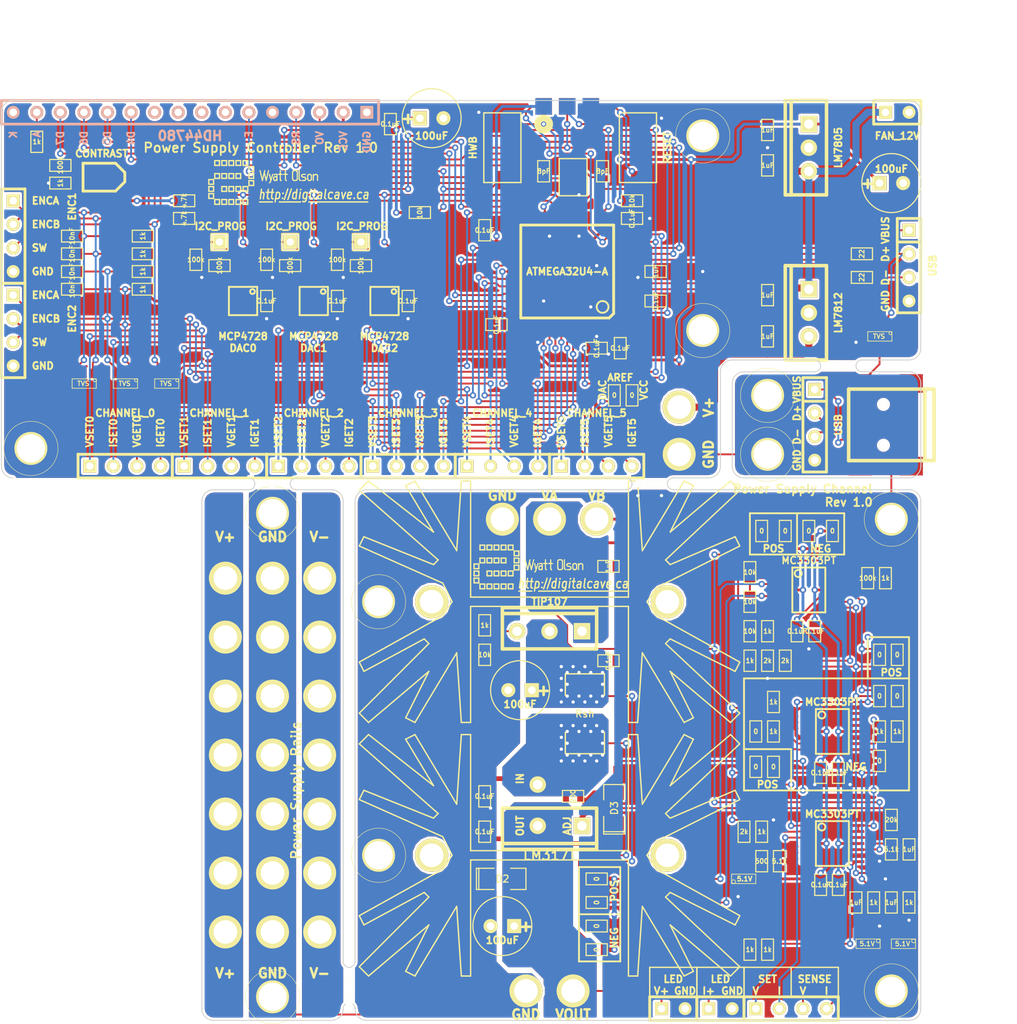
<source format=kicad_pcb>
(kicad_pcb (version 3) (host pcbnew "(2014-01-10 BZR 4027)-stable")
  (title_block (title "Adjustable Modular Power Supply") (rev 1) (company "Digital Cave"))
  (layers (15 F.Cu signal) (0 B.Cu signal) (18 B.Paste user) (19 F.Paste user) (20 B.SilkS user) (21 F.SilkS user) (22 B.Mask user) (23 F.Mask user) (28 Edge.Cuts user))
  (net 0 "")
  (net 1 +12V)
  (net 2 +5V)
  (net 3 /AREF)
  (net 4 /CONT_PWR_IN)
  (net 5 /D4)
  (net 6 /D5)
  (net 7 /D6)
  (net 8 /D7)
  (net 9 /E)
  (net 10 /ENC1_A)
  (net 11 /ENC1_B)
  (net 12 /ENC1_SW)
  (net 13 /ENC2_A)
  (net 14 /ENC2_B)
  (net 15 /ENC2_SW)
  (net 16 /I_DIFF)
  (net 17 /I_GET)
  (net 18 /I_GET0)
  (net 19 /I_GET1)
  (net 20 /I_GET2)
  (net 21 /I_GET3)
  (net 22 /I_GET4)
  (net 23 /I_GET5)
  (net 24 /I_LIM)
  (net 25 /I_SET)
  (net 26 /I_SET0)
  (net 27 /I_SET1)
  (net 28 /I_SET2)
  (net 29 /I_SET3)
  (net 30 /I_SET4)
  (net 31 /I_SET5)
  (net 32 /POST_CS)
  (net 33 /PRE_CS)
  (net 34 /RAIL_V+)
  (net 35 /RAIL_V-)
  (net 36 /RESET)
  (net 37 /RS)
  (net 38 /SCL)
  (net 39 /SDA)
  (net 40 /UCAP)
  (net 41 /V+)
  (net 42 /V-)
  (net 43 /VA)
  (net 44 /VADJ)
  (net 45 /VB)
  (net 46 /VBUS)
  (net 47 /V_GET)
  (net 48 /V_GET0)
  (net 49 /V_GET1)
  (net 50 /V_GET2)
  (net 51 /V_GET3)
  (net 52 /V_GET4)
  (net 53 /V_GET5)
  (net 54 /V_OUT)
  (net 55 /V_SET)
  (net 56 /V_SET0)
  (net 57 /V_SET1)
  (net 58 /V_SET2)
  (net 59 /V_SET3)
  (net 60 /V_SET4)
  (net 61 /V_SET5)
  (net 62 GND)
  (net 63 N-00000108)
  (net 64 N-0000011)
  (net 65 N-00000113)
  (net 66 N-0000016)
  (net 67 N-0000017)
  (net 68 N-0000018)
  (net 69 N-0000019)
  (net 70 N-0000021)
  (net 71 N-0000022)
  (net 72 N-0000023)
  (net 73 N-0000024)
  (net 74 N-0000025)
  (net 75 N-0000026)
  (net 76 N-000003)
  (net 77 N-0000031)
  (net 78 N-0000036)
  (net 79 N-0000037)
  (net 80 N-0000038)
  (net 81 N-0000039)
  (net 82 N-000004)
  (net 83 N-0000040)
  (net 84 N-0000041)
  (net 85 N-0000042)
  (net 86 N-0000043)
  (net 87 N-0000044)
  (net 88 N-0000045)
  (net 89 N-0000046)
  (net 90 N-0000047)
  (net 91 N-0000048)
  (net 92 N-0000050)
  (net 93 N-0000051)
  (net 94 N-0000052)
  (net 95 N-0000053)
  (net 96 N-0000054)
  (net 97 N-0000055)
  (net 98 N-0000056)
  (net 99 N-0000057)
  (net 100 N-0000061)
  (net 101 N-0000062)
  (net 102 N-0000063)
  (net 103 N-0000064)
  (net 104 N-000007)
  (net 105 N-0000089)
  (net 106 N-000009)
  (module TO220_VERT (layer F.Cu) (at 94.615 108.585 270)
    (fp_text reference U2 hide)
    (fp_text value LM317T (at 3.175 0 360) (layer F.SilkS) (effects (font (size 1.016 1.016) (thickness 0.1905))))
    (fp_text user ADJ (at 0 -1.905 270) (layer F.SilkS) (effects (font (size 0.762 0.762) (thickness 0.1905))))
    (fp_text user OUT (at 0 3.175 270) (layer F.SilkS) (effects (font (size 0.762 0.762) (thickness 0.1905))))
    (fp_text user IN (at -5.08 3.175 270) (layer F.SilkS) (effects (font (size 0.762 0.762) (thickness 0.1905))))
    (pad 2 thru_hole circle (at 0 1.27 270) (size 1.778 1.778) (drill 1.016) (layers *.Cu *.Mask F.SilkS) (net 54 /V_OUT))
    (pad 3 thru_hole circle (at -4.445 1.27 270) (size 1.778 1.778) (drill 1.016) (layers *.Cu *.Mask F.SilkS) (net 32 /POST_CS))
    (pad 1 thru_hole rect (at 0 -3.5 270) (size 1.778 1.778) (drill 1.016) (layers *.Cu *.Mask F.SilkS) (net 44 /VADJ))
  )
  (module SIL-2 (layer F.Cu) (at 113.03 128.27)
    (fp_text reference K28 hide)
    (fp_text value I_LIM_LED hide)
    (fp_text user GND (at 1.27 -1.905) (layer F.SilkS) (effects (font (size 0.762 0.762) (thickness 0.1905))))
    (fp_text user LED (at 0 -3.175) (layer F.SilkS) (effects (font (size 0.762 0.762) (thickness 0.1905))))
    (fp_text user I+ (at -1.27 -1.905) (layer F.SilkS) (effects (font (size 0.762 0.762) (thickness 0.1905))))
    (pad 1 thru_hole rect (at -1.27 0) (size 1.397 1.397) (drill 0.8128) (layers *.Cu *.Mask F.SilkS) (net 79 N-0000037))
    (pad 2 thru_hole circle (at 1.27 0) (size 1.397 1.397) (drill 0.8128) (layers *.Cu *.Mask F.SilkS) (net 62 GND))
  )
  (module SIL-2 (layer F.Cu) (at 107.95 128.27)
    (fp_text reference K29 hide)
    (fp_text value V_LED hide)
    (fp_text user GND (at 1.27 -1.905) (layer F.SilkS) (effects (font (size 0.762 0.762) (thickness 0.1905))))
    (fp_text user V+ (at -1.27 -1.905) (layer F.SilkS) (effects (font (size 0.762 0.762) (thickness 0.1905))))
    (fp_text user LED (at 0 -3.175) (layer F.SilkS) (effects (font (size 0.762 0.762) (thickness 0.1905))))
    (pad 1 thru_hole rect (at -1.27 0) (size 1.397 1.397) (drill 0.8128) (layers *.Cu *.Mask F.SilkS) (net 64 N-0000011))
    (pad 2 thru_hole circle (at 1.27 0) (size 1.397 1.397) (drill 0.8128) (layers *.Cu *.Mask F.SilkS) (net 62 GND))
  )
  (module SIL-4 (layer F.Cu) (at 120.65 128.27)
    (fp_text reference K3 hide)
    (fp_text value CONTROL_FEEDBACK hide)
    (fp_text user SET (at -2.54 -3.175) (layer F.SilkS) (effects (font (size 0.762 0.762) (thickness 0.1905))))
    (fp_text user SENSE (at 2.54 -3.175) (layer F.SilkS) (effects (font (size 0.762 0.762) (thickness 0.1905))))
    (fp_text user V (at -3.81 -1.905) (layer F.SilkS) (effects (font (size 0.762 0.762) (thickness 0.1905))))
    (fp_text user I (at -1.27 -1.905) (layer F.SilkS) (effects (font (size 0.762 0.762) (thickness 0.1905))))
    (fp_text user V (at 1.27 -1.905) (layer F.SilkS) (effects (font (size 0.762 0.762) (thickness 0.1905))))
    (fp_text user I (at 3.81 -1.905) (layer F.SilkS) (effects (font (size 0.762 0.762) (thickness 0.1905))))
    (pad 1 thru_hole rect (at -3.81 0) (size 1.397 1.397) (drill 0.8128) (layers *.Cu *.Mask F.SilkS) (net 55 /V_SET))
    (pad 2 thru_hole circle (at -1.27 0) (size 1.397 1.397) (drill 0.8128) (layers *.Cu *.Mask F.SilkS) (net 25 /I_SET))
    (pad 3 thru_hole circle (at 1.27 0) (size 1.397 1.397) (drill 0.8128) (layers *.Cu *.Mask F.SilkS) (net 47 /V_GET))
    (pad 4 thru_hole circle (at 3.81 0) (size 1.397 1.397) (drill 0.8128) (layers *.Cu *.Mask F.SilkS) (net 17 /I_GET))
  )
  (module MSOP10-0.5 (layer F.Cu) (at 76.835 52.07 180)
    (fp_text reference U7 hide)
    (fp_text value MCP4728 (at 0 -3.81 180) (layer F.SilkS) (effects (font (size 0.762 0.762) (thickness 0.1905))))
    (fp_text user DAC2 (at 0 -5.08 180) (layer F.SilkS) (effects (font (size 0.762 0.762) (thickness 0.1905))))
    (pad 1 smd rect (at -1.016 2.2225 180) (size 0.26924 1.00076) (layers F.Cu F.Paste F.Mask) (net 2 +5V))
    (pad 2 smd rect (at -0.508 2.2225 180) (size 0.26924 1.00076) (layers F.Cu F.Paste F.Mask) (net 38 /SCL))
    (pad 3 smd rect (at 0 2.2225 180) (size 0.26924 1.00076) (layers F.Cu F.Paste F.Mask) (net 39 /SDA))
    (pad 4 smd rect (at 0.508 2.2225 180) (size 0.26924 1.00076) (layers F.Cu F.Paste F.Mask) (net 92 N-0000050))
    (pad 5 smd rect (at 1.016 2.2225 180) (size 0.26924 1.00076) (layers F.Cu F.Paste F.Mask) (net 65 N-00000113))
    (pad 6 smd rect (at 1.016 -2.2225 180) (size 0.26924 1.00076) (layers F.Cu F.Paste F.Mask) (net 60 /V_SET4))
    (pad 7 smd rect (at 0.508 -2.2225 180) (size 0.26924 1.00076) (layers F.Cu F.Paste F.Mask) (net 30 /I_SET4))
    (pad 8 smd rect (at 0 -2.2225 180) (size 0.26924 1.00076) (layers F.Cu F.Paste F.Mask) (net 61 /V_SET5))
    (pad 9 smd rect (at -0.508 -2.2225 180) (size 0.26924 1.00076) (layers F.Cu F.Paste F.Mask) (net 31 /I_SET5))
    (pad 10 smd rect (at -1.016 -2.2225 180) (size 0.26924 1.00076) (layers F.Cu F.Paste F.Mask) (net 62 GND))
  )
  (module MSOP10-0.5 (layer F.Cu) (at 69.215 52.07 180)
    (fp_text reference U6 hide)
    (fp_text value MCP4728 (at 0 -3.81 180) (layer F.SilkS) (effects (font (size 0.762 0.762) (thickness 0.1905))))
    (fp_text user DAC1 (at 0 -5.08 180) (layer F.SilkS) (effects (font (size 0.762 0.762) (thickness 0.1905))))
    (pad 1 smd rect (at -1.016 2.2225 180) (size 0.26924 1.00076) (layers F.Cu F.Paste F.Mask) (net 2 +5V))
    (pad 2 smd rect (at -0.508 2.2225 180) (size 0.26924 1.00076) (layers F.Cu F.Paste F.Mask) (net 38 /SCL))
    (pad 3 smd rect (at 0 2.2225 180) (size 0.26924 1.00076) (layers F.Cu F.Paste F.Mask) (net 39 /SDA))
    (pad 4 smd rect (at 0.508 2.2225 180) (size 0.26924 1.00076) (layers F.Cu F.Paste F.Mask) (net 93 N-0000051))
    (pad 5 smd rect (at 1.016 2.2225 180) (size 0.26924 1.00076) (layers F.Cu F.Paste F.Mask) (net 63 N-00000108))
    (pad 6 smd rect (at 1.016 -2.2225 180) (size 0.26924 1.00076) (layers F.Cu F.Paste F.Mask) (net 58 /V_SET2))
    (pad 7 smd rect (at 0.508 -2.2225 180) (size 0.26924 1.00076) (layers F.Cu F.Paste F.Mask) (net 28 /I_SET2))
    (pad 8 smd rect (at 0 -2.2225 180) (size 0.26924 1.00076) (layers F.Cu F.Paste F.Mask) (net 59 /V_SET3))
    (pad 9 smd rect (at -0.508 -2.2225 180) (size 0.26924 1.00076) (layers F.Cu F.Paste F.Mask) (net 29 /I_SET3))
    (pad 10 smd rect (at -1.016 -2.2225 180) (size 0.26924 1.00076) (layers F.Cu F.Paste F.Mask) (net 62 GND))
  )
  (module MSOP10-0.5 (layer F.Cu) (at 61.595 52.07 180)
    (fp_text reference U5 hide)
    (fp_text value MCP4728 (at 0 -3.81 180) (layer F.SilkS) (effects (font (size 0.762 0.762) (thickness 0.1905))))
    (fp_text user DAC0 (at 0 -5.08 180) (layer F.SilkS) (effects (font (size 0.762 0.762) (thickness 0.1905))))
    (pad 1 smd rect (at -1.016 2.2225 180) (size 0.26924 1.00076) (layers F.Cu F.Paste F.Mask) (net 2 +5V))
    (pad 2 smd rect (at -0.508 2.2225 180) (size 0.26924 1.00076) (layers F.Cu F.Paste F.Mask) (net 38 /SCL))
    (pad 3 smd rect (at 0 2.2225 180) (size 0.26924 1.00076) (layers F.Cu F.Paste F.Mask) (net 39 /SDA))
    (pad 4 smd rect (at 0.508 2.2225 180) (size 0.26924 1.00076) (layers F.Cu F.Paste F.Mask) (net 94 N-0000052))
    (pad 5 smd rect (at 1.016 2.2225 180) (size 0.26924 1.00076) (layers F.Cu F.Paste F.Mask) (net 105 N-0000089))
    (pad 6 smd rect (at 1.016 -2.2225 180) (size 0.26924 1.00076) (layers F.Cu F.Paste F.Mask) (net 56 /V_SET0))
    (pad 7 smd rect (at 0.508 -2.2225 180) (size 0.26924 1.00076) (layers F.Cu F.Paste F.Mask) (net 26 /I_SET0))
    (pad 8 smd rect (at 0 -2.2225 180) (size 0.26924 1.00076) (layers F.Cu F.Paste F.Mask) (net 57 /V_SET1))
    (pad 9 smd rect (at -0.508 -2.2225 180) (size 0.26924 1.00076) (layers F.Cu F.Paste F.Mask) (net 27 /I_SET1))
    (pad 10 smd rect (at -1.016 -2.2225 180) (size 0.26924 1.00076) (layers F.Cu F.Paste F.Mask) (net 62 GND))
  )
  (module TO220_VERT (layer F.Cu) (at 94.615 87.63 90)
    (fp_text reference Q1 hide)
    (fp_text value TIP107 (at 3.175 0 180) (layer F.SilkS) (effects (font (size 0.762 0.762) (thickness 0.1905))))
    (pad B thru_hole circle (at 0 -3.5 90) (size 1.778 1.778) (drill 1.016) (layers *.Cu *.Mask F.SilkS) (net 72 N-0000023))
    (pad C thru_hole circle (at 0 0 90) (size 1.778 1.778) (drill 1.016) (layers *.Cu *.Mask F.SilkS) (net 33 /PRE_CS))
    (pad E thru_hole rect (at 0 3.5 90) (size 1.778 1.778) (drill 1.016) (layers *.Cu *.Mask F.SilkS) (net 43 /VA))
  )
  (module SM2512 (layer F.Cu) (at 98.425 96.52 270)
    (fp_text reference R29 hide)
    (fp_text value Rsh (at 0 0 360) (layer F.SilkS) (effects (font (size 0.762 0.762) (thickness 0.127))))
    (pad 1 smd rect (at -2.99974 0 270) (size 1.99898 2.99974) (layers F.Cu F.Paste F.Mask) (net 33 /PRE_CS))
    (pad 2 smd rect (at 2.99974 0 270) (size 1.99898 2.99974) (layers F.Cu F.Paste F.Mask) (net 32 /POST_CS))
  )
  (module SCREW_TERMINAL_2 (layer F.Cu) (at 94.615 126.365)
    (fp_text reference K27 hide)
    (fp_text value VOUT hide)
    (fp_text user GND (at -2.54 2.54) (layer F.SilkS) (effects (font (size 1.016 1.016) (thickness 0.254))))
    (fp_text user VOUT (at 2.54 2.54) (layer F.SilkS) (effects (font (size 1.016 1.016) (thickness 0.254))))
    (pad 1 thru_hole circle (at -2.54 0) (size 3.556 3.556) (drill 2.54) (layers *.Cu *.Mask F.SilkS) (net 62 GND))
    (pad 2 thru_hole circle (at 2.54 0) (size 3.556 3.556) (drill 2.54) (layers *.Cu *.Mask F.SilkS) (net 54 /V_OUT))
  )
  (module SCREW_TERMINAL_3 (layer F.Cu) (at 94.615 75.565)
    (fp_text reference K1 hide)
    (fp_text value SUPPLY hide)
    (fp_text user VB (at 5.08 -2.54) (layer F.SilkS) (effects (font (size 1.016 1.016) (thickness 0.254))))
    (fp_text user VA (at 0 -2.54) (layer F.SilkS) (effects (font (size 1.016 1.016) (thickness 0.254))))
    (fp_text user GND (at -5.08 -2.54) (layer F.SilkS) (effects (font (size 1.016 1.016) (thickness 0.254))))
    (pad 1 thru_hole circle (at -5.08 0) (size 3.556 3.556) (drill 2.54) (layers *.Cu *.Mask F.SilkS) (net 62 GND))
    (pad 2 thru_hole circle (at 0 0) (size 3.556 3.556) (drill 2.54) (layers *.Cu *.Mask F.SilkS) (net 43 /VA))
    (pad 3 thru_hole circle (at 5.08 0) (size 3.556 3.556) (drill 2.54) (layers *.Cu *.Mask F.SilkS) (net 45 /VB))
  )
  (module SIL-4 (layer F.Cu) (at 36.83 45.085 270)
    (fp_text reference K18 hide)
    (fp_text value ENC1 (at -3.175 -6.35 270) (layer F.SilkS) (effects (font (size 0.762 0.762) (thickness 0.1905))))
    (pad 1 thru_hole rect (at -3.81 0 270) (size 1.397 1.397) (drill 0.8128) (layers *.Cu *.Mask F.SilkS) (net 10 /ENC1_A))
    (pad 2 thru_hole circle (at -1.27 0 270) (size 1.397 1.397) (drill 0.8128) (layers *.Cu *.Mask F.SilkS) (net 11 /ENC1_B))
    (pad 3 thru_hole circle (at 1.27 0 270) (size 1.397 1.397) (drill 0.8128) (layers *.Cu *.Mask F.SilkS) (net 12 /ENC1_SW))
    (pad 4 thru_hole circle (at 3.81 0 270) (size 1.397 1.397) (drill 0.8128) (layers *.Cu *.Mask F.SilkS) (net 62 GND))
  )
  (module SIL-4 (layer F.Cu) (at 36.83 55.245 270)
    (fp_text reference K19 hide)
    (fp_text value ENC2 (at -1.27 -6.35 270) (layer F.SilkS) (effects (font (size 0.762 0.762) (thickness 0.1905))))
    (pad 1 thru_hole rect (at -3.81 0 270) (size 1.397 1.397) (drill 0.8128) (layers *.Cu *.Mask F.SilkS) (net 13 /ENC2_A))
    (pad 2 thru_hole circle (at -1.27 0 270) (size 1.397 1.397) (drill 0.8128) (layers *.Cu *.Mask F.SilkS) (net 14 /ENC2_B))
    (pad 3 thru_hole circle (at 1.27 0 270) (size 1.397 1.397) (drill 0.8128) (layers *.Cu *.Mask F.SilkS) (net 15 /ENC2_SW))
    (pad 4 thru_hole circle (at 3.81 0 270) (size 1.397 1.397) (drill 0.8128) (layers *.Cu *.Mask F.SilkS) (net 62 GND))
  )
  (module SCREW_TERMINAL_2 (layer F.Cu) (at 108.585 66.04 90)
    (fp_text reference K22 hide)
    (fp_text value POWER hide)
    (pad 1 thru_hole circle (at -2.54 0 90) (size 3.556 3.556) (drill 2.54) (layers *.Cu *.Mask F.SilkS) (net 62 GND))
    (pad 2 thru_hole circle (at 2.54 0 90) (size 3.556 3.556) (drill 2.54) (layers *.Cu *.Mask F.SilkS) (net 4 /CONT_PWR_IN))
  )
  (module SCREW_TERMINAL_3 (layer F.Cu) (at 64.77 120.015)
    (fp_text reference K25 hide)
    (fp_text value VS hide)
    (pad 1 thru_hole circle (at -5.08 0) (size 3.556 3.556) (drill 2.54) (layers *.Cu *.Mask F.SilkS) (net 34 /RAIL_V+))
    (pad 2 thru_hole circle (at 0 0) (size 3.556 3.556) (drill 2.54) (layers *.Cu *.Mask F.SilkS) (net 62 GND))
    (pad 3 thru_hole circle (at 5.08 0) (size 3.556 3.556) (drill 2.54) (layers *.Cu *.Mask F.SilkS) (net 35 /RAIL_V-))
  )
  (module SCREW_TERMINAL_3 (layer F.Cu) (at 64.77 113.665)
    (fp_text reference K20 hide)
    (fp_text value VS hide)
    (pad 1 thru_hole circle (at -5.08 0) (size 3.556 3.556) (drill 2.54) (layers *.Cu *.Mask F.SilkS) (net 34 /RAIL_V+))
    (pad 2 thru_hole circle (at 0 0) (size 3.556 3.556) (drill 2.54) (layers *.Cu *.Mask F.SilkS) (net 62 GND))
    (pad 3 thru_hole circle (at 5.08 0) (size 3.556 3.556) (drill 2.54) (layers *.Cu *.Mask F.SilkS) (net 35 /RAIL_V-))
  )
  (module SCREW_TERMINAL_3 (layer F.Cu) (at 64.77 107.315)
    (fp_text reference K17 hide)
    (fp_text value VS hide)
    (pad 1 thru_hole circle (at -5.08 0) (size 3.556 3.556) (drill 2.54) (layers *.Cu *.Mask F.SilkS) (net 34 /RAIL_V+))
    (pad 2 thru_hole circle (at 0 0) (size 3.556 3.556) (drill 2.54) (layers *.Cu *.Mask F.SilkS) (net 62 GND))
    (pad 3 thru_hole circle (at 5.08 0) (size 3.556 3.556) (drill 2.54) (layers *.Cu *.Mask F.SilkS) (net 35 /RAIL_V-))
  )
  (module SCREW_TERMINAL_3 (layer F.Cu) (at 64.77 100.965)
    (fp_text reference K16 hide)
    (fp_text value VS hide)
    (pad 1 thru_hole circle (at -5.08 0) (size 3.556 3.556) (drill 2.54) (layers *.Cu *.Mask F.SilkS) (net 34 /RAIL_V+))
    (pad 2 thru_hole circle (at 0 0) (size 3.556 3.556) (drill 2.54) (layers *.Cu *.Mask F.SilkS) (net 62 GND))
    (pad 3 thru_hole circle (at 5.08 0) (size 3.556 3.556) (drill 2.54) (layers *.Cu *.Mask F.SilkS) (net 35 /RAIL_V-))
  )
  (module SCREW_TERMINAL_3 (layer F.Cu) (at 64.77 94.615)
    (fp_text reference K13 hide)
    (fp_text value VS hide)
    (pad 1 thru_hole circle (at -5.08 0) (size 3.556 3.556) (drill 2.54) (layers *.Cu *.Mask F.SilkS) (net 34 /RAIL_V+))
    (pad 2 thru_hole circle (at 0 0) (size 3.556 3.556) (drill 2.54) (layers *.Cu *.Mask F.SilkS) (net 62 GND))
    (pad 3 thru_hole circle (at 5.08 0) (size 3.556 3.556) (drill 2.54) (layers *.Cu *.Mask F.SilkS) (net 35 /RAIL_V-))
  )
  (module SCREW_TERMINAL_3 (layer F.Cu) (at 64.77 81.915)
    (fp_text reference K26 hide)
    (fp_text value VS hide)
    (pad 1 thru_hole circle (at -5.08 0) (size 3.556 3.556) (drill 2.54) (layers *.Cu *.Mask F.SilkS) (net 34 /RAIL_V+))
    (pad 2 thru_hole circle (at 0 0) (size 3.556 3.556) (drill 2.54) (layers *.Cu *.Mask F.SilkS) (net 62 GND))
    (pad 3 thru_hole circle (at 5.08 0) (size 3.556 3.556) (drill 2.54) (layers *.Cu *.Mask F.SilkS) (net 35 /RAIL_V-))
  )
  (module SCREW_TERMINAL_3 (layer F.Cu) (at 64.77 88.265)
    (fp_text reference K12 hide)
    (fp_text value VS hide)
    (pad 1 thru_hole circle (at -5.08 0) (size 3.556 3.556) (drill 2.54) (layers *.Cu *.Mask F.SilkS) (net 34 /RAIL_V+))
    (pad 2 thru_hole circle (at 0 0) (size 3.556 3.556) (drill 2.54) (layers *.Cu *.Mask F.SilkS) (net 62 GND))
    (pad 3 thru_hole circle (at 5.08 0) (size 3.556 3.556) (drill 2.54) (layers *.Cu *.Mask F.SilkS) (net 35 /RAIL_V-))
  )
  (module SIL-4 (layer F.Cu) (at 48.895 69.85)
    (fp_text reference K2 hide)
    (fp_text value CHANNEL_0 (at 0 -5.715) (layer F.SilkS) (effects (font (size 0.762 0.762) (thickness 0.1905))))
    (pad 1 thru_hole rect (at -3.81 0) (size 1.397 1.397) (drill 0.8128) (layers *.Cu *.Mask F.SilkS) (net 56 /V_SET0))
    (pad 2 thru_hole circle (at -1.27 0) (size 1.397 1.397) (drill 0.8128) (layers *.Cu *.Mask F.SilkS) (net 26 /I_SET0))
    (pad 3 thru_hole circle (at 1.27 0) (size 1.397 1.397) (drill 0.8128) (layers *.Cu *.Mask F.SilkS) (net 48 /V_GET0))
    (pad 4 thru_hole circle (at 3.81 0) (size 1.397 1.397) (drill 0.8128) (layers *.Cu *.Mask F.SilkS) (net 18 /I_GET0))
  )
  (module SIL-4 (layer F.Cu) (at 59.055 69.85)
    (fp_text reference K5 hide)
    (fp_text value CHANNEL_1 (at 0 -5.715) (layer F.SilkS) (effects (font (size 0.762 0.762) (thickness 0.1905))))
    (pad 1 thru_hole rect (at -3.81 0) (size 1.397 1.397) (drill 0.8128) (layers *.Cu *.Mask F.SilkS) (net 57 /V_SET1))
    (pad 2 thru_hole circle (at -1.27 0) (size 1.397 1.397) (drill 0.8128) (layers *.Cu *.Mask F.SilkS) (net 27 /I_SET1))
    (pad 3 thru_hole circle (at 1.27 0) (size 1.397 1.397) (drill 0.8128) (layers *.Cu *.Mask F.SilkS) (net 49 /V_GET1))
    (pad 4 thru_hole circle (at 3.81 0) (size 1.397 1.397) (drill 0.8128) (layers *.Cu *.Mask F.SilkS) (net 19 /I_GET1))
  )
  (module SIL-4 (layer F.Cu) (at 69.215 69.85)
    (fp_text reference K7 hide)
    (fp_text value CHANNEL_2 (at 0 -5.715) (layer F.SilkS) (effects (font (size 0.762 0.762) (thickness 0.1905))))
    (pad 1 thru_hole rect (at -3.81 0) (size 1.397 1.397) (drill 0.8128) (layers *.Cu *.Mask F.SilkS) (net 58 /V_SET2))
    (pad 2 thru_hole circle (at -1.27 0) (size 1.397 1.397) (drill 0.8128) (layers *.Cu *.Mask F.SilkS) (net 28 /I_SET2))
    (pad 3 thru_hole circle (at 1.27 0) (size 1.397 1.397) (drill 0.8128) (layers *.Cu *.Mask F.SilkS) (net 50 /V_GET2))
    (pad 4 thru_hole circle (at 3.81 0) (size 1.397 1.397) (drill 0.8128) (layers *.Cu *.Mask F.SilkS) (net 20 /I_GET2))
  )
  (module SIL-4 (layer F.Cu) (at 79.375 69.85)
    (fp_text reference K8 hide)
    (fp_text value CHANNEL_3 (at 0 -5.715) (layer F.SilkS) (effects (font (size 0.762 0.762) (thickness 0.1905))))
    (pad 1 thru_hole rect (at -3.81 0) (size 1.397 1.397) (drill 0.8128) (layers *.Cu *.Mask F.SilkS) (net 59 /V_SET3))
    (pad 2 thru_hole circle (at -1.27 0) (size 1.397 1.397) (drill 0.8128) (layers *.Cu *.Mask F.SilkS) (net 29 /I_SET3))
    (pad 3 thru_hole circle (at 1.27 0) (size 1.397 1.397) (drill 0.8128) (layers *.Cu *.Mask F.SilkS) (net 51 /V_GET3))
    (pad 4 thru_hole circle (at 3.81 0) (size 1.397 1.397) (drill 0.8128) (layers *.Cu *.Mask F.SilkS) (net 21 /I_GET3))
  )
  (module SIL-4 (layer F.Cu) (at 89.535 69.85)
    (fp_text reference K9 hide)
    (fp_text value CHANNEL_4 (at 0 -5.715) (layer F.SilkS) (effects (font (size 0.762 0.762) (thickness 0.1905))))
    (pad 1 thru_hole rect (at -3.81 0) (size 1.397 1.397) (drill 0.8128) (layers *.Cu *.Mask F.SilkS) (net 60 /V_SET4))
    (pad 2 thru_hole circle (at -1.27 0) (size 1.397 1.397) (drill 0.8128) (layers *.Cu *.Mask F.SilkS) (net 30 /I_SET4))
    (pad 3 thru_hole circle (at 1.27 0) (size 1.397 1.397) (drill 0.8128) (layers *.Cu *.Mask F.SilkS) (net 52 /V_GET4))
    (pad 4 thru_hole circle (at 3.81 0) (size 1.397 1.397) (drill 0.8128) (layers *.Cu *.Mask F.SilkS) (net 22 /I_GET4))
  )
  (module SIL-4 (layer F.Cu) (at 99.695 69.85)
    (fp_text reference K10 hide)
    (fp_text value CHANNEL_5 (at 0 -5.715) (layer F.SilkS) (effects (font (size 0.762 0.762) (thickness 0.1905))))
    (pad 1 thru_hole rect (at -3.81 0) (size 1.397 1.397) (drill 0.8128) (layers *.Cu *.Mask F.SilkS) (net 61 /V_SET5))
    (pad 2 thru_hole circle (at -1.27 0) (size 1.397 1.397) (drill 0.8128) (layers *.Cu *.Mask F.SilkS) (net 31 /I_SET5))
    (pad 3 thru_hole circle (at 1.27 0) (size 1.397 1.397) (drill 0.8128) (layers *.Cu *.Mask F.SilkS) (net 53 /V_GET5))
    (pad 4 thru_hole circle (at 3.81 0) (size 1.397 1.397) (drill 0.8128) (layers *.Cu *.Mask F.SilkS) (net 23 /I_GET5))
  )
  (module SIL-1 (layer F.Cu) (at 59.055 45.72)
    (fp_text reference K11 hide)
    (fp_text value I2C_PROG (at 0.1 -1.7) (layer F.SilkS) (effects (font (size 0.762 0.762) (thickness 0.1905))))
    (pad 1 thru_hole rect (at 0 0) (size 1.5 1.5) (drill 0.8) (layers *.Cu *.Mask F.SilkS) (net 94 N-0000052))
  )
  (module SM0603_VALUE (layer F.Cu) (at 59.055 48.26)
    (fp_text reference R23 hide)
    (fp_text value 100k (at 0 0 90) (layer F.SilkS) (effects (font (size 0.508 0.508) (thickness 0.1143))))
    (pad 1 smd rect (at -0.762 0) (size 0.635 1.143) (layers F.Cu F.Paste F.Mask) (net 2 +5V))
    (pad 2 smd rect (at 0.762 0) (size 0.635 1.143) (layers F.Cu F.Paste F.Mask) (net 105 N-0000089))
  )
  (module SM0603_VALUE (layer F.Cu) (at 55.245 41.275 180)
    (fp_text reference R20 hide)
    (fp_text value 4.7k (at 0 0 270) (layer F.SilkS) (effects (font (size 0.508 0.508) (thickness 0.1143))))
    (pad 1 smd rect (at -0.762 0 180) (size 0.635 1.143) (layers F.Cu F.Paste F.Mask) (net 38 /SCL))
    (pad 2 smd rect (at 0.762 0 180) (size 0.635 1.143) (layers F.Cu F.Paste F.Mask) (net 2 +5V))
  )
  (module SM0603_VALUE (layer F.Cu) (at 55.245 43.18 180)
    (fp_text reference R17 hide)
    (fp_text value 4.7k (at 0 0 270) (layer F.SilkS) (effects (font (size 0.508 0.508) (thickness 0.1143))))
    (pad 1 smd rect (at -0.762 0 180) (size 0.635 1.143) (layers F.Cu F.Paste F.Mask) (net 39 /SDA))
    (pad 2 smd rect (at 0.762 0 180) (size 0.635 1.143) (layers F.Cu F.Paste F.Mask) (net 2 +5V))
  )
  (module SIL-2 (layer F.Cu) (at 132.08 31.75)
    (fp_text reference K15 hide)
    (fp_text value FAN_12V (at 0 2.54) (layer F.SilkS) (effects (font (size 0.762 0.762) (thickness 0.1905))))
    (pad 1 thru_hole rect (at -1.27 0) (size 1.397 1.397) (drill 0.8128) (layers *.Cu *.Mask F.SilkS) (net 1 +12V))
    (pad 2 thru_hole circle (at 1.27 0) (size 1.397 1.397) (drill 0.8128) (layers *.Cu *.Mask F.SilkS) (net 62 GND))
  )
  (module mouse_bites (layer F.Cu) (at 105.41 71.755)
    (fp_text reference MP4 hide)
    (fp_text value MOUSE_BITES hide)
    (pad "" np_thru_hole circle (at -1.27 0) (size 0.762 0.762) (drill 0.762) (layers *.Cu *.Mask F.SilkS))
    (pad "" np_thru_hole circle (at 0 0) (size 0.762 0.762) (drill 0.762) (layers *.Cu *.Mask F.SilkS))
    (pad "" np_thru_hole circle (at 1.27 0) (size 0.762 0.762) (drill 0.762) (layers *.Cu *.Mask F.SilkS))
  )
  (module mouse_bites (layer F.Cu) (at 73.025 126.365 90)
    (fp_text reference MP3 hide)
    (fp_text value MOUSE_BITES hide)
    (pad "" np_thru_hole circle (at -1.27 0 90) (size 0.762 0.762) (drill 0.762) (layers *.Cu *.Mask F.SilkS))
    (pad "" np_thru_hole circle (at 0 0 90) (size 0.762 0.762) (drill 0.762) (layers *.Cu *.Mask F.SilkS))
    (pad "" np_thru_hole circle (at 1.27 0 90) (size 0.762 0.762) (drill 0.762) (layers *.Cu *.Mask F.SilkS))
  )
  (module mouse_bites (layer F.Cu) (at 64.77 71.755)
    (fp_text reference MP2 hide)
    (fp_text value MOUSE_BITES hide)
    (pad "" np_thru_hole circle (at -1.27 0) (size 0.762 0.762) (drill 0.762) (layers *.Cu *.Mask F.SilkS))
    (pad "" np_thru_hole circle (at 0 0) (size 0.762 0.762) (drill 0.762) (layers *.Cu *.Mask F.SilkS))
    (pad "" np_thru_hole circle (at 1.27 0) (size 0.762 0.762) (drill 0.762) (layers *.Cu *.Mask F.SilkS))
  )
  (module MOUNTING_HOLE_#4 (layer F.Cu) (at 131.445 75.565)
    (fp_text reference MP9 hide)
    (fp_text value MOUNTING_HOLE hide)
    (pad 1 thru_hole circle (at 0 0) (size 3.556 3.556) (drill 3.048) (layers *.Cu *.Mask F.SilkS) (net 62 GND))
  )
  (module TO220_VERT (layer F.Cu) (at 122.555 35.56 180)
    (fp_text reference U8 hide)
    (fp_text value LM7805 (at -3.175 0 270) (layer F.SilkS) (effects (font (size 0.762 0.762) (thickness 0.1905))))
    (pad VI thru_hole circle (at 0 -2.54 180) (size 1.778 1.778) (drill 1.016) (layers *.Cu *.Mask F.SilkS) (net 1 +12V))
    (pad GND thru_hole circle (at 0 0 180) (size 1.778 1.778) (drill 1.016) (layers *.Cu *.Mask F.SilkS) (net 62 GND))
    (pad VO thru_hole rect (at 0 2.54 180) (size 1.778 1.778) (drill 1.016) (layers *.Cu *.Mask F.SilkS) (net 2 +5V))
  )
  (module TO220_VERT (layer F.Cu) (at 122.555 53.34 180)
    (fp_text reference U9 hide)
    (fp_text value LM7812 (at -3.175 0 270) (layer F.SilkS) (effects (font (size 0.762 0.762) (thickness 0.1905))))
    (pad VI thru_hole circle (at 0 -2.54 180) (size 1.778 1.778) (drill 1.016) (layers *.Cu *.Mask F.SilkS) (net 4 /CONT_PWR_IN))
    (pad GND thru_hole circle (at 0 0 180) (size 1.778 1.778) (drill 1.016) (layers *.Cu *.Mask F.SilkS) (net 62 GND))
    (pad VO thru_hole rect (at 0 2.54 180) (size 1.778 1.778) (drill 1.016) (layers *.Cu *.Mask F.SilkS) (net 1 +12V))
  )
  (module SM0603_VALUE (layer F.Cu) (at 118.11 33.655 270)
    (fp_text reference C32 hide)
    (fp_text value 1uF (at 0 0 360) (layer F.SilkS) (effects (font (size 0.508 0.508) (thickness 0.1143))))
    (pad 1 smd rect (at -0.762 0 270) (size 0.635 1.143) (layers F.Cu F.Paste F.Mask) (net 2 +5V))
    (pad 2 smd rect (at 0.762 0 270) (size 0.635 1.143) (layers F.Cu F.Paste F.Mask) (net 62 GND))
  )
  (module SM0603_VALUE (layer F.Cu) (at 118.11 55.88 90)
    (fp_text reference C31 hide)
    (fp_text value 1uF (at 0 0 180) (layer F.SilkS) (effects (font (size 0.508 0.508) (thickness 0.1143))))
    (pad 1 smd rect (at -0.762 0 90) (size 0.635 1.143) (layers F.Cu F.Paste F.Mask) (net 4 /CONT_PWR_IN))
    (pad 2 smd rect (at 0.762 0 90) (size 0.635 1.143) (layers F.Cu F.Paste F.Mask) (net 62 GND))
  )
  (module SM0603_VALUE (layer F.Cu) (at 118.11 51.435 270)
    (fp_text reference C29 hide)
    (fp_text value 1uF (at 0 0 360) (layer F.SilkS) (effects (font (size 0.508 0.508) (thickness 0.1143))))
    (pad 1 smd rect (at -0.762 0 270) (size 0.635 1.143) (layers F.Cu F.Paste F.Mask) (net 1 +12V))
    (pad 2 smd rect (at 0.762 0 270) (size 0.635 1.143) (layers F.Cu F.Paste F.Mask) (net 62 GND))
  )
  (module SM0603_VALUE (layer F.Cu) (at 118.11 37.465 90)
    (fp_text reference C33 hide)
    (fp_text value 1uF (at 0 0 180) (layer F.SilkS) (effects (font (size 0.508 0.508) (thickness 0.1143))))
    (pad 1 smd rect (at -0.762 0 90) (size 0.635 1.143) (layers F.Cu F.Paste F.Mask) (net 1 +12V))
    (pad 2 smd rect (at 0.762 0 90) (size 0.635 1.143) (layers F.Cu F.Paste F.Mask) (net 62 GND))
  )
  (module SM0603_VALUE (layer F.Cu) (at 64.135 52.07 90)
    (fp_text reference C19 hide)
    (fp_text value 0.1uF (at 0 0 180) (layer F.SilkS) (effects (font (size 0.508 0.508) (thickness 0.1143))))
    (pad 1 smd rect (at -0.762 0 90) (size 0.635 1.143) (layers F.Cu F.Paste F.Mask) (net 62 GND))
    (pad 2 smd rect (at 0.762 0 90) (size 0.635 1.143) (layers F.Cu F.Paste F.Mask) (net 2 +5V))
  )
  (module MOUNTING_HOLE_#4 (layer F.Cu) (at 64.77 74.93)
    (fp_text reference MP8 hide)
    (fp_text value MOUNTING_HOLE hide)
    (pad 1 thru_hole circle (at 0 0) (size 3.556 3.556) (drill 3.048) (layers *.Cu *.Mask F.SilkS) (net 62 GND))
  )
  (module MOUNTING_HOLE_#4 (layer F.Cu) (at 64.77 127)
    (fp_text reference MP1 hide)
    (fp_text value MOUNTING_HOLE hide)
    (pad 1 thru_hole circle (at 0 0) (size 3.556 3.556) (drill 3.048) (layers *.Cu *.Mask F.SilkS) (net 62 GND))
  )
  (module USB_MINI_B_fixed (layer F.Cu) (at 131.445 65.405 180)
    (fp_text reference CON1 hide)
    (fp_text value USB-MINI-B hide)
    (pad 1 smd rect (at 3.44932 -1.6002 180) (size 2.30124 0.50038) (layers F.Cu F.Paste F.Mask) (net 99 N-0000057))
    (pad 2 smd rect (at 3.44932 -0.8001 180) (size 2.30124 0.50038) (layers F.Cu F.Paste F.Mask) (net 97 N-0000055))
    (pad 3 smd rect (at 3.44932 0 180) (size 2.30124 0.50038) (layers F.Cu F.Paste F.Mask) (net 98 N-0000056))
    (pad 4 smd rect (at 3.44932 0.8001 180) (size 2.30124 0.50038) (layers F.Cu F.Paste F.Mask))
    (pad 5 smd rect (at 3.44932 1.6002 180) (size 2.30124 0.50038) (layers F.Cu F.Paste F.Mask) (net 62 GND))
    (pad 6 smd rect (at 3.35026 -4.45008 180) (size 2.49936 1.99898) (layers F.Cu F.Paste F.Mask) (net 62 GND))
    (pad 7 smd rect (at -2.14884 -4.45008 180) (size 2.49936 1.99898) (layers F.Cu F.Paste F.Mask) (net 62 GND))
    (pad 8 smd rect (at 3.35026 4.45008 180) (size 2.49936 1.99898) (layers F.Cu F.Paste F.Mask) (net 62 GND))
    (pad 9 smd rect (at -2.14884 4.45008 180) (size 2.49936 1.99898) (layers F.Cu F.Paste F.Mask) (net 62 GND))
    (pad "" np_thru_hole circle (at 0.8509 -2.19964 180) (size 0.89916 0.89916) (drill 0.89916) (layers *.Cu *.Mask F.SilkS))
    (pad "" np_thru_hole circle (at 0.8509 2.19964 180) (size 0.89916 0.89916) (drill 0.89916) (layers *.Cu *.Mask F.SilkS))
  )
  (module TQFP44 (layer F.Cu) (at 96.52 48.895 180)
    (fp_text reference U1 hide)
    (fp_text value ATMEGA32U4-A (at 0 0 180) (layer F.SilkS) (effects (font (size 0.762 0.762) (thickness 0.1905))))
    (pad 39 smd rect (at 0 -5.715 180) (size 0.4064 1.524) (layers F.Cu F.Paste F.Mask) (net 49 /V_GET1))
    (pad 40 smd rect (at -0.8001 -5.715 180) (size 0.4064 1.524) (layers F.Cu F.Paste F.Mask) (net 18 /I_GET0))
    (pad 41 smd rect (at -1.6002 -5.715 180) (size 0.4064 1.524) (layers F.Cu F.Paste F.Mask) (net 48 /V_GET0))
    (pad 42 smd rect (at -2.4003 -5.715 180) (size 0.4064 1.524) (layers F.Cu F.Paste F.Mask) (net 3 /AREF))
    (pad 43 smd rect (at -3.2004 -5.715 180) (size 0.4064 1.524) (layers F.Cu F.Paste F.Mask) (net 62 GND))
    (pad 44 smd rect (at -4.0005 -5.715 180) (size 0.4064 1.524) (layers F.Cu F.Paste F.Mask) (net 2 +5V))
    (pad 38 smd rect (at 0.8001 -5.715 180) (size 0.4064 1.524) (layers F.Cu F.Paste F.Mask) (net 19 /I_GET1))
    (pad 37 smd rect (at 1.6002 -5.715 180) (size 0.4064 1.524) (layers F.Cu F.Paste F.Mask) (net 50 /V_GET2))
    (pad 36 smd rect (at 2.4003 -5.715 180) (size 0.4064 1.524) (layers F.Cu F.Paste F.Mask) (net 20 /I_GET2))
    (pad 35 smd rect (at 3.2004 -5.715 180) (size 0.4064 1.524) (layers F.Cu F.Paste F.Mask) (net 62 GND))
    (pad 34 smd rect (at 4.0005 -5.715 180) (size 0.4064 1.524) (layers F.Cu F.Paste F.Mask) (net 2 +5V))
    (pad 17 smd rect (at 0 5.715 180) (size 0.4064 1.524) (layers F.Cu F.Paste F.Mask) (net 82 N-000004))
    (pad 16 smd rect (at -0.8001 5.715 180) (size 0.4064 1.524) (layers F.Cu F.Paste F.Mask) (net 76 N-000003))
    (pad 15 smd rect (at -1.6002 5.715 180) (size 0.4064 1.524) (layers F.Cu F.Paste F.Mask) (net 62 GND))
    (pad 14 smd rect (at -2.4003 5.715 180) (size 0.4064 1.524) (layers F.Cu F.Paste F.Mask) (net 2 +5V))
    (pad 13 smd rect (at -3.2004 5.715 180) (size 0.4064 1.524) (layers F.Cu F.Paste F.Mask) (net 36 /RESET))
    (pad 12 smd rect (at -4.0005 5.715 180) (size 0.4064 1.524) (layers F.Cu F.Paste F.Mask) (net 5 /D4))
    (pad 18 smd rect (at 0.8001 5.715 180) (size 0.4064 1.524) (layers F.Cu F.Paste F.Mask) (net 38 /SCL))
    (pad 19 smd rect (at 1.6002 5.715 180) (size 0.4064 1.524) (layers F.Cu F.Paste F.Mask) (net 39 /SDA))
    (pad 20 smd rect (at 2.4003 5.715 180) (size 0.4064 1.524) (layers F.Cu F.Paste F.Mask) (net 12 /ENC1_SW))
    (pad 21 smd rect (at 3.2004 5.715 180) (size 0.4064 1.524) (layers F.Cu F.Paste F.Mask) (net 15 /ENC2_SW))
    (pad 22 smd rect (at 4.0005 5.715 180) (size 0.4064 1.524) (layers F.Cu F.Paste F.Mask) (net 6 /D5))
    (pad 6 smd rect (at -5.715 0 180) (size 1.524 0.4064) (layers F.Cu F.Paste F.Mask) (net 40 /UCAP))
    (pad 28 smd rect (at 5.715 0 180) (size 1.524 0.4064) (layers F.Cu F.Paste F.Mask) (net 22 /I_GET4))
    (pad 7 smd rect (at -5.715 0.8001 180) (size 1.524 0.4064) (layers F.Cu F.Paste F.Mask) (net 46 /VBUS))
    (pad 27 smd rect (at 5.715 0.8001 180) (size 1.524 0.4064) (layers F.Cu F.Paste F.Mask) (net 52 /V_GET4))
    (pad 26 smd rect (at 5.715 1.6002 180) (size 1.524 0.4064) (layers F.Cu F.Paste F.Mask) (net 21 /I_GET3))
    (pad 8 smd rect (at -5.715 1.6002 180) (size 1.524 0.4064) (layers F.Cu F.Paste F.Mask) (net 10 /ENC1_A))
    (pad 9 smd rect (at -5.715 2.4003 180) (size 1.524 0.4064) (layers F.Cu F.Paste F.Mask) (net 11 /ENC1_B))
    (pad 25 smd rect (at 5.715 2.4003 180) (size 1.524 0.4064) (layers F.Cu F.Paste F.Mask) (net 51 /V_GET3))
    (pad 24 smd rect (at 5.715 3.2004 180) (size 1.524 0.4064) (layers F.Cu F.Paste F.Mask) (net 2 +5V))
    (pad 10 smd rect (at -5.715 3.2004 180) (size 1.524 0.4064) (layers F.Cu F.Paste F.Mask) (net 13 /ENC2_A))
    (pad 11 smd rect (at -5.715 4.0005 180) (size 1.524 0.4064) (layers F.Cu F.Paste F.Mask) (net 14 /ENC2_B))
    (pad 23 smd rect (at 5.715 4.0005 180) (size 1.524 0.4064) (layers F.Cu F.Paste F.Mask) (net 62 GND))
    (pad 29 smd rect (at 5.715 -0.8001 180) (size 1.524 0.4064) (layers F.Cu F.Paste F.Mask) (net 53 /V_GET5))
    (pad 5 smd rect (at -5.715 -0.8001 180) (size 1.524 0.4064) (layers F.Cu F.Paste F.Mask) (net 62 GND))
    (pad 4 smd rect (at -5.715 -1.6002 180) (size 1.524 0.4064) (layers F.Cu F.Paste F.Mask) (net 71 N-0000022))
    (pad 30 smd rect (at 5.715 -1.6002 180) (size 1.524 0.4064) (layers F.Cu F.Paste F.Mask) (net 23 /I_GET5))
    (pad 31 smd rect (at 5.715 -2.4003 180) (size 1.524 0.4064) (layers F.Cu F.Paste F.Mask) (net 7 /D6))
    (pad 3 smd rect (at -5.715 -2.4003 180) (size 1.524 0.4064) (layers F.Cu F.Paste F.Mask) (net 70 N-0000021))
    (pad 2 smd rect (at -5.715 -3.2004 180) (size 1.524 0.4064) (layers F.Cu F.Paste F.Mask) (net 2 +5V))
    (pad 32 smd rect (at 5.715 -3.2004 180) (size 1.524 0.4064) (layers F.Cu F.Paste F.Mask) (net 8 /D7))
    (pad 33 smd rect (at 5.715 -4.0005 180) (size 1.524 0.4064) (layers F.Cu F.Paste F.Mask) (net 9 /E))
    (pad 1 smd rect (at -5.715 -4.0005 180) (size 1.524 0.4064) (layers F.Cu F.Paste F.Mask) (net 37 /RS))
  )
  (module SW_6x3 (layer F.Cu) (at 104.14 35.56 270)
    (fp_text reference SW1 hide)
    (fp_text value RESET (at 0 -3.175 270) (layer F.SilkS) (effects (font (size 0.762 0.762) (thickness 0.1905))))
    (pad 1 smd rect (at -3.5 0 270) (size 2 1.5) (layers F.Cu F.Paste F.Mask) (net 62 GND))
    (pad 2 smd rect (at 3.5 0 270) (size 2 1.5) (layers F.Cu F.Paste F.Mask) (net 36 /RESET))
  )
  (module SM0603_VALUE (layer F.Cu) (at 128.27 49.53 180)
    (fp_text reference R6 hide)
    (fp_text value 22 (at 0 0 270) (layer F.SilkS) (effects (font (size 0.508 0.508) (thickness 0.1143))))
    (pad 1 smd rect (at -0.762 0 180) (size 0.635 1.143) (layers F.Cu F.Paste F.Mask) (net 95 N-0000053))
    (pad 2 smd rect (at 0.762 0 180) (size 0.635 1.143) (layers F.Cu F.Paste F.Mask) (net 70 N-0000021))
  )
  (module SM0603_VALUE (layer F.Cu) (at 99.695 57.15 180)
    (fp_text reference C6 hide)
    (fp_text value 0.1uF (at 0 0 270) (layer F.SilkS) (effects (font (size 0.508 0.508) (thickness 0.1143))))
    (pad 1 smd rect (at -0.762 0 180) (size 0.635 1.143) (layers F.Cu F.Paste F.Mask) (net 62 GND))
    (pad 2 smd rect (at 0.762 0 180) (size 0.635 1.143) (layers F.Cu F.Paste F.Mask) (net 3 /AREF))
  )
  (module SM0603_VALUE (layer F.Cu) (at 106.045 52.07 180)
    (fp_text reference C11 hide)
    (fp_text value 0.1uF (at 0 0 270) (layer F.SilkS) (effects (font (size 0.508 0.508) (thickness 0.1143))))
    (pad 1 smd rect (at -0.762 0 180) (size 0.635 1.143) (layers F.Cu F.Paste F.Mask) (net 62 GND))
    (pad 2 smd rect (at 0.762 0 180) (size 0.635 1.143) (layers F.Cu F.Paste F.Mask) (net 2 +5V))
  )
  (module SM0603_VALUE (layer F.Cu) (at 103.505 43.18 180)
    (fp_text reference C10 hide)
    (fp_text value 0.1uF (at 0 0 270) (layer F.SilkS) (effects (font (size 0.508 0.508) (thickness 0.1143))))
    (pad 1 smd rect (at -0.762 0 180) (size 0.635 1.143) (layers F.Cu F.Paste F.Mask) (net 62 GND))
    (pad 2 smd rect (at 0.762 0 180) (size 0.635 1.143) (layers F.Cu F.Paste F.Mask) (net 2 +5V))
  )
  (module SM0603_VALUE (layer F.Cu) (at 71.755 52.07 90)
    (fp_text reference C9 hide)
    (fp_text value 0.1uF (at 0 0 180) (layer F.SilkS) (effects (font (size 0.508 0.508) (thickness 0.1143))))
    (pad 1 smd rect (at -0.762 0 90) (size 0.635 1.143) (layers F.Cu F.Paste F.Mask) (net 62 GND))
    (pad 2 smd rect (at 0.762 0 90) (size 0.635 1.143) (layers F.Cu F.Paste F.Mask) (net 2 +5V))
  )
  (module SM0603_VALUE (layer F.Cu) (at 88.9 54.61)
    (fp_text reference C8 hide)
    (fp_text value 0.1uF (at 0 0 90) (layer F.SilkS) (effects (font (size 0.508 0.508) (thickness 0.1143))))
    (pad 1 smd rect (at -0.762 0) (size 0.635 1.143) (layers F.Cu F.Paste F.Mask) (net 62 GND))
    (pad 2 smd rect (at 0.762 0) (size 0.635 1.143) (layers F.Cu F.Paste F.Mask) (net 2 +5V))
  )
  (module SM0603_VALUE (layer F.Cu) (at 87.63 44.45 270)
    (fp_text reference C7 hide)
    (fp_text value 0.1uF (at 0 0 360) (layer F.SilkS) (effects (font (size 0.508 0.508) (thickness 0.1143))))
    (pad 1 smd rect (at -0.762 0 270) (size 0.635 1.143) (layers F.Cu F.Paste F.Mask) (net 62 GND))
    (pad 2 smd rect (at 0.762 0 270) (size 0.635 1.143) (layers F.Cu F.Paste F.Mask) (net 2 +5V))
  )
  (module SM0603_VALUE (layer F.Cu) (at 103.505 41.275)
    (fp_text reference R9 hide)
    (fp_text value 10k (at 0 0 90) (layer F.SilkS) (effects (font (size 0.508 0.508) (thickness 0.1143))))
    (pad 1 smd rect (at -0.762 0) (size 0.635 1.143) (layers F.Cu F.Paste F.Mask) (net 2 +5V))
    (pad 2 smd rect (at 0.762 0) (size 0.635 1.143) (layers F.Cu F.Paste F.Mask) (net 36 /RESET))
  )
  (module SM0603_VALUE (layer F.Cu) (at 100.33 38.1 270)
    (fp_text reference C4 hide)
    (fp_text value 8pF (at 0 0 360) (layer F.SilkS) (effects (font (size 0.508 0.508) (thickness 0.1143))))
    (pad 1 smd rect (at -0.762 0 270) (size 0.635 1.143) (layers F.Cu F.Paste F.Mask) (net 62 GND))
    (pad 2 smd rect (at 0.762 0 270) (size 0.635 1.143) (layers F.Cu F.Paste F.Mask) (net 76 N-000003))
  )
  (module SM0603_VALUE (layer F.Cu) (at 93.98 38.1 270)
    (fp_text reference C3 hide)
    (fp_text value 8pF (at 0 0 360) (layer F.SilkS) (effects (font (size 0.508 0.508) (thickness 0.1143))))
    (pad 1 smd rect (at -0.762 0 270) (size 0.635 1.143) (layers F.Cu F.Paste F.Mask) (net 62 GND))
    (pad 2 smd rect (at 0.762 0 270) (size 0.635 1.143) (layers F.Cu F.Paste F.Mask) (net 82 N-000004))
  )
  (module SM0603_VALUE (layer F.Cu) (at 128.27 46.99 180)
    (fp_text reference R8 hide)
    (fp_text value 22 (at 0 0 270) (layer F.SilkS) (effects (font (size 0.508 0.508) (thickness 0.1143))))
    (pad 1 smd rect (at -0.762 0 180) (size 0.635 1.143) (layers F.Cu F.Paste F.Mask) (net 96 N-0000054))
    (pad 2 smd rect (at 0.762 0 180) (size 0.635 1.143) (layers F.Cu F.Paste F.Mask) (net 71 N-0000022))
  )
  (module SM0603_VALUE (layer F.Cu) (at 106.045 48.895 180)
    (fp_text reference C5 hide)
    (fp_text value 1uF (at 0 0 270) (layer F.SilkS) (effects (font (size 0.508 0.508) (thickness 0.1143))))
    (pad 1 smd rect (at -0.762 0 180) (size 0.635 1.143) (layers F.Cu F.Paste F.Mask) (net 62 GND))
    (pad 2 smd rect (at 0.762 0 180) (size 0.635 1.143) (layers F.Cu F.Paste F.Mask) (net 40 /UCAP))
  )
  (module SM0603_VALUE (layer F.Cu) (at 66.675 48.26)
    (fp_text reference R35 hide)
    (fp_text value 100k (at 0 0 90) (layer F.SilkS) (effects (font (size 0.508 0.508) (thickness 0.1143))))
    (pad 1 smd rect (at -0.762 0) (size 0.635 1.143) (layers F.Cu F.Paste F.Mask) (net 2 +5V))
    (pad 2 smd rect (at 0.762 0) (size 0.635 1.143) (layers F.Cu F.Paste F.Mask) (net 63 N-00000108))
  )
  (module SM0603_VALUE (layer F.Cu) (at 79.375 52.07 90)
    (fp_text reference C20 hide)
    (fp_text value 0.1uF (at 0 0 180) (layer F.SilkS) (effects (font (size 0.508 0.508) (thickness 0.1143))))
    (pad 1 smd rect (at -0.762 0 90) (size 0.635 1.143) (layers F.Cu F.Paste F.Mask) (net 62 GND))
    (pad 2 smd rect (at 0.762 0 90) (size 0.635 1.143) (layers F.Cu F.Paste F.Mask) (net 2 +5V))
  )
  (module SM0603_VALUE (layer F.Cu) (at 74.295 48.26)
    (fp_text reference R42 hide)
    (fp_text value 100k (at 0 0 90) (layer F.SilkS) (effects (font (size 0.508 0.508) (thickness 0.1143))))
    (pad 1 smd rect (at -0.762 0) (size 0.635 1.143) (layers F.Cu F.Paste F.Mask) (net 2 +5V))
    (pad 2 smd rect (at 0.762 0) (size 0.635 1.143) (layers F.Cu F.Paste F.Mask) (net 65 N-00000113))
  )
  (module SM0603_VALUE (layer F.Cu) (at 102.235 57.15 90)
    (fp_text reference C30 hide)
    (fp_text value 0.1uF (at 0 0 180) (layer F.SilkS) (effects (font (size 0.508 0.508) (thickness 0.1143))))
    (pad 1 smd rect (at -0.762 0 90) (size 0.635 1.143) (layers F.Cu F.Paste F.Mask) (net 62 GND))
    (pad 2 smd rect (at 0.762 0 90) (size 0.635 1.143) (layers F.Cu F.Paste F.Mask) (net 2 +5V))
  )
  (module SM0603_VALUE (layer F.Cu) (at 39.37 34.925 270)
    (fp_text reference R24 hide)
    (fp_text value 1k (at 0 0 360) (layer F.SilkS) (effects (font (size 0.508 0.508) (thickness 0.1143))))
    (pad 1 smd rect (at -0.762 0 270) (size 0.635 1.143) (layers F.Cu F.Paste F.Mask) (net 68 N-0000018))
    (pad 2 smd rect (at 0.762 0 270) (size 0.635 1.143) (layers F.Cu F.Paste F.Mask) (net 2 +5V))
  )
  (module SIL-16 (layer B.Cu) (at 55.88 31.75 180)
    (fp_text reference DS1 hide)
    (fp_text value HD44780 (at 0 -2.54 180) (layer B.SilkS) (effects (font (size 1.016 1.016) (thickness 0.254)) (justify mirror)))
    (pad 1 thru_hole rect (at -19.05 0 180) (size 1.397 1.397) (drill 0.8128) (layers *.Cu *.Mask B.SilkS) (net 62 GND))
    (pad 2 thru_hole circle (at -16.51 0 180) (size 1.397 1.397) (drill 0.8128) (layers *.Cu *.Mask B.SilkS) (net 2 +5V))
    (pad 3 thru_hole circle (at -13.97 0 180) (size 1.397 1.397) (drill 0.8128) (layers *.Cu *.Mask B.SilkS) (net 69 N-0000019))
    (pad 4 thru_hole circle (at -11.43 0 180) (size 1.397 1.397) (drill 0.8128) (layers *.Cu *.Mask B.SilkS) (net 37 /RS))
    (pad 5 thru_hole circle (at -8.89 0 180) (size 1.397 1.397) (drill 0.8128) (layers *.Cu *.Mask B.SilkS) (net 62 GND))
    (pad 6 thru_hole circle (at -6.35 0 180) (size 1.397 1.397) (drill 0.8128) (layers *.Cu *.Mask B.SilkS) (net 9 /E))
    (pad 7 thru_hole circle (at -3.81 0 180) (size 1.397 1.397) (drill 0.8128) (layers *.Cu *.Mask B.SilkS))
    (pad 8 thru_hole circle (at -1.27 0 180) (size 1.397 1.397) (drill 0.8128) (layers *.Cu *.Mask B.SilkS))
    (pad 9 thru_hole circle (at 1.27 0 180) (size 1.397 1.397) (drill 0.8128) (layers *.Cu *.Mask B.SilkS))
    (pad 10 thru_hole circle (at 3.81 0 180) (size 1.397 1.397) (drill 0.8128) (layers *.Cu *.Mask B.SilkS))
    (pad 11 thru_hole circle (at 6.35 0 180) (size 1.397 1.397) (drill 0.8128) (layers *.Cu *.Mask B.SilkS) (net 5 /D4))
    (pad 12 thru_hole circle (at 8.89 0 180) (size 1.397 1.397) (drill 0.8128) (layers *.Cu *.Mask B.SilkS) (net 6 /D5))
    (pad 13 thru_hole circle (at 11.43 0 180) (size 1.397 1.397) (drill 0.8128) (layers *.Cu *.Mask B.SilkS) (net 7 /D6))
    (pad 14 thru_hole circle (at 13.97 0 180) (size 1.397 1.397) (drill 0.8128) (layers *.Cu *.Mask B.SilkS) (net 8 /D7))
    (pad 15 thru_hole circle (at 16.51 0 180) (size 1.397 1.397) (drill 0.8128) (layers *.Cu *.Mask B.SilkS) (net 68 N-0000018))
    (pad 16 thru_hole circle (at 19.05 0 180) (size 1.397 1.397) (drill 0.8128) (layers *.Cu *.Mask B.SilkS) (net 62 GND))
  )
  (module SIL-1 (layer F.Cu) (at 66.675 45.72)
    (fp_text reference K14 hide)
    (fp_text value I2C_PROG (at 0.1 -1.7) (layer F.SilkS) (effects (font (size 0.762 0.762) (thickness 0.1905))))
    (pad 1 thru_hole rect (at 0 0) (size 1.5 1.5) (drill 0.8) (layers *.Cu *.Mask F.SilkS) (net 93 N-0000051))
  )
  (module SIL-1 (layer F.Cu) (at 74.295 45.72)
    (fp_text reference K21 hide)
    (fp_text value I2C_PROG (at 0.1 -1.7) (layer F.SilkS) (effects (font (size 0.762 0.762) (thickness 0.1905))))
    (pad 1 thru_hole rect (at 0 0) (size 1.5 1.5) (drill 0.8) (layers *.Cu *.Mask F.SilkS) (net 92 N-0000050))
  )
  (module crystal_smd_2.5x2 (layer F.Cu) (at 97.155 38.735 90)
    (fp_text reference X1 hide)
    (fp_text value CRYSTAL_SMD_4PIN hide)
    (pad 1 smd rect (at -0.85 -0.7 90) (size 1.2 1.1) (layers F.Cu F.Paste F.Mask) (net 82 N-000004))
    (pad 2 smd rect (at 0.85 -0.7 90) (size 1.2 1.1) (layers F.Cu F.Paste F.Mask) (net 62 GND))
    (pad 3 smd rect (at 0.85 0.7 90) (size 1.2 1.1) (layers F.Cu F.Paste F.Mask) (net 76 N-000003))
    (pad 4 smd rect (at -0.85 0.7 90) (size 1.2 1.1) (layers F.Cu F.Paste F.Mask) (net 62 GND))
  )
  (module MOUNTING_HOLE_#4 (layer F.Cu) (at 111.125 55.245)
    (fp_text reference MP14 hide)
    (fp_text value MOUNTING_HOLE hide)
    (pad 1 thru_hole circle (at 0 0) (size 3.556 3.556) (drill 3.048) (layers *.Cu *.Mask F.SilkS) (net 62 GND))
  )
  (module DIGITALCAVE_URL (layer F.Cu) (at 69.215 40.64)
    (fp_text reference MP18 hide)
    (fp_text value GRAPHIC hide)
  )
  (module DIGITALCAVE_LOGO (layer F.Cu) (at 60.325 39.37 180)
    (fp_text reference MP17 hide)
    (fp_text value GRAPHIC hide)
  )
  (module DIGITALCAVE_AUTHOR (layer F.Cu) (at 66.675 38.735)
    (fp_text reference MP16 hide)
    (fp_text value GRAPHIC hide)
  )
  (module POTENTIOMETER_SMD (layer F.Cu) (at 46.355 38.735 90)
    (fp_text reference RV1 hide)
    (fp_text value 10k hide)
    (pad 1 smd rect (at -0.85 -1.45 90) (size 1 0.9) (layers F.Cu F.Paste F.Mask) (net 66 N-0000016))
    (pad 2 smd rect (at 0.85 -1.45 90) (size 1 0.9) (layers F.Cu F.Paste F.Mask) (net 67 N-0000017))
    (pad 3 smd rect (at 0 1.45 90) (size 1 0.9) (layers F.Cu F.Paste F.Mask) (net 69 N-0000019))
  )
  (module MOUNTING_HOLE_#4 (layer F.Cu) (at 38.735 67.945)
    (fp_text reference MP13 hide)
    (fp_text value MOUNTING_HOLE hide)
    (pad 1 thru_hole circle (at 0 0) (size 3.556 3.556) (drill 3.048) (layers *.Cu *.Mask F.SilkS) (net 62 GND))
  )
  (module MOUNTING_HOLE_#4 (layer F.Cu) (at 111.125 34.29)
    (fp_text reference MP15 hide)
    (fp_text value MOUNTING_HOLE hide)
    (pad 1 thru_hole circle (at 0 0) (size 3.556 3.556) (drill 3.048) (layers *.Cu *.Mask F.SilkS) (net 62 GND))
  )
  (module SW_6x3 (layer F.Cu) (at 89.535 35.56 90)
    (fp_text reference SW2 hide)
    (fp_text value HWB (at 0 -3.175 90) (layer F.SilkS) (effects (font (size 0.762 0.762) (thickness 0.1905))))
    (pad 1 smd rect (at -3.5 0 90) (size 2 1.5) (layers F.Cu F.Paste F.Mask) (net 9 /E))
    (pad 2 smd rect (at 3.5 0 90) (size 2 1.5) (layers F.Cu F.Paste F.Mask) (net 62 GND))
  )
  (module SM0603_VALUE (layer F.Cu) (at 80.645 42.545 180)
    (fp_text reference R19 hide)
    (fp_text value 10k (at 0 0 270) (layer F.SilkS) (effects (font (size 0.508 0.508) (thickness 0.1143))))
    (pad 1 smd rect (at -0.762 0 180) (size 0.635 1.143) (layers F.Cu F.Paste F.Mask) (net 9 /E))
    (pad 2 smd rect (at 0.762 0 180) (size 0.635 1.143) (layers F.Cu F.Paste F.Mask) (net 2 +5V))
  )
  (module SOT23 (layer F.Cu) (at 44.45 60.96 180)
    (fp_text reference D5 hide)
    (fp_text value TVS (at 0.0635 0 180) (layer F.SilkS) (effects (font (size 0.50038 0.50038) (thickness 0.09906))))
    (pad 3 smd rect (at 0 -1.09982 180) (size 0.8001 1.00076) (layers F.Cu F.Paste F.Mask) (net 62 GND))
    (pad 2 smd rect (at 0.9525 1.09982 180) (size 0.8001 1.00076) (layers F.Cu F.Paste F.Mask) (net 10 /ENC1_A))
    (pad 1 smd rect (at -0.9525 1.09982 180) (size 0.8001 1.00076) (layers F.Cu F.Paste F.Mask) (net 11 /ENC1_B))
  )
  (module SOT23 (layer F.Cu) (at 48.895 60.96 180)
    (fp_text reference D6 hide)
    (fp_text value TVS (at 0.0635 0 180) (layer F.SilkS) (effects (font (size 0.50038 0.50038) (thickness 0.09906))))
    (pad 3 smd rect (at 0 -1.09982 180) (size 0.8001 1.00076) (layers F.Cu F.Paste F.Mask) (net 62 GND))
    (pad 2 smd rect (at 0.9525 1.09982 180) (size 0.8001 1.00076) (layers F.Cu F.Paste F.Mask) (net 13 /ENC2_A))
    (pad 1 smd rect (at -0.9525 1.09982 180) (size 0.8001 1.00076) (layers F.Cu F.Paste F.Mask) (net 14 /ENC2_B))
  )
  (module SOT23 (layer F.Cu) (at 53.34 60.96 180)
    (fp_text reference D4 hide)
    (fp_text value TVS (at 0.0635 0 180) (layer F.SilkS) (effects (font (size 0.50038 0.50038) (thickness 0.09906))))
    (pad 3 smd rect (at 0 -1.09982 180) (size 0.8001 1.00076) (layers F.Cu F.Paste F.Mask) (net 62 GND))
    (pad 2 smd rect (at 0.9525 1.09982 180) (size 0.8001 1.00076) (layers F.Cu F.Paste F.Mask) (net 12 /ENC1_SW))
    (pad 1 smd rect (at -0.9525 1.09982 180) (size 0.8001 1.00076) (layers F.Cu F.Paste F.Mask) (net 15 /ENC2_SW))
  )
  (module SM0603_VALUE (layer F.Cu) (at 43.18 45.085)
    (fp_text reference C23 hide)
    (fp_text value 10nF (at 0 0 90) (layer F.SilkS) (effects (font (size 0.508 0.508) (thickness 0.1143))))
    (pad 1 smd rect (at -0.762 0) (size 0.635 1.143) (layers F.Cu F.Paste F.Mask) (net 62 GND))
    (pad 2 smd rect (at 0.762 0) (size 0.635 1.143) (layers F.Cu F.Paste F.Mask) (net 10 /ENC1_A))
  )
  (module SM0603_VALUE (layer F.Cu) (at 43.18 46.99)
    (fp_text reference C21 hide)
    (fp_text value 10nF (at 0 0 90) (layer F.SilkS) (effects (font (size 0.508 0.508) (thickness 0.1143))))
    (pad 1 smd rect (at -0.762 0) (size 0.635 1.143) (layers F.Cu F.Paste F.Mask) (net 62 GND))
    (pad 2 smd rect (at 0.762 0) (size 0.635 1.143) (layers F.Cu F.Paste F.Mask) (net 11 /ENC1_B))
  )
  (module SM0603_VALUE (layer F.Cu) (at 43.18 48.895)
    (fp_text reference C24 hide)
    (fp_text value 10nF (at 0 0 90) (layer F.SilkS) (effects (font (size 0.508 0.508) (thickness 0.1143))))
    (pad 1 smd rect (at -0.762 0) (size 0.635 1.143) (layers F.Cu F.Paste F.Mask) (net 62 GND))
    (pad 2 smd rect (at 0.762 0) (size 0.635 1.143) (layers F.Cu F.Paste F.Mask) (net 13 /ENC2_A))
  )
  (module SM0603_VALUE (layer F.Cu) (at 43.18 50.8)
    (fp_text reference C22 hide)
    (fp_text value 10nF (at 0 0 90) (layer F.SilkS) (effects (font (size 0.508 0.508) (thickness 0.1143))))
    (pad 1 smd rect (at -0.762 0) (size 0.635 1.143) (layers F.Cu F.Paste F.Mask) (net 62 GND))
    (pad 2 smd rect (at 0.762 0) (size 0.635 1.143) (layers F.Cu F.Paste F.Mask) (net 14 /ENC2_B))
  )
  (module SIL-4 (layer F.Cu) (at 133.35 48.26 270)
    (fp_text reference K4 hide)
    (fp_text value USB (at 0 -2.54 270) (layer F.SilkS) (effects (font (size 0.762 0.762) (thickness 0.1905))))
    (pad 1 thru_hole rect (at -3.81 0 270) (size 1.397 1.397) (drill 0.8128) (layers *.Cu *.Mask F.SilkS) (net 46 /VBUS))
    (pad 2 thru_hole circle (at -1.27 0 270) (size 1.397 1.397) (drill 0.8128) (layers *.Cu *.Mask F.SilkS) (net 96 N-0000054))
    (pad 3 thru_hole circle (at 1.27 0 270) (size 1.397 1.397) (drill 0.8128) (layers *.Cu *.Mask F.SilkS) (net 95 N-0000053))
    (pad 4 thru_hole circle (at 3.81 0 270) (size 1.397 1.397) (drill 0.8128) (layers *.Cu *.Mask F.SilkS) (net 62 GND))
  )
  (module SIL-4 (layer F.Cu) (at 123.19 65.405 270)
    (fp_text reference K6 hide)
    (fp_text value USB (at 0 -2.54 270) (layer F.SilkS) (effects (font (size 0.762 0.762) (thickness 0.1905))))
    (pad 1 thru_hole rect (at -3.81 0 270) (size 1.397 1.397) (drill 0.8128) (layers *.Cu *.Mask F.SilkS) (net 99 N-0000057))
    (pad 2 thru_hole circle (at -1.27 0 270) (size 1.397 1.397) (drill 0.8128) (layers *.Cu *.Mask F.SilkS) (net 98 N-0000056))
    (pad 3 thru_hole circle (at 1.27 0 270) (size 1.397 1.397) (drill 0.8128) (layers *.Cu *.Mask F.SilkS) (net 97 N-0000055))
    (pad 4 thru_hole circle (at 3.81 0 270) (size 1.397 1.397) (drill 0.8128) (layers *.Cu *.Mask F.SilkS) (net 62 GND))
  )
  (module MOUNTING_HOLE_#4 (layer F.Cu) (at 118.11 62.23)
    (fp_text reference MP6 hide)
    (fp_text value MOUNTING_HOLE hide)
    (pad 1 thru_hole circle (at 0 0) (size 3.556 3.556) (drill 3.048) (layers *.Cu *.Mask F.SilkS) (net 62 GND))
  )
  (module MOUNTING_HOLE_#4 (layer F.Cu) (at 118.11 68.58)
    (fp_text reference MP7 hide)
    (fp_text value MOUNTING_HOLE hide)
    (pad 1 thru_hole circle (at 0 0) (size 3.556 3.556) (drill 3.048) (layers *.Cu *.Mask F.SilkS) (net 62 GND))
  )
  (module mouse_bites (layer F.Cu) (at 125.73 59.055)
    (fp_text reference MP5 hide)
    (fp_text value MOUSE_BITES hide)
    (pad "" np_thru_hole circle (at -1.27 0) (size 0.762 0.762) (drill 0.762) (layers *.Cu *.Mask F.SilkS))
    (pad "" np_thru_hole circle (at 0 0) (size 0.762 0.762) (drill 0.762) (layers *.Cu *.Mask F.SilkS))
    (pad "" np_thru_hole circle (at 1.27 0) (size 0.762 0.762) (drill 0.762) (layers *.Cu *.Mask F.SilkS))
  )
  (module SOT23 (layer F.Cu) (at 130.175 55.88 180)
    (fp_text reference D1 hide)
    (fp_text value TVS (at 0.0635 0 180) (layer F.SilkS) (effects (font (size 0.50038 0.50038) (thickness 0.09906))))
    (pad 3 smd rect (at 0 -1.09982 180) (size 0.8001 1.00076) (layers F.Cu F.Paste F.Mask) (net 62 GND))
    (pad 2 smd rect (at 0.9525 1.09982 180) (size 0.8001 1.00076) (layers F.Cu F.Paste F.Mask) (net 95 N-0000053))
    (pad 1 smd rect (at -0.9525 1.09982 180) (size 0.8001 1.00076) (layers F.Cu F.Paste F.Mask) (net 96 N-0000054))
  )
  (module SM0603_VALUE (layer F.Cu) (at 56.515 47.625 270)
    (fp_text reference R22 hide)
    (fp_text value 100k (at 0 0 360) (layer F.SilkS) (effects (font (size 0.508 0.508) (thickness 0.1143))))
    (pad 1 smd rect (at -0.762 0 270) (size 0.635 1.143) (layers F.Cu F.Paste F.Mask) (net 94 N-0000052))
    (pad 2 smd rect (at 0.762 0 270) (size 0.635 1.143) (layers F.Cu F.Paste F.Mask) (net 62 GND))
  )
  (module SM0603_VALUE (layer F.Cu) (at 64.135 47.625 270)
    (fp_text reference R33 hide)
    (fp_text value 100k (at 0 0 360) (layer F.SilkS) (effects (font (size 0.508 0.508) (thickness 0.1143))))
    (pad 1 smd rect (at -0.762 0 270) (size 0.635 1.143) (layers F.Cu F.Paste F.Mask) (net 93 N-0000051))
    (pad 2 smd rect (at 0.762 0 270) (size 0.635 1.143) (layers F.Cu F.Paste F.Mask) (net 62 GND))
  )
  (module SM0603_VALUE (layer F.Cu) (at 71.755 47.625 270)
    (fp_text reference R41 hide)
    (fp_text value 100k (at 0 0 360) (layer F.SilkS) (effects (font (size 0.508 0.508) (thickness 0.1143))))
    (pad 1 smd rect (at -0.762 0 270) (size 0.635 1.143) (layers F.Cu F.Paste F.Mask) (net 92 N-0000050))
    (pad 2 smd rect (at 0.762 0 270) (size 0.635 1.143) (layers F.Cu F.Paste F.Mask) (net 62 GND))
  )
  (module SM0603_VALUE (layer F.Cu) (at 77.47 33.02 270)
    (fp_text reference C15 hide)
    (fp_text value 0.1uF (at 0 0 360) (layer F.SilkS) (effects (font (size 0.508 0.508) (thickness 0.1143))))
    (pad 1 smd rect (at -0.762 0 270) (size 0.635 1.143) (layers F.Cu F.Paste F.Mask) (net 62 GND))
    (pad 2 smd rect (at 0.762 0 270) (size 0.635 1.143) (layers F.Cu F.Paste F.Mask) (net 2 +5V))
  )
  (module SM0603_VALUE (layer F.Cu) (at 50.8 46.99)
    (fp_text reference R36 hide)
    (fp_text value 1k (at 0 0 90) (layer F.SilkS) (effects (font (size 0.508 0.508) (thickness 0.1143))))
    (pad 1 smd rect (at -0.762 0) (size 0.635 1.143) (layers F.Cu F.Paste F.Mask) (net 11 /ENC1_B))
    (pad 2 smd rect (at 0.762 0) (size 0.635 1.143) (layers F.Cu F.Paste F.Mask) (net 2 +5V))
  )
  (module SM0603_VALUE (layer F.Cu) (at 50.8 45.085)
    (fp_text reference R38 hide)
    (fp_text value 1k (at 0 0 90) (layer F.SilkS) (effects (font (size 0.508 0.508) (thickness 0.1143))))
    (pad 1 smd rect (at -0.762 0) (size 0.635 1.143) (layers F.Cu F.Paste F.Mask) (net 10 /ENC1_A))
    (pad 2 smd rect (at 0.762 0) (size 0.635 1.143) (layers F.Cu F.Paste F.Mask) (net 2 +5V))
  )
  (module SM0603_VALUE (layer F.Cu) (at 50.8 50.8)
    (fp_text reference R37 hide)
    (fp_text value 1k (at 0 0 90) (layer F.SilkS) (effects (font (size 0.508 0.508) (thickness 0.1143))))
    (pad 1 smd rect (at -0.762 0) (size 0.635 1.143) (layers F.Cu F.Paste F.Mask) (net 14 /ENC2_B))
    (pad 2 smd rect (at 0.762 0) (size 0.635 1.143) (layers F.Cu F.Paste F.Mask) (net 2 +5V))
  )
  (module SM0603_VALUE (layer F.Cu) (at 50.8 48.895)
    (fp_text reference R39 hide)
    (fp_text value 1k (at 0 0 90) (layer F.SilkS) (effects (font (size 0.508 0.508) (thickness 0.1143))))
    (pad 1 smd rect (at -0.762 0) (size 0.635 1.143) (layers F.Cu F.Paste F.Mask) (net 13 /ENC2_A))
    (pad 2 smd rect (at 0.762 0) (size 0.635 1.143) (layers F.Cu F.Paste F.Mask) (net 2 +5V))
  )
  (module SOT23-SPECIAL (layer F.Cu) (at 128.905 121.285 180)
    (fp_text reference D8 hide)
    (fp_text value 5.1V (at 0.0635 0 180) (layer F.SilkS) (effects (font (size 0.50038 0.50038) (thickness 0.09906))))
    (pad 2 smd rect (at 0 -1.09982 180) (size 0.8001 1.00076) (layers F.Cu F.Paste F.Mask) (net 47 /V_GET))
    (pad 3 smd rect (at 0.9525 1.09982 180) (size 0.8001 1.00076) (layers F.Cu F.Paste F.Mask))
    (pad 1 smd rect (at -0.9525 1.09982 180) (size 0.8001 1.00076) (layers F.Cu F.Paste F.Mask) (net 62 GND))
  )
  (module SOT23-SPECIAL (layer F.Cu) (at 132.715 121.285 180)
    (fp_text reference D7 hide)
    (fp_text value 5.1V (at 0.0635 0 180) (layer F.SilkS) (effects (font (size 0.50038 0.50038) (thickness 0.09906))))
    (pad 2 smd rect (at 0 -1.09982 180) (size 0.8001 1.00076) (layers F.Cu F.Paste F.Mask) (net 17 /I_GET))
    (pad 3 smd rect (at 0.9525 1.09982 180) (size 0.8001 1.00076) (layers F.Cu F.Paste F.Mask))
    (pad 1 smd rect (at -0.9525 1.09982 180) (size 0.8001 1.00076) (layers F.Cu F.Paste F.Mask) (net 62 GND))
  )
  (module SM0603_VALUE (layer F.Cu) (at 115.57 109.22 90)
    (fp_text reference R14 hide)
    (fp_text value 2k (at 0 0 180) (layer F.SilkS) (effects (font (size 0.508 0.508) (thickness 0.1143))))
    (pad 1 smd rect (at -0.762 0 90) (size 0.635 1.143) (layers F.Cu F.Paste F.Mask) (net 101 N-0000062))
    (pad 2 smd rect (at 0.762 0 90) (size 0.635 1.143) (layers F.Cu F.Paste F.Mask) (net 102 N-0000063))
  )
  (module SM0603_VALUE (layer F.Cu) (at 118.745 95.25 90)
    (fp_text reference R15 hide)
    (fp_text value 1k (at 0 0 180) (layer F.SilkS) (effects (font (size 0.508 0.508) (thickness 0.1143))))
    (pad 1 smd rect (at -0.762 0 90) (size 0.635 1.143) (layers F.Cu F.Paste F.Mask) (net 102 N-0000063))
    (pad 2 smd rect (at 0.762 0 90) (size 0.635 1.143) (layers F.Cu F.Paste F.Mask) (net 75 N-0000026))
  )
  (module SM0603_VALUE (layer F.Cu) (at 99.695 119.38)
    (fp_text reference R30 hide)
    (fp_text value 0 (at 0 0 90) (layer F.SilkS) (effects (font (size 0.508 0.508) (thickness 0.1143))))
    (pad 1 smd rect (at -0.762 0) (size 0.635 1.143) (layers F.Cu F.Paste F.Mask) (net 33 /PRE_CS))
    (pad 2 smd rect (at 0.762 0) (size 0.635 1.143) (layers F.Cu F.Paste F.Mask) (net 81 N-0000039))
  )
  (module SM0603_VALUE (layer F.Cu) (at 99.695 121.92 180)
    (fp_text reference R28 hide)
    (fp_text value 0 (at 0 0 270) (layer F.SilkS) (effects (font (size 0.508 0.508) (thickness 0.1143))))
    (pad 1 smd rect (at -0.762 0 180) (size 0.635 1.143) (layers F.Cu F.Paste F.Mask) (net 80 N-0000038))
    (pad 2 smd rect (at 0.762 0 180) (size 0.635 1.143) (layers F.Cu F.Paste F.Mask) (net 32 /POST_CS))
  )
  (module SM0603_VALUE (layer F.Cu) (at 119.38 112.395 270)
    (fp_text reference R13 hide)
    (fp_text value 5.1k (at 0 0 360) (layer F.SilkS) (effects (font (size 0.508 0.508) (thickness 0.1143))))
    (pad 1 smd rect (at -0.762 0 270) (size 0.635 1.143) (layers F.Cu F.Paste F.Mask) (net 101 N-0000062))
    (pad 2 smd rect (at 0.762 0 270) (size 0.635 1.143) (layers F.Cu F.Paste F.Mask) (net 87 N-0000044))
  )
  (module SM0603_VALUE (layer F.Cu) (at 131.445 111.125 90)
    (fp_text reference R44 hide)
    (fp_text value 5.1k (at 0 0 180) (layer F.SilkS) (effects (font (size 0.508 0.508) (thickness 0.1143))))
    (pad 1 smd rect (at -0.762 0 90) (size 0.635 1.143) (layers F.Cu F.Paste F.Mask) (net 62 GND))
    (pad 2 smd rect (at 0.762 0 90) (size 0.635 1.143) (layers F.Cu F.Paste F.Mask) (net 103 N-0000064))
  )
  (module SM0603_VALUE (layer F.Cu) (at 97.155 105.41 180)
    (fp_text reference R21 hide)
    (fp_text value 200 (at 0 0 270) (layer F.SilkS) (effects (font (size 0.508 0.508) (thickness 0.1143))))
    (pad 1 smd rect (at -0.762 0 180) (size 0.635 1.143) (layers F.Cu F.Paste F.Mask) (net 44 /VADJ))
    (pad 2 smd rect (at 0.762 0 180) (size 0.635 1.143) (layers F.Cu F.Paste F.Mask) (net 54 /V_OUT))
  )
  (module SM0603_VALUE (layer F.Cu) (at 117.475 112.395 90)
    (fp_text reference R12 hide)
    (fp_text value 500 (at 0 0 180) (layer F.SilkS) (effects (font (size 0.508 0.508) (thickness 0.1143))))
    (pad 1 smd rect (at -0.762 0 90) (size 0.635 1.143) (layers F.Cu F.Paste F.Mask) (net 41 /V+))
    (pad 2 smd rect (at 0.762 0 90) (size 0.635 1.143) (layers F.Cu F.Paste F.Mask) (net 87 N-0000044))
  )
  (module SM0603_VALUE (layer F.Cu) (at 99.695 116.84)
    (fp_text reference R31 hide)
    (fp_text value 0 (at 0 0 90) (layer F.SilkS) (effects (font (size 0.508 0.508) (thickness 0.1143))))
    (pad 1 smd rect (at -0.762 0) (size 0.635 1.143) (layers F.Cu F.Paste F.Mask) (net 32 /POST_CS))
    (pad 2 smd rect (at 0.762 0) (size 0.635 1.143) (layers F.Cu F.Paste F.Mask) (net 81 N-0000039))
  )
  (module SM0603_VALUE (layer F.Cu) (at 99.695 114.3 180)
    (fp_text reference R25 hide)
    (fp_text value 0 (at 0 0 270) (layer F.SilkS) (effects (font (size 0.508 0.508) (thickness 0.1143))))
    (pad 1 smd rect (at -0.762 0 180) (size 0.635 1.143) (layers F.Cu F.Paste F.Mask) (net 80 N-0000038))
    (pad 2 smd rect (at 0.762 0 180) (size 0.635 1.143) (layers F.Cu F.Paste F.Mask) (net 33 /PRE_CS))
  )
  (module SM0603_VALUE (layer F.Cu) (at 131.445 107.95 90)
    (fp_text reference R43 hide)
    (fp_text value 20k (at 0 0 180) (layer F.SilkS) (effects (font (size 0.508 0.508) (thickness 0.1143))))
    (pad 1 smd rect (at -0.762 0 90) (size 0.635 1.143) (layers F.Cu F.Paste F.Mask) (net 103 N-0000064))
    (pad 2 smd rect (at 0.762 0 90) (size 0.635 1.143) (layers F.Cu F.Paste F.Mask) (net 54 /V_OUT))
  )
  (module SM0603_VALUE (layer F.Cu) (at 130.175 101.6 90)
    (fp_text reference R46 hide)
    (fp_text value 0 (at 0 0 180) (layer F.SilkS) (effects (font (size 0.508 0.508) (thickness 0.1143))))
    (pad 1 smd rect (at -0.762 0 90) (size 0.635 1.143) (layers F.Cu F.Paste F.Mask) (net 86 N-0000043))
    (pad 2 smd rect (at 0.762 0 90) (size 0.635 1.143) (layers F.Cu F.Paste F.Mask) (net 106 N-000009))
  )
  (module SM0603_VALUE (layer F.Cu) (at 129.54 116.84 90)
    (fp_text reference R45 hide)
    (fp_text value 1k (at 0 0 180) (layer F.SilkS) (effects (font (size 0.508 0.508) (thickness 0.1143))))
    (pad 1 smd rect (at -0.762 0 90) (size 0.635 1.143) (layers F.Cu F.Paste F.Mask) (net 47 /V_GET))
    (pad 2 smd rect (at 0.762 0 90) (size 0.635 1.143) (layers F.Cu F.Paste F.Mask) (net 86 N-0000043))
  )
  (module SM0603_VALUE (layer F.Cu) (at 132.08 98.425 90)
    (fp_text reference R47 hide)
    (fp_text value 1k (at 0 0 180) (layer F.SilkS) (effects (font (size 0.508 0.508) (thickness 0.1143))))
    (pad 1 smd rect (at -0.762 0 90) (size 0.635 1.143) (layers F.Cu F.Paste F.Mask) (net 86 N-0000043))
    (pad 2 smd rect (at 0.762 0 90) (size 0.635 1.143) (layers F.Cu F.Paste F.Mask) (net 104 N-000007))
  )
  (module SM0603_VALUE (layer F.Cu) (at 116.84 98.425 90)
    (fp_text reference R18 hide)
    (fp_text value 0 (at 0 0 180) (layer F.SilkS) (effects (font (size 0.508 0.508) (thickness 0.1143))))
    (pad 1 smd rect (at -0.762 0 90) (size 0.635 1.143) (layers F.Cu F.Paste F.Mask) (net 44 /VADJ))
    (pad 2 smd rect (at 0.762 0 90) (size 0.635 1.143) (layers F.Cu F.Paste F.Mask) (net 74 N-0000025))
  )
  (module SM0603_VALUE (layer F.Cu) (at 118.745 98.425 90)
    (fp_text reference R16 hide)
    (fp_text value 1k (at 0 0 180) (layer F.SilkS) (effects (font (size 0.508 0.508) (thickness 0.1143))))
    (pad 1 smd rect (at -0.762 0 90) (size 0.635 1.143) (layers F.Cu F.Paste F.Mask) (net 44 /VADJ))
    (pad 2 smd rect (at 0.762 0 90) (size 0.635 1.143) (layers F.Cu F.Paste F.Mask) (net 75 N-0000026))
  )
  (module SM0603_VALUE (layer F.Cu) (at 116.205 84.455 270)
    (fp_text reference R26 hide)
    (fp_text value 10k (at 0 0 360) (layer F.SilkS) (effects (font (size 0.508 0.508) (thickness 0.1143))))
    (pad 1 smd rect (at -0.762 0 270) (size 0.635 1.143) (layers F.Cu F.Paste F.Mask) (net 84 N-0000041))
    (pad 2 smd rect (at 0.762 0 270) (size 0.635 1.143) (layers F.Cu F.Paste F.Mask) (net 83 N-0000040))
  )
  (module SM0603_VALUE (layer F.Cu) (at 116.205 87.63 270)
    (fp_text reference R32 hide)
    (fp_text value 10k (at 0 0 360) (layer F.SilkS) (effects (font (size 0.508 0.508) (thickness 0.1143))))
    (pad 1 smd rect (at -0.762 0 270) (size 0.635 1.143) (layers F.Cu F.Paste F.Mask) (net 83 N-0000040))
    (pad 2 smd rect (at 0.762 0 270) (size 0.635 1.143) (layers F.Cu F.Paste F.Mask) (net 90 N-0000047))
  )
  (module SM0603_VALUE (layer F.Cu) (at 123.19 87.63 90)
    (fp_text reference C28 hide)
    (fp_text value 0.1uF (at 0 0 180) (layer F.SilkS) (effects (font (size 0.508 0.508) (thickness 0.1143))))
    (pad 1 smd rect (at -0.762 0 90) (size 0.635 1.143) (layers F.Cu F.Paste F.Mask) (net 62 GND))
    (pad 2 smd rect (at 0.762 0 90) (size 0.635 1.143) (layers F.Cu F.Paste F.Mask) (net 42 /V-))
  )
  (module SM0603_VALUE (layer F.Cu) (at 125.095 76.835 270)
    (fp_text reference R2 hide)
    (fp_text value 0 (at 0 0 360) (layer F.SilkS) (effects (font (size 0.508 0.508) (thickness 0.1143))))
    (pad 1 smd rect (at -0.762 0 270) (size 0.635 1.143) (layers F.Cu F.Paste F.Mask) (net 45 /VB))
    (pad 2 smd rect (at 0.762 0 270) (size 0.635 1.143) (layers F.Cu F.Paste F.Mask) (net 41 /V+))
  )
  (module SM0603_VALUE (layer F.Cu) (at 120.015 76.835 270)
    (fp_text reference R4 hide)
    (fp_text value 0 (at 0 0 360) (layer F.SilkS) (effects (font (size 0.508 0.508) (thickness 0.1143))))
    (pad 1 smd rect (at -0.762 0 270) (size 0.635 1.143) (layers F.Cu F.Paste F.Mask) (net 45 /VB))
    (pad 2 smd rect (at 0.762 0 270) (size 0.635 1.143) (layers F.Cu F.Paste F.Mask) (net 42 /V-))
  )
  (module SM0603_VALUE (layer F.Cu) (at 122.555 76.835 270)
    (fp_text reference R5 hide)
    (fp_text value 0 (at 0 0 360) (layer F.SilkS) (effects (font (size 0.508 0.508) (thickness 0.1143))))
    (pad 1 smd rect (at -0.762 0 270) (size 0.635 1.143) (layers F.Cu F.Paste F.Mask) (net 43 /VA))
    (pad 2 smd rect (at 0.762 0 270) (size 0.635 1.143) (layers F.Cu F.Paste F.Mask) (net 42 /V-))
  )
  (module SM0603_VALUE (layer F.Cu) (at 117.475 76.835 270)
    (fp_text reference R3 hide)
    (fp_text value 0 (at 0 0 360) (layer F.SilkS) (effects (font (size 0.508 0.508) (thickness 0.1143))))
    (pad 1 smd rect (at -0.762 0 270) (size 0.635 1.143) (layers F.Cu F.Paste F.Mask) (net 43 /VA))
    (pad 2 smd rect (at 0.762 0 270) (size 0.635 1.143) (layers F.Cu F.Paste F.Mask) (net 41 /V+))
  )
  (module SM0603_VALUE (layer F.Cu) (at 116.205 90.805 90)
    (fp_text reference R40 hide)
    (fp_text value 1k (at 0 0 180) (layer F.SilkS) (effects (font (size 0.508 0.508) (thickness 0.1143))))
    (pad 1 smd rect (at -0.762 0 90) (size 0.635 1.143) (layers F.Cu F.Paste F.Mask) (net 89 N-0000046))
    (pad 2 smd rect (at 0.762 0 90) (size 0.635 1.143) (layers F.Cu F.Paste F.Mask) (net 88 N-0000045))
  )
  (module SM0603_VALUE (layer F.Cu) (at 117.475 109.22 270)
    (fp_text reference R11 hide)
    (fp_text value 1k (at 0 0 360) (layer F.SilkS) (effects (font (size 0.508 0.508) (thickness 0.1143))))
    (pad 1 smd rect (at -0.762 0 270) (size 0.635 1.143) (layers F.Cu F.Paste F.Mask) (net 62 GND))
    (pad 2 smd rect (at 0.762 0 270) (size 0.635 1.143) (layers F.Cu F.Paste F.Mask) (net 101 N-0000062))
  )
  (module SM0603_VALUE (layer F.Cu) (at 121.285 87.63 90)
    (fp_text reference C27 hide)
    (fp_text value 0.1uF (at 0 0 180) (layer F.SilkS) (effects (font (size 0.508 0.508) (thickness 0.1143))))
    (pad 1 smd rect (at -0.762 0 90) (size 0.635 1.143) (layers F.Cu F.Paste F.Mask) (net 62 GND))
    (pad 2 smd rect (at 0.762 0 90) (size 0.635 1.143) (layers F.Cu F.Paste F.Mask) (net 41 /V+))
  )
  (module MOUNTING_HOLE_#4 (layer F.Cu) (at 131.445 126.365)
    (fp_text reference MP10 hide)
    (fp_text value MOUNTING_HOLE hide)
    (pad 1 thru_hole circle (at 0 0) (size 3.556 3.556) (drill 3.048) (layers *.Cu *.Mask F.SilkS) (net 62 GND))
  )
  (module DIGITALCAVE_URL (layer F.Cu) (at 97.155 82.55)
    (fp_text reference MP21 hide)
    (fp_text value GRAPHIC hide)
  )
  (module DIGITALCAVE_LOGO (layer F.Cu) (at 88.9 80.645)
    (fp_text reference MP20 hide)
    (fp_text value GRAPHIC hide)
  )
  (module DIGITALCAVE_AUTHOR (layer F.Cu) (at 95.25 80.645)
    (fp_text reference MP19 hide)
    (fp_text value GRAPHIC hide)
  )
  (module TSSOP14 (layer F.Cu) (at 122.555 83.185 270)
    (fp_text reference U3 hide)
    (fp_text value MC3303PT (at -3.175 0 360) (layer F.SilkS) (effects (font (size 0.762 0.762) (thickness 0.16002))))
    (pad 1 smd rect (at -1.9304 2.794 270) (size 0.29972 1.30048) (layers F.Cu F.Paste F.Mask) (net 89 N-0000046))
    (pad 2 smd rect (at -1.2954 2.794 270) (size 0.29972 1.30048) (layers F.Cu F.Paste F.Mask) (net 84 N-0000041))
    (pad 3 smd rect (at -0.635 2.794 270) (size 0.29972 1.30048) (layers F.Cu F.Paste F.Mask) (net 80 N-0000038))
    (pad 4 smd rect (at 0 2.794 270) (size 0.29972 1.30048) (layers F.Cu F.Paste F.Mask) (net 41 /V+))
    (pad 5 smd rect (at 0.6604 2.794 270) (size 0.29972 1.30048) (layers F.Cu F.Paste F.Mask) (net 81 N-0000039))
    (pad 6 smd rect (at 1.3081 2.794 270) (size 0.29972 1.30048) (layers F.Cu F.Paste F.Mask) (net 83 N-0000040))
    (pad 7 smd rect (at 1.9558 2.794 270) (size 0.29972 1.30048) (layers F.Cu F.Paste F.Mask) (net 90 N-0000047))
    (pad 8 smd rect (at 1.9558 -2.794 270) (size 0.29972 1.30048) (layers F.Cu F.Paste F.Mask) (net 16 /I_DIFF))
    (pad 9 smd rect (at 1.3081 -2.794 270) (size 0.29972 1.30048) (layers F.Cu F.Paste F.Mask) (net 88 N-0000045))
    (pad 10 smd rect (at 0.6604 -2.794 270) (size 0.29972 1.30048) (layers F.Cu F.Paste F.Mask) (net 77 N-0000031))
    (pad 11 smd rect (at 0 -2.794 270) (size 0.29972 1.30048) (layers F.Cu F.Paste F.Mask) (net 42 /V-))
    (pad 12 smd rect (at -0.6477 -2.794 270) (size 0.29972 1.30048) (layers F.Cu F.Paste F.Mask) (net 73 N-0000024))
    (pad 13 smd rect (at -1.2954 -2.794 270) (size 0.29972 1.30048) (layers F.Cu F.Paste F.Mask) (net 100 N-0000061))
    (pad 14 smd rect (at -1.9431 -2.794 270) (size 0.29972 1.30048) (layers F.Cu F.Paste F.Mask) (net 24 /I_LIM))
  )
  (module SM0603_VALUE (layer F.Cu) (at 125.73 102.87 90)
    (fp_text reference C26 hide)
    (fp_text value 0.1uF (at 0 0 180) (layer F.SilkS) (effects (font (size 0.508 0.508) (thickness 0.1143))))
    (pad 1 smd rect (at -0.762 0 90) (size 0.635 1.143) (layers F.Cu F.Paste F.Mask) (net 62 GND))
    (pad 2 smd rect (at 0.762 0 90) (size 0.635 1.143) (layers F.Cu F.Paste F.Mask) (net 42 /V-))
  )
  (module SM0603_VALUE (layer F.Cu) (at 123.825 102.87 90)
    (fp_text reference C25 hide)
    (fp_text value 0.1uF (at 0 0 180) (layer F.SilkS) (effects (font (size 0.508 0.508) (thickness 0.1143))))
    (pad 1 smd rect (at -0.762 0 90) (size 0.635 1.143) (layers F.Cu F.Paste F.Mask) (net 62 GND))
    (pad 2 smd rect (at 0.762 0 90) (size 0.635 1.143) (layers F.Cu F.Paste F.Mask) (net 41 /V+))
  )
  (module SM0603_VALUE (layer F.Cu) (at 118.745 102.235 90)
    (fp_text reference R7 hide)
    (fp_text value 0 (at 0 0 180) (layer F.SilkS) (effects (font (size 0.508 0.508) (thickness 0.1143))))
    (pad 1 smd rect (at -0.762 0 90) (size 0.635 1.143) (layers F.Cu F.Paste F.Mask) (net 86 N-0000043))
    (pad 2 smd rect (at 0.762 0 90) (size 0.635 1.143) (layers F.Cu F.Paste F.Mask) (net 85 N-0000042))
  )
  (module SM0603_VALUE (layer F.Cu) (at 87.63 86.995 270)
    (fp_text reference R1 hide)
    (fp_text value 1k (at 0 0 360) (layer F.SilkS) (effects (font (size 0.508 0.508) (thickness 0.1143))))
    (pad 1 smd rect (at -0.762 0 270) (size 0.635 1.143) (layers F.Cu F.Paste F.Mask) (net 43 /VA))
    (pad 2 smd rect (at 0.762 0 270) (size 0.635 1.143) (layers F.Cu F.Paste F.Mask) (net 72 N-0000023))
  )
  (module SM1206POL (layer F.Cu) (at 101.6 106.68 90)
    (fp_text reference D3 (at 0 0 90) (layer F.SilkS) (effects (font (size 0.762 0.762) (thickness 0.127))))
    (fp_text value DSCHSMALL hide)
    (pad 2 smd rect (at -1.651 0 90) (size 1.524 2.032) (layers F.Cu F.Paste F.Mask) (net 54 /V_OUT))
    (pad 1 smd rect (at 1.651 0 90) (size 1.524 2.032) (layers F.Cu F.Paste F.Mask) (net 44 /VADJ))
  )
  (module SM1206POL (layer F.Cu) (at 89.535 114.3)
    (fp_text reference D2 (at 0 0) (layer F.SilkS) (effects (font (size 0.762 0.762) (thickness 0.127))))
    (fp_text value DIODESCH hide)
    (pad 2 smd rect (at -1.651 0) (size 1.524 2.032) (layers F.Cu F.Paste F.Mask) (net 32 /POST_CS))
    (pad 1 smd rect (at 1.651 0) (size 1.524 2.032) (layers F.Cu F.Paste F.Mask) (net 54 /V_OUT))
  )
  (module HEATSINK_OHMITE_FSERIES (layer F.Cu) (at 94.615 111.76)
    (fp_text reference K23 hide)
    (fp_text value HEATSINK hide)
    (pad 1 thru_hole circle (at -12.7 0) (size 3.556 3.556) (drill 2.54) (layers *.Cu *.Mask F.SilkS))
    (pad 1 thru_hole circle (at 12.7 0) (size 3.556 3.556) (drill 2.54) (layers *.Cu *.Mask F.SilkS))
  )
  (module HEATSINK_OHMITE_FSERIES (layer F.Cu) (at 94.615 84.455)
    (fp_text reference K24 hide)
    (fp_text value HEATSINK hide)
    (pad 1 thru_hole circle (at -12.7 0) (size 3.556 3.556) (drill 2.54) (layers *.Cu *.Mask F.SilkS))
    (pad 1 thru_hole circle (at 12.7 0) (size 3.556 3.556) (drill 2.54) (layers *.Cu *.Mask F.SilkS))
  )
  (module MOUNTING_HOLE_#4 (layer F.Cu) (at 76.2 84.455)
    (fp_text reference MP12 hide)
    (fp_text value MOUNTING_HOLE hide)
    (pad 1 thru_hole circle (at 0 0) (size 3.556 3.556) (drill 3.048) (layers *.Cu *.Mask F.SilkS) (net 62 GND))
  )
  (module MOUNTING_HOLE_#4 (layer F.Cu) (at 76.2 111.76)
    (fp_text reference MP11 hide)
    (fp_text value MOUNTING_HOLE hide)
    (pad 1 thru_hole circle (at 0 0) (size 3.556 3.556) (drill 3.048) (layers *.Cu *.Mask F.SilkS) (net 62 GND))
  )
  (module SM0603_VALUE (layer F.Cu) (at 100.965 80.645)
    (fp_text reference C1 hide)
    (fp_text value 1uF (at 0 0 90) (layer F.SilkS) (effects (font (size 0.508 0.508) (thickness 0.1143))))
    (pad 1 smd rect (at -0.762 0) (size 0.635 1.143) (layers F.Cu F.Paste F.Mask) (net 43 /VA))
    (pad 2 smd rect (at 0.762 0) (size 0.635 1.143) (layers F.Cu F.Paste F.Mask) (net 62 GND))
  )
  (module SM0603_VALUE (layer F.Cu) (at 87.63 105.41 270)
    (fp_text reference C13 hide)
    (fp_text value 0.1uF (at 0 0 360) (layer F.SilkS) (effects (font (size 0.508 0.508) (thickness 0.1143))))
    (pad 1 smd rect (at -0.762 0 270) (size 0.635 1.143) (layers F.Cu F.Paste F.Mask) (net 32 /POST_CS))
    (pad 2 smd rect (at 0.762 0 270) (size 0.635 1.143) (layers F.Cu F.Paste F.Mask) (net 62 GND))
  )
  (module SM0603_VALUE (layer F.Cu) (at 100.965 90.805 180)
    (fp_text reference C17 hide)
    (fp_text value 0.1uF (at 0 0 270) (layer F.SilkS) (effects (font (size 0.508 0.508) (thickness 0.1143))))
    (pad 1 smd rect (at -0.762 0 180) (size 0.635 1.143) (layers F.Cu F.Paste F.Mask) (net 62 GND))
    (pad 2 smd rect (at 0.762 0 180) (size 0.635 1.143) (layers F.Cu F.Paste F.Mask) (net 33 /PRE_CS))
  )
  (module TSSOP14 (layer F.Cu) (at 125.095 110.49 270)
    (fp_text reference U4 hide)
    (fp_text value MC3303PT (at -3.175 0 360) (layer F.SilkS) (effects (font (size 0.762 0.762) (thickness 0.1905))))
    (pad 1 smd rect (at -1.9304 2.794 270) (size 0.29972 1.30048) (layers F.Cu F.Paste F.Mask) (net 102 N-0000063))
    (pad 2 smd rect (at -1.2954 2.794 270) (size 0.29972 1.30048) (layers F.Cu F.Paste F.Mask) (net 101 N-0000062))
    (pad 3 smd rect (at -0.635 2.794 270) (size 0.29972 1.30048) (layers F.Cu F.Paste F.Mask) (net 55 /V_SET))
    (pad 4 smd rect (at 0 2.794 270) (size 0.29972 1.30048) (layers F.Cu F.Paste F.Mask) (net 41 /V+))
    (pad 5 smd rect (at 0.6604 2.794 270) (size 0.29972 1.30048) (layers F.Cu F.Paste F.Mask))
    (pad 6 smd rect (at 1.3081 2.794 270) (size 0.29972 1.30048) (layers F.Cu F.Paste F.Mask))
    (pad 7 smd rect (at 1.9558 2.794 270) (size 0.29972 1.30048) (layers F.Cu F.Paste F.Mask))
    (pad 8 smd rect (at 1.9558 -2.794 270) (size 0.29972 1.30048) (layers F.Cu F.Paste F.Mask) (net 91 N-0000048))
    (pad 9 smd rect (at 1.3081 -2.794 270) (size 0.29972 1.30048) (layers F.Cu F.Paste F.Mask) (net 62 GND))
    (pad 10 smd rect (at 0.6604 -2.794 270) (size 0.29972 1.30048) (layers F.Cu F.Paste F.Mask) (net 24 /I_LIM))
    (pad 11 smd rect (at 0 -2.794 270) (size 0.29972 1.30048) (layers F.Cu F.Paste F.Mask) (net 42 /V-))
    (pad 12 smd rect (at -0.6477 -2.794 270) (size 0.29972 1.30048) (layers F.Cu F.Paste F.Mask) (net 103 N-0000064))
    (pad 13 smd rect (at -1.2954 -2.794 270) (size 0.29972 1.30048) (layers F.Cu F.Paste F.Mask) (net 85 N-0000042))
    (pad 14 smd rect (at -1.9431 -2.794 270) (size 0.29972 1.30048) (layers F.Cu F.Paste F.Mask) (net 85 N-0000042))
  )
  (module SM0603_VALUE (layer F.Cu) (at 118.11 87.63 90)
    (fp_text reference R48 hide)
    (fp_text value 1k (at 0 0 180) (layer F.SilkS) (effects (font (size 0.508 0.508) (thickness 0.1143))))
    (pad 1 smd rect (at -0.762 0 90) (size 0.635 1.143) (layers F.Cu F.Paste F.Mask) (net 77 N-0000031))
    (pad 2 smd rect (at 0.762 0 90) (size 0.635 1.143) (layers F.Cu F.Paste F.Mask) (net 90 N-0000047))
  )
  (module SM0603_VALUE (layer F.Cu) (at 116.205 81.28 270)
    (fp_text reference R50 hide)
    (fp_text value 10k (at 0 0 360) (layer F.SilkS) (effects (font (size 0.508 0.508) (thickness 0.1143))))
    (pad 1 smd rect (at -0.762 0 270) (size 0.635 1.143) (layers F.Cu F.Paste F.Mask) (net 89 N-0000046))
    (pad 2 smd rect (at 0.762 0 270) (size 0.635 1.143) (layers F.Cu F.Paste F.Mask) (net 84 N-0000041))
  )
  (module SM0603_VALUE (layer F.Cu) (at 133.35 111.125 270)
    (fp_text reference C36 hide)
    (fp_text value 1uF (at 0 0 360) (layer F.SilkS) (effects (font (size 0.508 0.508) (thickness 0.1143))))
    (pad 1 smd rect (at -0.762 0 270) (size 0.635 1.143) (layers F.Cu F.Paste F.Mask) (net 103 N-0000064))
    (pad 2 smd rect (at 0.762 0 270) (size 0.635 1.143) (layers F.Cu F.Paste F.Mask) (net 62 GND))
  )
  (module SM0603_VALUE (layer F.Cu) (at 87.63 109.22 270)
    (fp_text reference C16 hide)
    (fp_text value 0.1uF (at 0 0 360) (layer F.SilkS) (effects (font (size 0.508 0.508) (thickness 0.1143))))
    (pad 1 smd rect (at -0.762 0 270) (size 0.635 1.143) (layers F.Cu F.Paste F.Mask) (net 62 GND))
    (pad 2 smd rect (at 0.762 0 270) (size 0.635 1.143) (layers F.Cu F.Paste F.Mask) (net 54 /V_OUT))
  )
  (module SM0603_VALUE (layer F.Cu) (at 131.445 116.84 90)
    (fp_text reference C37 hide)
    (fp_text value 1uF (at 0 0 180) (layer F.SilkS) (effects (font (size 0.508 0.508) (thickness 0.1143))))
    (pad 1 smd rect (at -0.762 0 90) (size 0.635 1.143) (layers F.Cu F.Paste F.Mask) (net 17 /I_GET))
    (pad 2 smd rect (at 0.762 0 90) (size 0.635 1.143) (layers F.Cu F.Paste F.Mask) (net 62 GND))
  )
  (module SOT23-SPECIAL (layer F.Cu) (at 115.57 114.3)
    (fp_text reference D9 hide)
    (fp_text value 5.1V (at 0.0635 0) (layer F.SilkS) (effects (font (size 0.508 0.508) (thickness 0.127))))
    (pad 2 smd rect (at 0 -1.09982) (size 0.8001 1.00076) (layers F.Cu F.Paste F.Mask) (net 87 N-0000044))
    (pad 3 smd rect (at 0.9525 1.09982) (size 0.8001 1.00076) (layers F.Cu F.Paste F.Mask))
    (pad 1 smd rect (at -0.9525 1.09982) (size 0.8001 1.00076) (layers F.Cu F.Paste F.Mask) (net 62 GND))
  )
  (module SM0603_VALUE (layer F.Cu) (at 116.84 102.235 90)
    (fp_text reference R10 hide)
    (fp_text value 0 (at 0 0 180) (layer F.SilkS) (effects (font (size 0.508 0.508) (thickness 0.1143))))
    (pad 1 smd rect (at -0.762 0 90) (size 0.635 1.143) (layers F.Cu F.Paste F.Mask) (net 102 N-0000063))
    (pad 2 smd rect (at 0.762 0 90) (size 0.635 1.143) (layers F.Cu F.Paste F.Mask) (net 44 /VADJ))
  )
  (module SM0603_VALUE (layer F.Cu) (at 130.175 98.425 90)
    (fp_text reference R51 hide)
    (fp_text value 1k (at 0 0 180) (layer F.SilkS) (effects (font (size 0.508 0.508) (thickness 0.1143))))
    (pad 1 smd rect (at -0.762 0 90) (size 0.635 1.143) (layers F.Cu F.Paste F.Mask) (net 104 N-000007))
    (pad 2 smd rect (at 0.762 0 90) (size 0.635 1.143) (layers F.Cu F.Paste F.Mask) (net 85 N-0000042))
  )
  (module C1V7 (layer F.Cu) (at 81.915 32.385)
    (fp_text reference C14 hide)
    (fp_text value 100uF (at 0 1.905) (layer F.SilkS) (effects (font (size 0.762 0.762) (thickness 0.1905))))
    (fp_text user + (at -2.54 0) (layer F.SilkS) (effects (font (size 1.143 1.143) (thickness 0.3048))))
    (pad 1 thru_hole rect (at -1.27 0) (size 1.524 1.524) (drill 0.8128) (layers *.Cu *.Mask F.SilkS) (net 2 +5V))
    (pad 2 thru_hole circle (at 1.27 0) (size 1.524 1.524) (drill 0.8128) (layers *.Cu *.Mask F.SilkS) (net 62 GND))
  )
  (module C1V7 (layer F.Cu) (at 131.445 39.37)
    (fp_text reference C34 hide)
    (fp_text value 100uF (at 0 -1.524) (layer F.SilkS) (effects (font (size 0.762 0.762) (thickness 0.1905))))
    (fp_text user + (at -2.54 0) (layer F.SilkS) (effects (font (size 1.143 1.143) (thickness 0.3048))))
    (pad 1 thru_hole rect (at -1.27 0) (size 1.524 1.524) (drill 0.8128) (layers *.Cu *.Mask F.SilkS) (net 2 +5V))
    (pad 2 thru_hole circle (at 1.27 0) (size 1.524 1.524) (drill 0.8128) (layers *.Cu *.Mask F.SilkS) (net 62 GND))
  )
  (module C1V7 (layer F.Cu) (at 91.44 93.98 180)
    (fp_text reference C18 hide)
    (fp_text value 100uF (at 0 -1.524 180) (layer F.SilkS) (effects (font (size 0.762 0.762) (thickness 0.1905))))
    (fp_text user + (at -2.54 0 180) (layer F.SilkS) (effects (font (size 1.143 1.143) (thickness 0.3048))))
    (pad 1 thru_hole rect (at -1.27 0 180) (size 1.524 1.524) (drill 0.8128) (layers *.Cu *.Mask F.SilkS) (net 33 /PRE_CS))
    (pad 2 thru_hole circle (at 1.27 0 180) (size 1.524 1.524) (drill 0.8128) (layers *.Cu *.Mask F.SilkS) (net 62 GND))
  )
  (module SM0603_VALUE (layer F.Cu) (at 130.81 81.915 90)
    (fp_text reference R52 hide)
    (fp_text value 1k (at 0 0 180) (layer F.SilkS) (effects (font (size 0.508 0.508) (thickness 0.1143))))
    (pad 1 smd rect (at -0.762 0 90) (size 0.635 1.143) (layers F.Cu F.Paste F.Mask) (net 78 N-0000036))
    (pad 2 smd rect (at 0.762 0 90) (size 0.635 1.143) (layers F.Cu F.Paste F.Mask) (net 100 N-0000061))
  )
  (module SM0603_VALUE (layer F.Cu) (at 128.905 81.915 90)
    (fp_text reference R53 hide)
    (fp_text value 100k (at 0 0 180) (layer F.SilkS) (effects (font (size 0.508 0.508) (thickness 0.1143))))
    (pad 1 smd rect (at -0.762 0 90) (size 0.635 1.143) (layers F.Cu F.Paste F.Mask) (net 100 N-0000061))
    (pad 2 smd rect (at 0.762 0 90) (size 0.635 1.143) (layers F.Cu F.Paste F.Mask) (net 24 /I_LIM))
  )
  (module SM0603_VALUE (layer F.Cu) (at 87.63 90.17 270)
    (fp_text reference R54 hide)
    (fp_text value 10k (at 0 0 360) (layer F.SilkS) (effects (font (size 0.508 0.508) (thickness 0.1143))))
    (pad 1 smd rect (at -0.762 0 270) (size 0.635 1.143) (layers F.Cu F.Paste F.Mask) (net 72 N-0000023))
    (pad 2 smd rect (at 0.762 0 270) (size 0.635 1.143) (layers F.Cu F.Paste F.Mask) (net 24 /I_LIM))
  )
  (module ISP_EDGE (layer F.Cu) (at 96.52 28.575 180)
    (fp_text reference P1 hide)
    (fp_text value ISP hide)
    (pad 5 smd rect (at -2.54 -2.54 180) (size 1.778 1.778) (layers F.Cu F.Paste F.Mask) (net 36 /RESET))
    (pad 3 smd rect (at 0 -2.54 180) (size 1.778 1.778) (layers F.Cu F.Paste F.Mask) (net 11 /ENC1_B))
    (pad 1 smd rect (at 2.54 -2.54 180) (size 1.778 1.778) (layers F.Cu F.Paste F.Mask) (net 14 /ENC2_B))
    (pad 6 smd rect (at -2.54 -2.54 180) (size 1.778 1.778) (layers B.Cu B.Paste B.Mask) (net 62 GND))
    (pad 4 smd rect (at 0 -2.54 180) (size 1.778 1.778) (layers B.Cu B.Paste B.Mask) (net 13 /ENC2_A))
    (pad 2 smd rect (at 2.54 -2.54 180) (size 1.778 1.778) (layers B.Cu B.Paste B.Mask) (net 2 +5V))
  )
  (module SM0603_VALUE (layer F.Cu) (at 118.11 121.92 270)
    (fp_text reference R55 hide)
    (fp_text value 1k (at 0 0 360) (layer F.SilkS) (effects (font (size 0.508 0.508) (thickness 0.1143))))
    (pad 1 smd rect (at -0.762 0 270) (size 0.635 1.143) (layers F.Cu F.Paste F.Mask) (net 91 N-0000048))
    (pad 2 smd rect (at 0.762 0 270) (size 0.635 1.143) (layers F.Cu F.Paste F.Mask) (net 79 N-0000037))
  )
  (module SM0603_VALUE (layer F.Cu) (at 130.175 90.17 270)
    (fp_text reference R58 hide)
    (fp_text value 0 (at 0 0 360) (layer F.SilkS) (effects (font (size 0.508 0.508) (thickness 0.1143))))
    (pad 1 smd rect (at -0.762 0 270) (size 0.635 1.143) (layers F.Cu F.Paste F.Mask) (net 73 N-0000024))
    (pad 2 smd rect (at 0.762 0 270) (size 0.635 1.143) (layers F.Cu F.Paste F.Mask) (net 16 /I_DIFF))
  )
  (module SM0603_VALUE (layer F.Cu) (at 132.08 90.17 90)
    (fp_text reference R59 hide)
    (fp_text value 0 (at 0 0 180) (layer F.SilkS) (effects (font (size 0.508 0.508) (thickness 0.1143))))
    (pad 1 smd rect (at -0.762 0 90) (size 0.635 1.143) (layers F.Cu F.Paste F.Mask) (net 78 N-0000036))
    (pad 2 smd rect (at 0.762 0 90) (size 0.635 1.143) (layers F.Cu F.Paste F.Mask) (net 25 /I_SET))
  )
  (module SM0603_VALUE (layer F.Cu) (at 132.08 94.615 90)
    (fp_text reference R57 hide)
    (fp_text value 0 (at 0 0 180) (layer F.SilkS) (effects (font (size 0.508 0.508) (thickness 0.1143))))
    (pad 1 smd rect (at -0.762 0 90) (size 0.635 1.143) (layers F.Cu F.Paste F.Mask) (net 16 /I_DIFF))
    (pad 2 smd rect (at 0.762 0 90) (size 0.635 1.143) (layers F.Cu F.Paste F.Mask) (net 78 N-0000036))
  )
  (module SM0603_VALUE (layer F.Cu) (at 130.175 94.615 90)
    (fp_text reference R56 hide)
    (fp_text value 0 (at 0 0 180) (layer F.SilkS) (effects (font (size 0.508 0.508) (thickness 0.1143))))
    (pad 1 smd rect (at -0.762 0 90) (size 0.635 1.143) (layers F.Cu F.Paste F.Mask) (net 25 /I_SET))
    (pad 2 smd rect (at 0.762 0 90) (size 0.635 1.143) (layers F.Cu F.Paste F.Mask) (net 73 N-0000024))
  )
  (module SM0603_VALUE (layer F.Cu) (at 101.6 62.23 270)
    (fp_text reference R61 hide)
    (fp_text value 0 (at 0 0 360) (layer F.SilkS) (effects (font (size 0.508 0.508) (thickness 0.1143))))
    (pad 1 smd rect (at -0.762 0 270) (size 0.635 1.143) (layers F.Cu F.Paste F.Mask) (net 3 /AREF))
    (pad 2 smd rect (at 0.762 0 270) (size 0.635 1.143) (layers F.Cu F.Paste F.Mask) (net 31 /I_SET5))
  )
  (module SM0603_VALUE (layer F.Cu) (at 103.505 62.23 270)
    (fp_text reference R60 hide)
    (fp_text value 0 (at 0 0 360) (layer F.SilkS) (effects (font (size 0.508 0.508) (thickness 0.1143))))
    (pad 1 smd rect (at -0.762 0 270) (size 0.635 1.143) (layers F.Cu F.Paste F.Mask) (net 3 /AREF))
    (pad 2 smd rect (at 0.762 0 270) (size 0.635 1.143) (layers F.Cu F.Paste F.Mask) (net 2 +5V))
  )
  (module SM0603_VALUE (layer F.Cu) (at 41.91 37.465)
    (fp_text reference R62 hide)
    (fp_text value 100k (at 0 0 90) (layer F.SilkS) (effects (font (size 0.508 0.508) (thickness 0.1143))))
    (pad 1 smd rect (at -0.762 0) (size 0.635 1.143) (layers F.Cu F.Paste F.Mask) (net 2 +5V))
    (pad 2 smd rect (at 0.762 0) (size 0.635 1.143) (layers F.Cu F.Paste F.Mask) (net 67 N-0000017))
  )
  (module SM0603_VALUE (layer F.Cu) (at 41.91 39.37 180)
    (fp_text reference R63 hide)
    (fp_text value 1k (at 0 0 270) (layer F.SilkS) (effects (font (size 0.508 0.508) (thickness 0.1143))))
    (pad 1 smd rect (at -0.762 0 180) (size 0.635 1.143) (layers F.Cu F.Paste F.Mask) (net 66 N-0000016))
    (pad 2 smd rect (at 0.762 0 180) (size 0.635 1.143) (layers F.Cu F.Paste F.Mask) (net 62 GND))
  )
  (module SM0603_VALUE (layer F.Cu) (at 116.205 121.92 90)
    (fp_text reference R64 hide)
    (fp_text value 1k (at 0 0 180) (layer F.SilkS) (effects (font (size 0.508 0.508) (thickness 0.1143))))
    (pad 1 smd rect (at -0.762 0 90) (size 0.635 1.143) (layers F.Cu F.Paste F.Mask) (net 64 N-0000011))
    (pad 2 smd rect (at 0.762 0 90) (size 0.635 1.143) (layers F.Cu F.Paste F.Mask) (net 54 /V_OUT))
  )
  (module SM0603_VALUE (layer F.Cu) (at 127.635 116.84 90)
    (fp_text reference C35 hide)
    (fp_text value 1uF (at 0 0 180) (layer F.SilkS) (effects (font (size 0.508 0.508) (thickness 0.1143))))
    (pad 1 smd rect (at -0.762 0 90) (size 0.635 1.143) (layers F.Cu F.Paste F.Mask) (net 47 /V_GET))
    (pad 2 smd rect (at 0.762 0 90) (size 0.635 1.143) (layers F.Cu F.Paste F.Mask) (net 62 GND))
  )
  (module C1V7 (layer F.Cu) (at 89.535 119.38 180)
    (fp_text reference C2 hide)
    (fp_text value 100uF (at 0 -1.524 180) (layer F.SilkS) (effects (font (size 0.762 0.762) (thickness 0.1905))))
    (fp_text user + (at -2.54 0 180) (layer F.SilkS) (effects (font (size 1.143 1.143) (thickness 0.28575))))
    (pad 1 thru_hole rect (at -1.27 0 180) (size 1.524 1.524) (drill 0.8128) (layers *.Cu *.Mask F.SilkS) (net 54 /V_OUT))
    (pad 2 thru_hole circle (at 1.27 0 180) (size 1.524 1.524) (drill 0.8128) (layers *.Cu *.Mask F.SilkS) (net 62 GND))
  )
  (module TSSOP14 (layer F.Cu) (at 125.095 98.425 270)
    (fp_text reference U10 hide)
    (fp_text value MC3303PT (at -3.175 0 360) (layer F.SilkS) (effects (font (size 0.762 0.762) (thickness 0.1905))))
    (pad 1 smd rect (at -1.9304 2.794 270) (size 0.29972 1.30048) (layers F.Cu F.Paste F.Mask))
    (pad 2 smd rect (at -1.2954 2.794 270) (size 0.29972 1.30048) (layers F.Cu F.Paste F.Mask))
    (pad 3 smd rect (at -0.635 2.794 270) (size 0.29972 1.30048) (layers F.Cu F.Paste F.Mask))
    (pad 4 smd rect (at 0 2.794 270) (size 0.29972 1.30048) (layers F.Cu F.Paste F.Mask) (net 41 /V+))
    (pad 5 smd rect (at 0.6604 2.794 270) (size 0.29972 1.30048) (layers F.Cu F.Paste F.Mask) (net 62 GND))
    (pad 6 smd rect (at 1.3081 2.794 270) (size 0.29972 1.30048) (layers F.Cu F.Paste F.Mask) (net 75 N-0000026))
    (pad 7 smd rect (at 1.9558 2.794 270) (size 0.29972 1.30048) (layers F.Cu F.Paste F.Mask) (net 74 N-0000025))
    (pad 8 smd rect (at 1.9558 -2.794 270) (size 0.29972 1.30048) (layers F.Cu F.Paste F.Mask) (net 106 N-000009))
    (pad 9 smd rect (at 1.3081 -2.794 270) (size 0.29972 1.30048) (layers F.Cu F.Paste F.Mask) (net 104 N-000007))
    (pad 10 smd rect (at 0.6604 -2.794 270) (size 0.29972 1.30048) (layers F.Cu F.Paste F.Mask) (net 62 GND))
    (pad 11 smd rect (at 0 -2.794 270) (size 0.29972 1.30048) (layers F.Cu F.Paste F.Mask) (net 42 /V-))
    (pad 12 smd rect (at -0.6477 -2.794 270) (size 0.29972 1.30048) (layers F.Cu F.Paste F.Mask))
    (pad 13 smd rect (at -1.2954 -2.794 270) (size 0.29972 1.30048) (layers F.Cu F.Paste F.Mask))
    (pad 14 smd rect (at -1.9431 -2.794 270) (size 0.29972 1.30048) (layers F.Cu F.Paste F.Mask))
  )
  (module SM0603_VALUE (layer F.Cu) (at 118.11 90.805 90)
    (fp_text reference R27 hide)
    (fp_text value 2k (at 0 0 180) (layer F.SilkS) (effects (font (size 0.508 0.508) (thickness 0.1143))))
    (pad 1 smd rect (at -0.762 0 90) (size 0.635 1.143) (layers F.Cu F.Paste F.Mask) (net 62 GND))
    (pad 2 smd rect (at 0.762 0 90) (size 0.635 1.143) (layers F.Cu F.Paste F.Mask) (net 88 N-0000045))
  )
  (module SM0603_VALUE (layer F.Cu) (at 120.015 90.805 90)
    (fp_text reference R34 hide)
    (fp_text value 2k (at 0 0 180) (layer F.SilkS) (effects (font (size 0.508 0.508) (thickness 0.1143))))
    (pad 1 smd rect (at -0.762 0 90) (size 0.635 1.143) (layers F.Cu F.Paste F.Mask) (net 16 /I_DIFF))
    (pad 2 smd rect (at 0.762 0 90) (size 0.635 1.143) (layers F.Cu F.Paste F.Mask) (net 77 N-0000031))
  )
  (module SM0603_VALUE (layer F.Cu) (at 133.35 116.84 270)
    (fp_text reference R49 hide)
    (fp_text value 1k (at 0 0 360) (layer F.SilkS) (effects (font (size 0.508 0.508) (thickness 0.1143))))
    (pad 1 smd rect (at -0.762 0 270) (size 0.635 1.143) (layers F.Cu F.Paste F.Mask) (net 16 /I_DIFF))
    (pad 2 smd rect (at 0.762 0 270) (size 0.635 1.143) (layers F.Cu F.Paste F.Mask) (net 17 /I_GET))
  )
  (module SM0603_VALUE (layer F.Cu) (at 123.825 114.935 90)
    (fp_text reference C12 hide)
    (fp_text value 0.1uF (at 0 0 180) (layer F.SilkS) (effects (font (size 0.508 0.508) (thickness 0.1143))))
    (pad 1 smd rect (at -0.762 0 90) (size 0.635 1.143) (layers F.Cu F.Paste F.Mask) (net 62 GND))
    (pad 2 smd rect (at 0.762 0 90) (size 0.635 1.143) (layers F.Cu F.Paste F.Mask) (net 41 /V+))
  )
  (module SM0603_VALUE (layer F.Cu) (at 125.73 114.935 90)
    (fp_text reference C38 hide)
    (fp_text value 0.1uF (at 0 0 180) (layer F.SilkS) (effects (font (size 0.508 0.508) (thickness 0.1143))))
    (pad 1 smd rect (at -0.762 0 90) (size 0.635 1.143) (layers F.Cu F.Paste F.Mask) (net 62 GND))
    (pad 2 smd rect (at 0.762 0 90) (size 0.635 1.143) (layers F.Cu F.Paste F.Mask) (net 42 /V-))
  )
  (gr_line (start 128.905 88.265) (end 128.905 92.71) (angle 90) (layer F.SilkS) (width 0.2))
  (gr_line (start 133.35 88.265) (end 128.905 88.265) (angle 90) (layer F.SilkS) (width 0.2))
  (gr_line (start 133.35 92.71) (end 133.35 88.265) (angle 90) (layer F.SilkS) (width 0.2))
  (gr_line (start 115.57 104.775) (end 120.65 104.775) (angle 90) (layer F.SilkS) (width 0.2))
  (gr_line (start 115.57 100.33) (end 115.57 104.775) (angle 90) (layer F.SilkS) (width 0.2))
  (gr_line (start 115.57 92.71) (end 115.57 100.33) (angle 90) (layer F.SilkS) (width 0.2))
  (gr_line (start 133.35 92.71) (end 115.57 92.71) (angle 90) (layer F.SilkS) (width 0.2))
  (gr_line (start 133.35 104.775) (end 133.35 92.71) (angle 90) (layer F.SilkS) (width 0.2))
  (gr_line (start 120.65 104.775) (end 133.35 104.775) (angle 90) (layer F.SilkS) (width 0.2))
  (gr_line (start 120.65 100.33) (end 120.65 104.775) (angle 90) (layer F.SilkS) (width 0.2))
  (gr_line (start 115.57 100.33) (end 120.65 100.33) (angle 90) (layer F.SilkS) (width 0.2))
  (gr_text AREF (at 102.235 60.325) (layer F.SilkS) (effects (font (size 0.762 0.762) (thickness 0.1905))))
  (gr_text VCC (at 104.775 62.865 90) (layer F.SilkS) (effects (font (size 0.762 0.762) (thickness 0.1905)) (justify left)))
  (gr_text DAC (at 100.33 62.865 90) (layer F.SilkS) (effects (font (size 0.762 0.762) (thickness 0.1905)) (justify left)))
  (gr_text POS (at 131.445 92.075) (layer F.SilkS) (effects (font (size 0.762 0.762) (thickness 0.1905))))
  (gr_text POS (at 118.11 104.14) (layer F.SilkS) (effects (font (size 0.762 0.762) (thickness 0.1905))))
  (gr_text NEG (at 127.635 102.235) (layer F.SilkS) (effects (font (size 0.762 0.762) (thickness 0.1905))))
  (gr_line (start 97.79 118.11) (end 102.235 118.11) (angle 90) (layer F.SilkS) (width 0.2))
  (gr_line (start 97.79 123.19) (end 97.79 113.03) (angle 90) (layer F.SilkS) (width 0.2))
  (gr_line (start 102.235 123.19) (end 97.79 123.19) (angle 90) (layer F.SilkS) (width 0.2))
  (gr_line (start 102.235 113.03) (end 102.235 123.19) (angle 90) (layer F.SilkS) (width 0.2))
  (gr_line (start 97.79 113.03) (end 102.235 113.03) (angle 90) (layer F.SilkS) (width 0.2))
  (gr_text NEG (at 101.6 120.65 90) (layer F.SilkS) (effects (font (size 0.762 0.762) (thickness 0.1905))))
  (gr_text POS (at 101.6 115.57 90) (layer F.SilkS) (effects (font (size 0.762 0.762) (thickness 0.1905))))
  (gr_line (start 116.205 79.375) (end 121.285 79.375) (angle 90) (layer F.SilkS) (width 0.2))
  (gr_line (start 116.205 74.93) (end 116.205 79.375) (angle 90) (layer F.SilkS) (width 0.2))
  (gr_line (start 126.365 74.93) (end 116.205 74.93) (angle 90) (layer F.SilkS) (width 0.2))
  (gr_line (start 126.365 79.375) (end 126.365 74.93) (angle 90) (layer F.SilkS) (width 0.2))
  (gr_line (start 121.285 79.375) (end 126.365 79.375) (angle 90) (layer F.SilkS) (width 0.2))
  (gr_line (start 121.285 74.93) (end 121.285 79.375) (angle 90) (layer F.SilkS) (width 0.2))
  (gr_line (start 74.93 129.54) (end 133.35 129.54) (angle 90) (layer Edge.Cuts) (width 0.1))
  (gr_line (start 67.31 71.12) (end 102.87 71.12) (angle 90) (layer Edge.Cuts) (width 0.1))
  (gr_line (start 102.87 72.39) (end 74.93 72.39) (angle 90) (layer Edge.Cuts) (width 0.1))
  (gr_text NEG (at 123.825 78.74) (layer F.SilkS) (effects (font (size 0.762 0.762) (thickness 0.1905))))
  (gr_text POS (at 118.745 78.74) (layer F.SilkS) (effects (font (size 0.762 0.762) (thickness 0.1905))))
  (gr_text "Power Supply Channel\nRev 1.0" (at 129.54 73.025) (layer F.SilkS) (effects (font (size 0.889 0.889) (thickness 0.1905)) (justify right)))
  (gr_text "Power Supply Rails" (at 67.31 104.775 90) (layer F.SilkS) (effects (font (size 1.016 1.016) (thickness 0.1905))))
  (gr_line (start 133.35 30.48) (end 36.83 30.48) (angle 90) (layer Edge.Cuts) (width 0.1))
  (gr_text GND (at 130.81 52.07 90) (layer F.SilkS) (effects (font (size 0.762 0.762) (thickness 0.1905))))
  (gr_text D- (at 130.81 49.53 90) (layer F.SilkS) (effects (font (size 0.762 0.762) (thickness 0.1905))))
  (gr_text D+ (at 130.81 46.99 90) (layer F.SilkS) (effects (font (size 0.762 0.762) (thickness 0.1905))))
  (gr_text VBUS (at 130.81 44.45 90) (layer F.SilkS) (effects (font (size 0.762 0.762) (thickness 0.1905))))
  (gr_text VBUS (at 121.285 61.595 90) (layer F.SilkS) (effects (font (size 0.762 0.762) (thickness 0.1905))))
  (gr_text D+ (at 121.285 64.135 90) (layer F.SilkS) (effects (font (size 0.762 0.762) (thickness 0.1905))))
  (gr_text D- (at 121.285 66.675 90) (layer F.SilkS) (effects (font (size 0.762 0.762) (thickness 0.1905))))
  (gr_text GND (at 121.285 69.215 90) (layer F.SilkS) (effects (font (size 0.762 0.762) (thickness 0.1905))))
  (gr_line (start 128.27 58.42) (end 133.35 58.42) (angle 90) (layer Edge.Cuts) (width 0.1))
  (gr_line (start 114.3 58.42) (end 123.19 58.42) (angle 90) (layer Edge.Cuts) (width 0.1))
  (gr_line (start 123.19 59.69) (end 115.57 59.69) (angle 90) (layer Edge.Cuts) (width 0.1))
  (gr_line (start 133.35 59.69) (end 128.27 59.69) (angle 90) (layer Edge.Cuts) (width 0.1))
  (gr_arc (start 123.19 59.055) (end 123.19 58.42) (angle 90) (layer Edge.Cuts) (width 0.1))
  (gr_arc (start 123.19 59.055) (end 123.825 59.055) (angle 90) (layer Edge.Cuts) (width 0.1))
  (gr_arc (start 128.27 59.055) (end 127.635 59.055) (angle 90) (layer Edge.Cuts) (width 0.1))
  (gr_arc (start 128.27 59.055) (end 128.27 59.69) (angle 90) (layer Edge.Cuts) (width 0.1))
  (gr_line (start 113.03 69.85) (end 113.03 59.69) (angle 90) (layer Edge.Cuts) (width 0.1))
  (gr_line (start 107.95 71.12) (end 111.76 71.12) (angle 90) (layer Edge.Cuts) (width 0.1))
  (gr_line (start 133.35 72.39) (end 107.95 72.39) (angle 90) (layer Edge.Cuts) (width 0.1))
  (gr_line (start 134.62 57.15) (end 134.62 31.75) (angle 90) (layer Edge.Cuts) (width 0.1))
  (gr_arc (start 102.87 71.755) (end 103.505 71.755) (angle 90) (layer Edge.Cuts) (width 0.1))
  (gr_arc (start 102.87 71.755) (end 102.87 71.12) (angle 90) (layer Edge.Cuts) (width 0.1))
  (gr_arc (start 107.95 71.755) (end 107.315 71.755) (angle 90) (layer Edge.Cuts) (width 0.1))
  (gr_arc (start 107.95 71.755) (end 107.95 72.39) (angle 90) (layer Edge.Cuts) (width 0.1))
  (gr_arc (start 111.76 69.85) (end 113.03 69.85) (angle 90) (layer Edge.Cuts) (width 0.1))
  (gr_arc (start 114.3 59.69) (end 113.03 59.69) (angle 90) (layer Edge.Cuts) (width 0.1))
  (gr_line (start 114.3 69.85) (end 114.3 60.96) (angle 90) (layer Edge.Cuts) (width 0.1))
  (gr_line (start 133.35 71.12) (end 115.57 71.12) (angle 90) (layer Edge.Cuts) (width 0.1))
  (gr_line (start 134.62 60.96) (end 134.62 69.85) (angle 90) (layer Edge.Cuts) (width 0.1))
  (gr_arc (start 115.57 69.85) (end 115.57 71.12) (angle 90) (layer Edge.Cuts) (width 0.1))
  (gr_arc (start 115.57 60.96) (end 114.3 60.96) (angle 90) (layer Edge.Cuts) (width 0.1))
  (gr_arc (start 133.35 57.15) (end 134.62 57.15) (angle 90) (layer Edge.Cuts) (width 0.1))
  (gr_arc (start 133.35 60.96) (end 133.35 59.69) (angle 90) (layer Edge.Cuts) (width 0.1))
  (gr_arc (start 133.35 69.85) (end 134.62 69.85) (angle 90) (layer Edge.Cuts) (width 0.1))
  (gr_arc (start 133.35 31.75) (end 133.35 30.48) (angle 90) (layer Edge.Cuts) (width 0.1))
  (gr_text K (at 36.83 33.655 90) (layer B.SilkS) (effects (font (size 0.762 0.762) (thickness 0.1905)) (justify left mirror)))
  (gr_text A (at 39.37 33.655 90) (layer B.SilkS) (effects (font (size 0.762 0.762) (thickness 0.1905)) (justify left mirror)))
  (gr_text D7 (at 41.91 33.655 90) (layer B.SilkS) (effects (font (size 0.762 0.762) (thickness 0.1905)) (justify left mirror)))
  (gr_text D6 (at 44.45 33.655 90) (layer B.SilkS) (effects (font (size 0.762 0.762) (thickness 0.1905)) (justify left mirror)))
  (gr_text D5 (at 46.99 33.655 90) (layer B.SilkS) (effects (font (size 0.762 0.762) (thickness 0.1905)) (justify left mirror)))
  (gr_text D4 (at 49.53 33.655 90) (layer B.SilkS) (effects (font (size 0.762 0.762) (thickness 0.1905)) (justify left mirror)))
  (gr_text E (at 62.23 33.655 90) (layer B.SilkS) (effects (font (size 0.762 0.762) (thickness 0.1905)) (justify left mirror)))
  (gr_text RS (at 67.31 33.655 90) (layer B.SilkS) (effects (font (size 0.762 0.762) (thickness 0.1905)) (justify left mirror)))
  (gr_text VO (at 69.85 33.655 90) (layer B.SilkS) (effects (font (size 0.762 0.762) (thickness 0.1905)) (justify left mirror)))
  (gr_text VCC (at 72.39 33.655 90) (layer B.SilkS) (effects (font (size 0.762 0.762) (thickness 0.1905)) (justify left mirror)))
  (gr_text GND (at 74.93 33.655 90) (layer B.SilkS) (effects (font (size 0.762 0.762) (thickness 0.1905)) (justify left mirror)))
  (gr_text "Power Supply Controller Rev 1.0" (at 63.5 35.56) (layer F.SilkS) (effects (font (size 1.016 1.016) (thickness 0.1905))))
  (gr_text CONTRAST (at 46.355 36.195) (layer F.SilkS) (effects (font (size 0.762 0.762) (thickness 0.1905))))
  (gr_line (start 62.23 72.39) (end 58.42 72.39) (angle 90) (layer Edge.Cuts) (width 0.1))
  (gr_line (start 67.31 72.39) (end 71.12 72.39) (angle 90) (layer Edge.Cuts) (width 0.1))
  (gr_arc (start 62.23 71.755) (end 62.865 71.755) (angle 90) (layer Edge.Cuts) (width 0.1))
  (gr_arc (start 62.23 71.755) (end 62.23 71.12) (angle 90) (layer Edge.Cuts) (width 0.1))
  (gr_arc (start 67.31 71.755) (end 67.31 72.39) (angle 90) (layer Edge.Cuts) (width 0.1))
  (gr_arc (start 67.31 71.755) (end 66.675 71.755) (angle 90) (layer Edge.Cuts) (width 0.1))
  (gr_text ENCA (at 38.735 51.435) (layer F.SilkS) (effects (font (size 0.762 0.762) (thickness 0.1905)) (justify left)))
  (gr_text ENCB (at 38.735 53.975) (layer F.SilkS) (effects (font (size 0.762 0.762) (thickness 0.1905)) (justify left)))
  (gr_text SW (at 38.735 56.515) (layer F.SilkS) (effects (font (size 0.762 0.762) (thickness 0.1905)) (justify left)))
  (gr_text GND (at 38.735 59.055) (layer F.SilkS) (effects (font (size 0.762 0.762) (thickness 0.1905)) (justify left)))
  (gr_text GND (at 38.735 48.895) (layer F.SilkS) (effects (font (size 0.762 0.762) (thickness 0.1905)) (justify left)))
  (gr_text SW (at 38.735 46.355) (layer F.SilkS) (effects (font (size 0.762 0.762) (thickness 0.1905)) (justify left)))
  (gr_text ENCB (at 38.735 43.815) (layer F.SilkS) (effects (font (size 0.762 0.762) (thickness 0.1905)) (justify left)))
  (gr_text ENCA (at 38.735 41.275) (layer F.SilkS) (effects (font (size 0.762 0.762) (thickness 0.1905)) (justify left)))
  (gr_text IGET5 (at 103.505 67.945 90) (layer F.SilkS) (effects (font (size 0.762 0.762) (thickness 0.1905)) (justify left)))
  (gr_text IGET4 (at 93.345 67.945 90) (layer F.SilkS) (effects (font (size 0.762 0.762) (thickness 0.1905)) (justify left)))
  (gr_text IGET3 (at 83.185 67.945 90) (layer F.SilkS) (effects (font (size 0.762 0.762) (thickness 0.1905)) (justify left)))
  (gr_text IGET2 (at 73.025 67.945 90) (layer F.SilkS) (effects (font (size 0.762 0.762) (thickness 0.1905)) (justify left)))
  (gr_text IGET1 (at 62.865 67.945 90) (layer F.SilkS) (effects (font (size 0.762 0.762) (thickness 0.1905)) (justify left)))
  (gr_text VGET5 (at 100.965 67.945 90) (layer F.SilkS) (effects (font (size 0.762 0.762) (thickness 0.1905)) (justify left)))
  (gr_text VGET4 (at 90.805 67.945 90) (layer F.SilkS) (effects (font (size 0.762 0.762) (thickness 0.1905)) (justify left)))
  (gr_text VGET3 (at 80.645 67.945 90) (layer F.SilkS) (effects (font (size 0.762 0.762) (thickness 0.1905)) (justify left)))
  (gr_text VGET2 (at 70.485 67.945 90) (layer F.SilkS) (effects (font (size 0.762 0.762) (thickness 0.1905)) (justify left)))
  (gr_text VGET1 (at 60.325 67.945 90) (layer F.SilkS) (effects (font (size 0.762 0.762) (thickness 0.1905)) (justify left)))
  (gr_text IGET0 (at 52.705 67.945 90) (layer F.SilkS) (effects (font (size 0.762 0.762) (thickness 0.1905)) (justify left)))
  (gr_text VGET0 (at 50.165 67.945 90) (layer F.SilkS) (effects (font (size 0.762 0.762) (thickness 0.1905)) (justify left)))
  (gr_text ISET5 (at 98.425 67.945 90) (layer F.SilkS) (effects (font (size 0.762 0.762) (thickness 0.1905)) (justify left)))
  (gr_text ISET4 (at 88.265 67.945 90) (layer F.SilkS) (effects (font (size 0.762 0.762) (thickness 0.1905)) (justify left)))
  (gr_text ISET3 (at 78.105 67.945 90) (layer F.SilkS) (effects (font (size 0.762 0.762) (thickness 0.1905)) (justify left)))
  (gr_text ISET2 (at 67.945 67.945 90) (layer F.SilkS) (effects (font (size 0.762 0.762) (thickness 0.1905)) (justify left)))
  (gr_text ISET1 (at 57.785 67.945 90) (layer F.SilkS) (effects (font (size 0.762 0.762) (thickness 0.1905)) (justify left)))
  (gr_text ISET0 (at 47.625 67.945 90) (layer F.SilkS) (effects (font (size 0.762 0.762) (thickness 0.1905)) (justify left)))
  (gr_text VSET5 (at 95.885 67.945 90) (layer F.SilkS) (effects (font (size 0.762 0.762) (thickness 0.1905)) (justify left)))
  (gr_text VSET4 (at 85.725 67.945 90) (layer F.SilkS) (effects (font (size 0.762 0.762) (thickness 0.1905)) (justify left)))
  (gr_text VSET3 (at 75.565 67.945 90) (layer F.SilkS) (effects (font (size 0.762 0.762) (thickness 0.1905)) (justify left)))
  (gr_text VSET2 (at 65.405 67.945 90) (layer F.SilkS) (effects (font (size 0.762 0.762) (thickness 0.1905)) (justify left)))
  (gr_text VSET1 (at 55.245 67.945 90) (layer F.SilkS) (effects (font (size 0.762 0.762) (thickness 0.1905)) (justify left)))
  (gr_text VSET0 (at 45.085 67.945 90) (layer F.SilkS) (effects (font (size 0.762 0.762) (thickness 0.1905)) (justify left)))
  (gr_text GND (at 111.76 68.58 90) (layer F.SilkS) (effects (font (size 1.016 1.016) (thickness 0.254))))
  (gr_text V+ (at 111.76 63.5 90) (layer F.SilkS) (effects (font (size 1.016 1.016) (thickness 0.254))))
  (gr_arc (start 36.83 31.75) (end 35.56 31.75) (angle 90) (layer Edge.Cuts) (width 0.1))
  (gr_line (start 35.56 69.85) (end 35.56 31.75) (angle 90) (layer Edge.Cuts) (width 0.1))
  (gr_arc (start 36.83 69.85) (end 36.83 71.12) (angle 90) (layer Edge.Cuts) (width 0.1))
  (gr_line (start 134.62 128.27) (end 134.62 73.66) (angle 90) (layer Edge.Cuts) (width 0.1))
  (gr_line (start 73.66 73.66) (end 73.66 123.19) (angle 90) (layer Edge.Cuts) (width 0.1))
  (gr_line (start 57.15 73.66) (end 57.15 128.27) (angle 90) (layer Edge.Cuts) (width 0.1))
  (gr_line (start 72.39 123.19) (end 72.39 73.66) (angle 90) (layer Edge.Cuts) (width 0.1))
  (gr_text V+ (at 59.69 124.46) (layer F.SilkS) (effects (font (size 1.016 1.016) (thickness 0.254))))
  (gr_text V- (at 69.85 124.46) (layer F.SilkS) (effects (font (size 1.016 1.016) (thickness 0.254))))
  (gr_text GND (at 64.77 124.46) (layer F.SilkS) (effects (font (size 1.016 1.016) (thickness 0.254))))
  (gr_text GND (at 64.77 77.47) (layer F.SilkS) (effects (font (size 1.016 1.016) (thickness 0.254))))
  (gr_text V- (at 69.85 77.47) (layer F.SilkS) (effects (font (size 1.016 1.016) (thickness 0.254))))
  (gr_text V+ (at 59.69 77.47) (layer F.SilkS) (effects (font (size 1.016 1.016) (thickness 0.254))))
  (gr_line (start 58.42 129.54) (end 71.12 129.54) (angle 90) (layer Edge.Cuts) (width 0.1))
  (gr_arc (start 71.12 73.66) (end 71.12 72.39) (angle 90) (layer Edge.Cuts) (width 0.1))
  (gr_arc (start 58.42 73.66) (end 57.15 73.66) (angle 90) (layer Edge.Cuts) (width 0.1))
  (gr_arc (start 58.42 128.27) (end 58.42 129.54) (angle 90) (layer Edge.Cuts) (width 0.1))
  (gr_arc (start 73.025 123.19) (end 73.025 123.825) (angle 90) (layer Edge.Cuts) (width 0.1))
  (gr_arc (start 73.025 123.19) (end 73.66 123.19) (angle 90) (layer Edge.Cuts) (width 0.1))
  (gr_arc (start 71.12 128.27) (end 72.39 128.27) (angle 90) (layer Edge.Cuts) (width 0.1))
  (gr_arc (start 73.025 128.27) (end 72.39 128.27) (angle 90) (layer Edge.Cuts) (width 0.1))
  (gr_arc (start 73.025 128.27) (end 73.025 127.635) (angle 90) (layer Edge.Cuts) (width 0.1))
  (gr_arc (start 133.35 128.27) (end 134.62 128.27) (angle 90) (layer Edge.Cuts) (width 0.1))
  (gr_arc (start 74.93 128.27) (end 74.93 129.54) (angle 90) (layer Edge.Cuts) (width 0.1))
  (gr_arc (start 74.93 73.66) (end 73.66 73.66) (angle 90) (layer Edge.Cuts) (width 0.1))
  (gr_arc (start 133.35 73.66) (end 133.35 72.39) (angle 90) (layer Edge.Cuts) (width 0.1))
  (segment (start 122.555 38.1) (end 118.237 38.1) (width 0.762) (layer F.Cu) (net 1))
  (segment (start 118.237 38.1) (end 118.11 38.227) (width 0.762) (layer F.Cu) (net 1))
  (segment (start 122.555 38.1) (end 126.365 38.1) (width 0.762) (layer B.Cu) (net 1))
  (segment (start 128.905 31.75) (end 130.81 31.75) (width 0.762) (layer B.Cu) (net 1))
  (segment (start 127.635 33.02) (end 128.905 31.75) (width 0.762) (layer B.Cu) (net 1))
  (segment (start 127.635 36.83) (end 127.635 33.02) (width 0.762) (layer B.Cu) (net 1))
  (segment (start 126.365 38.1) (end 127.635 36.83) (width 0.762) (layer B.Cu) (net 1))
  (segment (start 122.555 50.8) (end 122.555 38.1) (width 0.762) (layer B.Cu) (net 1))
  (segment (start 118.11 50.673) (end 122.428 50.673) (width 0.762) (layer F.Cu) (net 1))
  (segment (start 122.428 50.673) (end 122.555 50.8) (width 0.762) (layer F.Cu) (net 1))
  (segment (start 41.148 37.465) (end 39.37 37.465) (width 0.3048) (layer F.Cu) (net 2))
  (segment (start 50.165 41.275) (end 40.005 41.275) (width 0.3048) (layer F.Cu) (net 2))
  (via (at 50.165 41.275) (size 0.6858) (layers F.Cu B.Cu) (net 2))
  (segment (start 53.975 41.275) (end 50.165 41.275) (width 0.3048) (layer B.Cu) (net 2))
  (via (at 53.975 41.275) (size 0.6858) (layers F.Cu B.Cu) (net 2))
  (segment (start 54.483 41.275) (end 53.975 41.275) (width 0.3048) (layer F.Cu) (net 2))
  (segment (start 39.37 40.64) (end 39.37 38.1) (width 0.3048) (layer F.Cu) (net 2))
  (segment (start 39.37 38.1) (end 39.37 37.465) (width 0.3048) (layer F.Cu) (net 2))
  (segment (start 39.37 37.465) (end 39.37 35.687) (width 0.3048) (layer F.Cu) (net 2))
  (segment (start 40.005 41.275) (end 39.37 40.64) (width 0.3048) (layer F.Cu) (net 2))
  (segment (start 108.585 58.42) (end 108.585 59.69) (width 0.3048) (layer F.Cu) (net 2))
  (segment (start 105.283 62.992) (end 103.505 62.992) (width 0.3048) (layer F.Cu) (net 2))
  (segment (start 108.585 59.69) (end 105.283 62.992) (width 0.3048) (layer F.Cu) (net 2))
  (segment (start 100.965 44.45) (end 100.33 44.45) (width 0.3048) (layer F.Cu) (net 2))
  (segment (start 100.33 44.45) (end 99.695 45.085) (width 0.3048) (layer F.Cu) (net 2))
  (segment (start 93.98 31.115) (end 89.535 31.115) (width 0.3048) (layer B.Cu) (net 2))
  (segment (start 88.9 45.085) (end 88.9 45.6946) (width 0.3048) (layer F.Cu) (net 2))
  (via (at 88.9 45.085) (size 0.6858) (layers F.Cu B.Cu) (net 2))
  (segment (start 88.9 31.75) (end 88.9 45.085) (width 0.3048) (layer B.Cu) (net 2))
  (segment (start 89.535 31.115) (end 88.9 31.75) (width 0.3048) (layer B.Cu) (net 2))
  (segment (start 88.9 45.6946) (end 88.9 45.72) (width 0.3048) (layer F.Cu) (net 2))
  (segment (start 88.9 45.72) (end 88.9 45.6946) (width 0.3048) (layer F.Cu) (net 2))
  (segment (start 109.855 36.83) (end 110.49 36.83) (width 0.3048) (layer B.Cu) (net 2))
  (via (at 102.235 36.83) (size 0.6858) (layers F.Cu B.Cu) (net 2))
  (segment (start 109.855 37.465) (end 109.855 36.83) (width 0.3048) (layer B.Cu) (net 2))
  (via (at 109.855 36.83) (size 0.6858) (layers F.Cu B.Cu) (net 2))
  (segment (start 109.855 36.83) (end 102.235 36.83) (width 0.3048) (layer F.Cu) (net 2))
  (segment (start 51.562 50.8) (end 51.562 51.562) (width 0.3048) (layer F.Cu) (net 2))
  (segment (start 51.562 51.562) (end 52.07 52.07) (width 0.3048) (layer F.Cu) (net 2))
  (segment (start 54.61 52.07) (end 52.07 52.07) (width 0.3048) (layer F.Cu) (net 2))
  (segment (start 51.562 48.895) (end 51.562 50.8) (width 0.3048) (layer F.Cu) (net 2))
  (segment (start 51.562 46.99) (end 51.562 48.895) (width 0.3048) (layer F.Cu) (net 2))
  (segment (start 51.562 45.085) (end 51.562 46.99) (width 0.3048) (layer F.Cu) (net 2))
  (segment (start 80.645 52.07) (end 80.645 45.085) (width 0.3048) (layer F.Cu) (net 2))
  (segment (start 80.01 42.672) (end 79.883 42.545) (width 0.3048) (layer F.Cu) (net 2))
  (segment (start 80.01 44.45) (end 80.01 42.672) (width 0.3048) (layer F.Cu) (net 2))
  (segment (start 80.645 45.085) (end 80.01 44.45) (width 0.3048) (layer F.Cu) (net 2))
  (segment (start 122.555 33.02) (end 123.825 33.02) (width 0.3048) (layer F.Cu) (net 2))
  (segment (start 123.825 33.02) (end 130.175 39.37) (width 0.3048) (layer F.Cu) (net 2))
  (segment (start 77.47 33.782) (end 77.978 33.782) (width 0.3048) (layer F.Cu) (net 2))
  (segment (start 77.978 33.782) (end 78.105 33.655) (width 0.3048) (layer F.Cu) (net 2))
  (segment (start 80.645 32.385) (end 79.375 32.385) (width 0.3048) (layer F.Cu) (net 2))
  (segment (start 79.375 32.385) (end 78.105 33.655) (width 0.3048) (layer F.Cu) (net 2))
  (segment (start 54.61 43.815) (end 54.61 41.402) (width 0.3048) (layer F.Cu) (net 2))
  (segment (start 54.61 41.402) (end 54.483 41.275) (width 0.3048) (layer F.Cu) (net 2))
  (segment (start 54.61 52.07) (end 54.61 43.815) (width 0.3048) (layer F.Cu) (net 2))
  (segment (start 54.61 43.815) (end 54.61 43.307) (width 0.3048) (layer F.Cu) (net 2))
  (segment (start 54.61 43.307) (end 54.483 43.18) (width 0.3048) (layer F.Cu) (net 2))
  (segment (start 58.42 52.07) (end 58.42 48.387) (width 0.3048) (layer F.Cu) (net 2))
  (segment (start 58.42 48.387) (end 58.293 48.26) (width 0.3048) (layer F.Cu) (net 2))
  (segment (start 66.04 52.07) (end 66.04 48.387) (width 0.3048) (layer F.Cu) (net 2))
  (segment (start 66.04 48.387) (end 65.913 48.26) (width 0.3048) (layer F.Cu) (net 2))
  (segment (start 109.855 47.625) (end 109.855 52.705) (width 0.3048) (layer B.Cu) (net 2))
  (segment (start 109.855 52.705) (end 108.585 53.975) (width 0.3048) (layer B.Cu) (net 2))
  (segment (start 102.743 41.275) (end 102.235 41.275) (width 0.3048) (layer F.Cu) (net 2))
  (via (at 102.235 41.275) (size 0.6858) (layers F.Cu B.Cu) (net 2))
  (segment (start 102.235 41.275) (end 102.235 36.83) (width 0.3048) (layer B.Cu) (net 2))
  (segment (start 108.585 58.42) (end 108.585 53.975) (width 0.3048) (layer B.Cu) (net 2))
  (via (at 108.585 58.42) (size 0.6858) (layers F.Cu B.Cu) (net 2))
  (segment (start 92.075 57.785) (end 93.345 57.785) (width 0.3048) (layer F.Cu) (net 2))
  (segment (start 94.615 59.055) (end 93.345 57.785) (width 0.3048) (layer F.Cu) (net 2))
  (segment (start 103.505 59.055) (end 94.615 59.055) (width 0.3048) (layer F.Cu) (net 2))
  (segment (start 104.14 58.42) (end 103.505 59.055) (width 0.3048) (layer F.Cu) (net 2))
  (segment (start 108.585 58.42) (end 104.14 58.42) (width 0.3048) (layer F.Cu) (net 2))
  (segment (start 109.855 47.625) (end 109.855 37.465) (width 0.3048) (layer B.Cu) (net 2))
  (segment (start 110.49 36.83) (end 114.3 36.83) (width 0.3048) (layer B.Cu) (net 2))
  (segment (start 114.935 33.655) (end 115.57 33.02) (width 0.3048) (layer B.Cu) (net 2))
  (segment (start 114.935 36.195) (end 114.935 33.655) (width 0.3048) (layer B.Cu) (net 2))
  (segment (start 114.3 36.83) (end 114.935 36.195) (width 0.3048) (layer B.Cu) (net 2))
  (segment (start 115.57 33.02) (end 122.555 33.02) (width 0.3048) (layer B.Cu) (net 2))
  (segment (start 122.555 33.02) (end 118.237 33.02) (width 0.3048) (layer F.Cu) (net 2))
  (segment (start 118.237 33.02) (end 118.11 32.893) (width 0.3048) (layer F.Cu) (net 2))
  (segment (start 81.28 52.07) (end 81.915 52.705) (width 0.3048) (layer F.Cu) (net 2))
  (segment (start 81.915 57.15) (end 82.55 57.785) (width 0.3048) (layer F.Cu) (net 2))
  (segment (start 81.915 52.705) (end 81.915 57.15) (width 0.3048) (layer F.Cu) (net 2))
  (via (at 78.105 42.545) (size 0.6858) (layers F.Cu B.Cu) (net 2))
  (segment (start 78.105 42.545) (end 79.883 42.545) (width 0.3048) (layer F.Cu) (net 2))
  (segment (start 97.79 50.8) (end 97.79 46.99) (width 0.3048) (layer F.Cu) (net 2))
  (segment (start 97.79 46.99) (end 99.695 45.085) (width 0.3048) (layer F.Cu) (net 2))
  (segment (start 102.743 41.275) (end 102.743 43.18) (width 0.3048) (layer F.Cu) (net 2))
  (segment (start 98.9203 43.18) (end 98.9203 44.3103) (width 0.3048) (layer F.Cu) (net 2))
  (segment (start 98.9203 44.3103) (end 99.695 45.085) (width 0.3048) (layer F.Cu) (net 2))
  (segment (start 102.235 43.18) (end 102.743 43.18) (width 0.3048) (layer F.Cu) (net 2))
  (segment (start 100.965 44.45) (end 102.235 43.18) (width 0.3048) (layer F.Cu) (net 2))
  (segment (start 93.345 50.8) (end 93.345 46.355) (width 0.3048) (layer F.Cu) (net 2))
  (segment (start 90.8304 45.72) (end 90.805 45.6946) (width 0.3048) (layer F.Cu) (net 2))
  (segment (start 92.71 45.72) (end 90.8304 45.72) (width 0.3048) (layer F.Cu) (net 2))
  (segment (start 93.345 46.355) (end 92.71 45.72) (width 0.3048) (layer F.Cu) (net 2))
  (segment (start 72.39 31.75) (end 72.39 32.893) (width 0.3048) (layer F.Cu) (net 2))
  (via (at 78.105 33.655) (size 0.6858) (layers F.Cu B.Cu) (net 2))
  (segment (start 78.105 33.655) (end 78.105 42.545) (width 0.3048) (layer B.Cu) (net 2))
  (segment (start 73.152 33.655) (end 78.105 33.655) (width 0.3048) (layer F.Cu) (net 2))
  (segment (start 72.39 32.893) (end 73.152 33.655) (width 0.3048) (layer F.Cu) (net 2))
  (segment (start 90.805 45.6946) (end 88.9 45.6946) (width 0.3048) (layer F.Cu) (net 2))
  (segment (start 88.9 45.6946) (end 88.1126 45.6946) (width 0.3048) (layer F.Cu) (net 2))
  (segment (start 88.1126 45.6946) (end 87.63 45.212) (width 0.3048) (layer F.Cu) (net 2))
  (segment (start 92.075 57.785) (end 92.075 55.0545) (width 0.3048) (layer F.Cu) (net 2))
  (segment (start 92.075 55.0545) (end 92.5195 54.61) (width 0.3048) (layer F.Cu) (net 2))
  (segment (start 81.28 52.07) (end 80.645 52.07) (width 0.3048) (layer F.Cu) (net 2))
  (segment (start 80.645 52.07) (end 79.375 52.07) (width 0.3048) (layer F.Cu) (net 2))
  (segment (start 92.075 57.785) (end 82.55 57.785) (width 0.3048) (layer F.Cu) (net 2))
  (segment (start 102.235 56.388) (end 102.235 56.3245) (width 0.3048) (layer F.Cu) (net 2))
  (segment (start 102.235 56.3245) (end 100.5205 54.61) (width 0.3048) (layer F.Cu) (net 2))
  (segment (start 100.5205 54.61) (end 100.5205 52.5653) (width 0.3048) (layer F.Cu) (net 2))
  (segment (start 100.5205 52.5653) (end 100.9904 52.0954) (width 0.3048) (layer F.Cu) (net 2))
  (segment (start 102.235 52.0954) (end 100.9904 52.0954) (width 0.3048) (layer F.Cu) (net 2))
  (segment (start 92.5195 51.6255) (end 92.5195 54.61) (width 0.3048) (layer F.Cu) (net 2))
  (segment (start 100.9904 52.0954) (end 99.695 50.8) (width 0.3048) (layer F.Cu) (net 2))
  (segment (start 99.695 50.8) (end 97.79 50.8) (width 0.3048) (layer F.Cu) (net 2))
  (segment (start 97.79 50.8) (end 93.345 50.8) (width 0.3048) (layer F.Cu) (net 2))
  (segment (start 93.345 50.8) (end 92.5195 51.6255) (width 0.3048) (layer F.Cu) (net 2))
  (segment (start 73.66 52.07) (end 73.66 48.387) (width 0.3048) (layer F.Cu) (net 2))
  (segment (start 73.66 48.387) (end 73.533 48.26) (width 0.3048) (layer F.Cu) (net 2))
  (segment (start 79.375 52.07) (end 79.375 51.308) (width 0.3048) (layer F.Cu) (net 2))
  (segment (start 71.755 52.07) (end 71.755 51.308) (width 0.3048) (layer F.Cu) (net 2))
  (segment (start 64.135 52.07) (end 64.135 51.308) (width 0.3048) (layer F.Cu) (net 2))
  (segment (start 54.61 52.07) (end 58.42 52.07) (width 0.3048) (layer F.Cu) (net 2))
  (segment (start 58.42 52.07) (end 64.135 52.07) (width 0.3048) (layer F.Cu) (net 2))
  (segment (start 64.135 52.07) (end 66.04 52.07) (width 0.3048) (layer F.Cu) (net 2))
  (segment (start 66.04 52.07) (end 71.755 52.07) (width 0.3048) (layer F.Cu) (net 2))
  (segment (start 71.755 52.07) (end 73.66 52.07) (width 0.3048) (layer F.Cu) (net 2))
  (segment (start 73.66 52.07) (end 78.105 52.07) (width 0.3048) (layer F.Cu) (net 2))
  (segment (start 78.105 52.07) (end 79.375 52.07) (width 0.3048) (layer F.Cu) (net 2))
  (segment (start 102.235 52.0954) (end 105.2576 52.0954) (width 0.3048) (layer F.Cu) (net 2))
  (segment (start 105.2576 52.0954) (end 105.283 52.07) (width 0.3048) (layer F.Cu) (net 2))
  (segment (start 92.5195 54.61) (end 89.662 54.61) (width 0.3048) (layer F.Cu) (net 2))
  (segment (start 88.1126 45.6946) (end 87.63 45.212) (width 0.3048) (layer F.Cu) (net 2))
  (segment (start 77.851 49.8475) (end 79.0575 49.8475) (width 0.3048) (layer F.Cu) (net 2))
  (segment (start 79.0575 49.8475) (end 79.375 50.165) (width 0.3048) (layer F.Cu) (net 2))
  (segment (start 79.375 50.165) (end 79.375 51.308) (width 0.3048) (layer F.Cu) (net 2))
  (segment (start 70.231 49.8475) (end 71.4375 49.8475) (width 0.3048) (layer F.Cu) (net 2))
  (segment (start 71.4375 49.8475) (end 71.755 50.165) (width 0.3048) (layer F.Cu) (net 2))
  (segment (start 71.755 50.165) (end 71.755 51.308) (width 0.3048) (layer F.Cu) (net 2))
  (segment (start 62.611 49.8475) (end 63.8175 49.8475) (width 0.3048) (layer F.Cu) (net 2))
  (segment (start 63.8175 49.8475) (end 64.135 50.165) (width 0.3048) (layer F.Cu) (net 2))
  (segment (start 64.135 50.165) (end 64.135 51.308) (width 0.3048) (layer F.Cu) (net 2))
  (segment (start 101.6 61.468) (end 103.505 61.468) (width 0.2032) (layer F.Cu) (net 3))
  (segment (start 98.933 57.15) (end 98.425 57.15) (width 0.2032) (layer F.Cu) (net 3))
  (segment (start 101.473 61.468) (end 101.6 61.468) (width 0.2032) (layer F.Cu) (net 3))
  (segment (start 100.965 60.96) (end 101.473 61.468) (width 0.2032) (layer F.Cu) (net 3))
  (segment (start 98.425 60.96) (end 100.965 60.96) (width 0.2032) (layer F.Cu) (net 3))
  (via (at 98.425 60.96) (size 0.6858) (layers F.Cu B.Cu) (net 3))
  (segment (start 98.425 57.15) (end 98.425 60.96) (width 0.2032) (layer B.Cu) (net 3))
  (via (at 98.425 57.15) (size 0.6858) (layers F.Cu B.Cu) (net 3))
  (segment (start 98.9203 54.61) (end 98.9203 57.1373) (width 0.2032) (layer F.Cu) (net 3))
  (segment (start 98.9203 57.1373) (end 98.933 57.15) (width 0.2032) (layer F.Cu) (net 3))
  (segment (start 118.11 56.642) (end 118.11 57.785) (width 0.762) (layer F.Cu) (net 4))
  (segment (start 108.585 63.5) (end 111.76 63.5) (width 0.762) (layer F.Cu) (net 4))
  (segment (start 111.76 63.5) (end 112.395 62.865) (width 0.762) (layer F.Cu) (net 4))
  (segment (start 112.395 62.865) (end 112.395 59.055) (width 0.762) (layer F.Cu) (net 4))
  (segment (start 112.395 59.055) (end 113.665 57.785) (width 0.762) (layer F.Cu) (net 4))
  (segment (start 113.665 57.785) (end 118.11 57.785) (width 0.762) (layer F.Cu) (net 4))
  (segment (start 122.555 57.15) (end 122.555 55.88) (width 0.762) (layer F.Cu) (net 4))
  (segment (start 118.11 57.785) (end 121.92 57.785) (width 0.762) (layer F.Cu) (net 4))
  (segment (start 121.92 57.785) (end 122.555 57.15) (width 0.762) (layer F.Cu) (net 4))
  (segment (start 86.36 35.56) (end 90.17 35.56) (width 0.2032) (layer F.Cu) (net 5))
  (segment (start 90.17 35.56) (end 92.075 33.655) (width 0.2032) (layer F.Cu) (net 5))
  (segment (start 80.645 36.83) (end 85.09 36.83) (width 0.2032) (layer F.Cu) (net 5))
  (segment (start 85.09 36.83) (end 86.36 35.56) (width 0.2032) (layer F.Cu) (net 5))
  (segment (start 62.23 36.83) (end 49.53 36.83) (width 0.2032) (layer F.Cu) (net 5))
  (segment (start 62.23 36.83) (end 80.645 36.83) (width 0.2032) (layer F.Cu) (net 5))
  (segment (start 92.075 33.655) (end 100.965 33.655) (width 0.2032) (layer F.Cu) (net 5))
  (segment (start 100.965 41.91) (end 100.5205 42.3545) (width 0.2032) (layer F.Cu) (net 5))
  (via (at 100.965 41.91) (size 0.6858) (layers F.Cu B.Cu) (net 5))
  (segment (start 100.5205 43.18) (end 100.5205 42.3545) (width 0.2032) (layer F.Cu) (net 5))
  (via (at 100.965 33.655) (size 0.6858) (layers F.Cu B.Cu) (net 5))
  (segment (start 100.965 33.655) (end 100.965 41.91) (width 0.2032) (layer B.Cu) (net 5))
  (segment (start 49.53 36.83) (end 49.53 31.75) (width 0.2032) (layer B.Cu) (net 5))
  (via (at 49.53 36.83) (size 0.6858) (layers F.Cu B.Cu) (net 5))
  (segment (start 46.99 31.75) (end 46.99 34.925) (width 0.2032) (layer B.Cu) (net 6))
  (via (at 46.99 34.925) (size 0.6858) (layers F.Cu B.Cu) (net 6))
  (segment (start 69.85 34.925) (end 78.74 34.925) (width 0.2032) (layer F.Cu) (net 6))
  (segment (start 69.85 34.925) (end 46.99 34.925) (width 0.2032) (layer F.Cu) (net 6))
  (segment (start 92.5195 42.3545) (end 92.5195 43.18) (width 0.2032) (layer F.Cu) (net 6))
  (segment (start 92.075 41.91) (end 92.5195 42.3545) (width 0.2032) (layer F.Cu) (net 6))
  (via (at 85.09 34.925) (size 0.6858) (layers F.Cu B.Cu) (net 6))
  (segment (start 85.09 34.925) (end 85.09 41.91) (width 0.2032) (layer B.Cu) (net 6))
  (via (at 85.09 41.91) (size 0.6858) (layers F.Cu B.Cu) (net 6))
  (segment (start 85.09 41.91) (end 91.44 41.91) (width 0.2032) (layer F.Cu) (net 6))
  (segment (start 91.44 41.91) (end 92.075 41.91) (width 0.2032) (layer F.Cu) (net 6))
  (segment (start 78.74 34.925) (end 85.09 34.925) (width 0.2032) (layer F.Cu) (net 6))
  (segment (start 79.375 35.56) (end 84.455 35.56) (width 0.2032) (layer F.Cu) (net 7))
  (via (at 84.455 35.56) (size 0.6858) (layers F.Cu B.Cu) (net 7))
  (segment (start 84.455 51.435) (end 84.455 35.56) (width 0.2032) (layer B.Cu) (net 7))
  (segment (start 84.455 51.435) (end 89.535 51.435) (width 0.2032) (layer F.Cu) (net 7))
  (segment (start 89.6747 51.2953) (end 90.805 51.2953) (width 0.2032) (layer F.Cu) (net 7))
  (segment (start 89.535 51.435) (end 89.6747 51.2953) (width 0.2032) (layer F.Cu) (net 7))
  (via (at 84.455 51.435) (size 0.6858) (layers F.Cu B.Cu) (net 7))
  (segment (start 67.31 35.56) (end 44.45 35.56) (width 0.2032) (layer F.Cu) (net 7))
  (segment (start 67.31 35.56) (end 79.375 35.56) (width 0.2032) (layer F.Cu) (net 7))
  (segment (start 44.45 35.56) (end 44.45 31.75) (width 0.2032) (layer B.Cu) (net 7))
  (via (at 44.45 35.56) (size 0.6858) (layers F.Cu B.Cu) (net 7))
  (segment (start 41.91 31.75) (end 41.91 36.195) (width 0.2032) (layer B.Cu) (net 8))
  (segment (start 83.82 52.07) (end 89.535 52.07) (width 0.2032) (layer F.Cu) (net 8))
  (via (at 83.82 52.07) (size 0.6858) (layers F.Cu B.Cu) (net 8))
  (segment (start 89.535 52.07) (end 89.5604 52.0954) (width 0.2032) (layer F.Cu) (net 8))
  (segment (start 89.5604 52.0954) (end 90.805 52.0954) (width 0.2032) (layer F.Cu) (net 8))
  (segment (start 83.82 52.07) (end 83.82 36.195) (width 0.2032) (layer B.Cu) (net 8))
  (via (at 83.82 36.195) (size 0.6858) (layers F.Cu B.Cu) (net 8))
  (segment (start 80.01 36.195) (end 83.82 36.195) (width 0.2032) (layer F.Cu) (net 8))
  (via (at 41.91 36.195) (size 0.6858) (layers F.Cu B.Cu) (net 8))
  (segment (start 64.77 36.195) (end 80.01 36.195) (width 0.2032) (layer F.Cu) (net 8))
  (segment (start 64.77 36.195) (end 41.91 36.195) (width 0.2032) (layer F.Cu) (net 8))
  (segment (start 82.55 42.545) (end 83.185 41.91) (width 0.2032) (layer F.Cu) (net 9))
  (via (at 83.185 41.91) (size 0.6858) (layers F.Cu B.Cu) (net 9))
  (segment (start 83.185 52.705) (end 82.55 52.07) (width 0.2032) (layer F.Cu) (net 9))
  (segment (start 82.55 52.07) (end 82.55 42.545) (width 0.2032) (layer F.Cu) (net 9))
  (segment (start 81.407 42.545) (end 82.55 42.545) (width 0.2032) (layer F.Cu) (net 9))
  (via (at 83.185 40.005) (size 0.6858) (layers F.Cu B.Cu) (net 9))
  (segment (start 89.535 39.06) (end 89.21 39.06) (width 0.2032) (layer F.Cu) (net 9))
  (segment (start 88.265 40.005) (end 89.21 39.06) (width 0.2032) (layer F.Cu) (net 9))
  (segment (start 88.265 40.005) (end 83.185 40.005) (width 0.2032) (layer F.Cu) (net 9))
  (segment (start 81.28 38.1) (end 83.185 38.1) (width 0.2032) (layer F.Cu) (net 9))
  (via (at 83.185 38.1) (size 0.6858) (layers F.Cu B.Cu) (net 9))
  (segment (start 89.535 52.705) (end 83.185 52.705) (width 0.2032) (layer F.Cu) (net 9))
  (segment (start 83.185 41.91) (end 83.185 40.005) (width 0.2032) (layer B.Cu) (net 9))
  (segment (start 83.185 40.005) (end 83.185 38.1) (width 0.2032) (layer B.Cu) (net 9))
  (segment (start 89.535 52.705) (end 89.7255 52.8955) (width 0.2032) (layer F.Cu) (net 9))
  (segment (start 90.805 52.8955) (end 89.7255 52.8955) (width 0.2032) (layer F.Cu) (net 9))
  (segment (start 62.23 31.75) (end 62.23 38.1) (width 0.2032) (layer B.Cu) (net 9))
  (segment (start 62.23 38.1) (end 81.28 38.1) (width 0.2032) (layer F.Cu) (net 9))
  (via (at 62.23 38.1) (size 0.6858) (layers F.Cu B.Cu) (net 9))
  (segment (start 44.45 45.085) (end 50.038 45.085) (width 0.2032) (layer F.Cu) (net 10))
  (segment (start 44.45 42.545) (end 38.1 42.545) (width 0.2032) (layer F.Cu) (net 10))
  (segment (start 38.1 42.545) (end 36.83 41.275) (width 0.2032) (layer F.Cu) (net 10))
  (segment (start 48.26 42.545) (end 50.8 42.545) (width 0.2032) (layer F.Cu) (net 10))
  (segment (start 51.435 41.91) (end 51.435 39.37) (width 0.2032) (layer F.Cu) (net 10))
  (segment (start 50.8 42.545) (end 51.435 41.91) (width 0.2032) (layer F.Cu) (net 10))
  (segment (start 44.45 45.085) (end 44.45 42.545) (width 0.2032) (layer B.Cu) (net 10))
  (via (at 44.45 42.545) (size 0.6858) (layers F.Cu B.Cu) (net 10))
  (segment (start 43.4975 59.86018) (end 43.4975 59.3725) (width 0.2032) (layer F.Cu) (net 10))
  (via (at 44.45 45.085) (size 0.6858) (layers F.Cu B.Cu) (net 10))
  (segment (start 44.45 58.42) (end 44.45 45.085) (width 0.2032) (layer B.Cu) (net 10))
  (via (at 44.45 58.42) (size 0.6858) (layers F.Cu B.Cu) (net 10))
  (segment (start 43.4975 59.3725) (end 44.45 58.42) (width 0.2032) (layer F.Cu) (net 10))
  (segment (start 43.942 45.085) (end 44.45 45.085) (width 0.2032) (layer F.Cu) (net 10))
  (segment (start 87.63 36.83) (end 91.44 36.83) (width 0.2032) (layer F.Cu) (net 10))
  (segment (start 91.44 36.83) (end 93.345 34.925) (width 0.2032) (layer F.Cu) (net 10))
  (segment (start 81.915 38.735) (end 85.725 38.735) (width 0.2032) (layer F.Cu) (net 10))
  (segment (start 85.725 38.735) (end 87.63 36.83) (width 0.2032) (layer F.Cu) (net 10))
  (segment (start 51.435 39.37) (end 52.07 38.735) (width 0.2032) (layer F.Cu) (net 10))
  (segment (start 44.45 42.545) (end 45.085 42.545) (width 0.2032) (layer F.Cu) (net 10))
  (segment (start 45.085 42.545) (end 48.26 42.545) (width 0.2032) (layer F.Cu) (net 10))
  (segment (start 107.95 34.925) (end 107.95 38.735) (width 0.2032) (layer B.Cu) (net 10))
  (via (at 107.95 34.925) (size 0.6858) (layers F.Cu B.Cu) (net 10))
  (segment (start 93.345 34.925) (end 107.95 34.925) (width 0.2032) (layer F.Cu) (net 10))
  (segment (start 103.2002 47.2948) (end 102.235 47.2948) (width 0.2032) (layer F.Cu) (net 10))
  (segment (start 107.95 38.735) (end 107.95 46.99) (width 0.2032) (layer B.Cu) (net 10))
  (via (at 107.95 46.99) (size 0.6858) (layers F.Cu B.Cu) (net 10))
  (segment (start 107.95 46.99) (end 103.505 46.99) (width 0.2032) (layer F.Cu) (net 10))
  (segment (start 103.505 46.99) (end 103.2002 47.2948) (width 0.2032) (layer F.Cu) (net 10))
  (segment (start 52.07 38.735) (end 81.915 38.735) (width 0.2032) (layer F.Cu) (net 10))
  (segment (start 96.52 33.02) (end 96.52 35.56) (width 0.2032) (layer B.Cu) (net 11))
  (via (at 96.52 35.56) (size 0.6858) (layers F.Cu B.Cu) (net 11))
  (segment (start 96.52 31.115) (end 96.52 33.02) (width 0.2032) (layer F.Cu) (net 11))
  (via (at 96.52 33.02) (size 0.6858) (layers F.Cu B.Cu) (net 11))
  (segment (start 45.72 46.99) (end 50.038 46.99) (width 0.2032) (layer F.Cu) (net 11))
  (segment (start 45.72 43.18) (end 37.465 43.18) (width 0.2032) (layer F.Cu) (net 11))
  (segment (start 37.465 43.18) (end 36.83 43.815) (width 0.2032) (layer F.Cu) (net 11))
  (segment (start 48.895 43.18) (end 51.435 43.18) (width 0.2032) (layer F.Cu) (net 11))
  (segment (start 52.07 42.545) (end 52.07 40.005) (width 0.2032) (layer F.Cu) (net 11))
  (segment (start 51.435 43.18) (end 52.07 42.545) (width 0.2032) (layer F.Cu) (net 11))
  (segment (start 48.26 43.18) (end 48.895 43.18) (width 0.2032) (layer F.Cu) (net 11))
  (segment (start 52.07 40.005) (end 52.705 39.37) (width 0.2032) (layer F.Cu) (net 11))
  (segment (start 45.72 43.18) (end 46.355 43.18) (width 0.2032) (layer F.Cu) (net 11))
  (segment (start 46.355 43.18) (end 48.26 43.18) (width 0.2032) (layer F.Cu) (net 11))
  (segment (start 52.705 39.37) (end 82.55 39.37) (width 0.2032) (layer F.Cu) (net 11))
  (segment (start 82.55 39.37) (end 86.36 39.37) (width 0.2032) (layer F.Cu) (net 11))
  (segment (start 86.36 39.37) (end 88.265 37.465) (width 0.2032) (layer F.Cu) (net 11))
  (segment (start 88.265 37.465) (end 92.075 37.465) (width 0.2032) (layer F.Cu) (net 11))
  (segment (start 92.075 37.465) (end 93.98 35.56) (width 0.2032) (layer F.Cu) (net 11))
  (segment (start 93.98 35.56) (end 96.52 35.56) (width 0.2032) (layer F.Cu) (net 11))
  (segment (start 108.585 35.56) (end 108.585 39.37) (width 0.2032) (layer B.Cu) (net 11))
  (segment (start 103.505 46.355) (end 103.3653 46.4947) (width 0.2032) (layer F.Cu) (net 11))
  (segment (start 108.585 46.355) (end 103.505 46.355) (width 0.2032) (layer F.Cu) (net 11))
  (via (at 108.585 46.355) (size 0.6858) (layers F.Cu B.Cu) (net 11))
  (segment (start 108.585 39.37) (end 108.585 46.355) (width 0.2032) (layer B.Cu) (net 11))
  (segment (start 102.235 46.4947) (end 103.3653 46.4947) (width 0.2032) (layer F.Cu) (net 11))
  (segment (start 96.52 35.56) (end 108.585 35.56) (width 0.2032) (layer F.Cu) (net 11))
  (via (at 108.585 35.56) (size 0.6858) (layers F.Cu B.Cu) (net 11))
  (via (at 45.72 43.18) (size 0.6858) (layers F.Cu B.Cu) (net 11))
  (segment (start 45.72 46.99) (end 45.72 43.18) (width 0.2032) (layer B.Cu) (net 11))
  (via (at 45.72 46.99) (size 0.6858) (layers F.Cu B.Cu) (net 11))
  (segment (start 45.72 58.42) (end 45.72 46.99) (width 0.2032) (layer B.Cu) (net 11))
  (via (at 45.72 58.42) (size 0.6858) (layers F.Cu B.Cu) (net 11))
  (segment (start 45.4025 58.7375) (end 45.72 58.42) (width 0.2032) (layer F.Cu) (net 11))
  (segment (start 45.4025 59.86018) (end 45.4025 58.7375) (width 0.2032) (layer F.Cu) (net 11))
  (segment (start 43.942 46.99) (end 45.72 46.99) (width 0.2032) (layer F.Cu) (net 11))
  (segment (start 93.98 33.02) (end 95.25 34.29) (width 0.2032) (layer B.Cu) (net 12))
  (segment (start 95.25 40.64) (end 93.98 41.91) (width 0.2032) (layer B.Cu) (net 12))
  (segment (start 95.25 34.29) (end 95.25 40.64) (width 0.2032) (layer B.Cu) (net 12))
  (segment (start 36.83 46.355) (end 39.37 43.815) (width 0.2032) (layer F.Cu) (net 12))
  (segment (start 52.07 43.815) (end 52.705 43.18) (width 0.2032) (layer F.Cu) (net 12))
  (segment (start 52.705 43.18) (end 52.705 40.64) (width 0.2032) (layer F.Cu) (net 12))
  (segment (start 52.07 43.815) (end 39.37 43.815) (width 0.2032) (layer F.Cu) (net 12))
  (via (at 52.07 43.815) (size 0.6858) (layers F.Cu B.Cu) (net 12))
  (segment (start 52.07 58.42) (end 52.07 43.815) (width 0.2032) (layer B.Cu) (net 12))
  (via (at 52.07 58.42) (size 0.6858) (layers F.Cu B.Cu) (net 12))
  (segment (start 52.705 40.64) (end 53.34 40.005) (width 0.2032) (layer F.Cu) (net 12))
  (segment (start 52.3875 58.7375) (end 52.07 58.42) (width 0.2032) (layer F.Cu) (net 12))
  (segment (start 52.3875 59.86018) (end 52.3875 58.7375) (width 0.2032) (layer F.Cu) (net 12))
  (segment (start 94.1197 43.18) (end 94.1197 42.0497) (width 0.2032) (layer F.Cu) (net 12))
  (via (at 93.98 41.91) (size 0.6858) (layers F.Cu B.Cu) (net 12))
  (segment (start 93.98 41.91) (end 94.1197 42.0497) (width 0.2032) (layer F.Cu) (net 12))
  (segment (start 53.34 40.005) (end 79.375 40.005) (width 0.2032) (layer F.Cu) (net 12))
  (via (at 93.98 33.02) (size 0.6858) (layers F.Cu B.Cu) (net 12))
  (segment (start 93.98 33.02) (end 91.44 33.02) (width 0.2032) (layer F.Cu) (net 12))
  (segment (start 91.44 33.02) (end 90.17 34.29) (width 0.2032) (layer F.Cu) (net 12))
  (segment (start 90.17 34.29) (end 79.375 34.29) (width 0.2032) (layer F.Cu) (net 12))
  (via (at 79.375 34.29) (size 0.6858) (layers F.Cu B.Cu) (net 12))
  (segment (start 79.375 34.29) (end 79.375 40.005) (width 0.2032) (layer B.Cu) (net 12))
  (via (at 79.375 40.005) (size 0.6858) (layers F.Cu B.Cu) (net 12))
  (segment (start 96.52 31.115) (end 96.52 31.75) (width 0.2032) (layer B.Cu) (net 13))
  (segment (start 106.045 34.29) (end 106.045 45.72) (width 0.2032) (layer B.Cu) (net 13))
  (segment (start 106.045 33.655) (end 106.045 34.29) (width 0.2032) (layer B.Cu) (net 13))
  (via (at 106.045 33.655) (size 0.6858) (layers F.Cu B.Cu) (net 13))
  (segment (start 102.235 33.655) (end 106.045 33.655) (width 0.2032) (layer F.Cu) (net 13))
  (segment (start 101.6 33.02) (end 102.235 33.655) (width 0.2032) (layer F.Cu) (net 13))
  (segment (start 97.79 33.02) (end 101.6 33.02) (width 0.2032) (layer F.Cu) (net 13))
  (via (at 97.79 33.02) (size 0.6858) (layers F.Cu B.Cu) (net 13))
  (segment (start 96.52 31.75) (end 97.79 33.02) (width 0.2032) (layer B.Cu) (net 13))
  (segment (start 46.99 48.895) (end 50.038 48.895) (width 0.2032) (layer F.Cu) (net 13))
  (segment (start 46.99 53.975) (end 46.99 48.895) (width 0.2032) (layer B.Cu) (net 13))
  (via (at 46.99 48.895) (size 0.6858) (layers F.Cu B.Cu) (net 13))
  (segment (start 47.9425 59.86018) (end 47.9425 59.3725) (width 0.2032) (layer F.Cu) (net 13))
  (via (at 46.99 53.975) (size 0.6858) (layers F.Cu B.Cu) (net 13))
  (segment (start 46.99 58.42) (end 46.99 53.975) (width 0.2032) (layer B.Cu) (net 13))
  (via (at 46.99 58.42) (size 0.6858) (layers F.Cu B.Cu) (net 13))
  (segment (start 47.9425 59.3725) (end 46.99 58.42) (width 0.2032) (layer F.Cu) (net 13))
  (segment (start 43.942 48.895) (end 46.99 48.895) (width 0.2032) (layer F.Cu) (net 13))
  (segment (start 55.88 53.975) (end 47.625 53.975) (width 0.2032) (layer F.Cu) (net 13))
  (segment (start 47.625 53.975) (end 46.99 53.975) (width 0.2032) (layer F.Cu) (net 13))
  (segment (start 46.99 53.975) (end 40.005 53.975) (width 0.2032) (layer F.Cu) (net 13))
  (via (at 55.88 53.975) (size 0.6858) (layers F.Cu B.Cu) (net 13))
  (segment (start 55.88 53.975) (end 55.88 59.69) (width 0.2032) (layer B.Cu) (net 13))
  (via (at 55.88 59.69) (size 0.6858) (layers F.Cu B.Cu) (net 13))
  (segment (start 55.88 59.69) (end 106.045 59.69) (width 0.2032) (layer F.Cu) (net 13))
  (via (at 106.045 59.69) (size 0.6858) (layers F.Cu B.Cu) (net 13))
  (segment (start 106.045 59.69) (end 106.045 45.72) (width 0.2032) (layer B.Cu) (net 13))
  (via (at 106.045 45.72) (size 0.6858) (layers F.Cu B.Cu) (net 13))
  (segment (start 106.045 45.72) (end 106.0196 45.6946) (width 0.2032) (layer F.Cu) (net 13))
  (segment (start 102.235 45.6946) (end 106.0196 45.6946) (width 0.2032) (layer F.Cu) (net 13))
  (segment (start 39.37 53.975) (end 36.83 51.435) (width 0.2032) (layer F.Cu) (net 13))
  (segment (start 40.005 53.975) (end 39.37 53.975) (width 0.2032) (layer F.Cu) (net 13))
  (segment (start 100.33 45.72) (end 99.06 44.45) (width 0.2032) (layer B.Cu) (net 14))
  (segment (start 99.06 44.45) (end 99.06 36.195) (width 0.2032) (layer B.Cu) (net 14))
  (segment (start 102.235 44.8945) (end 101.1555 44.8945) (width 0.2032) (layer F.Cu) (net 14))
  (segment (start 101.1555 44.8945) (end 100.33 45.72) (width 0.2032) (layer F.Cu) (net 14))
  (segment (start 92.075 32.385) (end 94.615 34.925) (width 0.2032) (layer B.Cu) (net 14))
  (segment (start 100.33 45.72) (end 100.33 45.72) (width 0.2032) (layer F.Cu) (net 14))
  (via (at 100.33 45.72) (size 0.6858) (layers F.Cu B.Cu) (net 14))
  (via (at 99.06 36.195) (size 0.6858) (layers F.Cu B.Cu) (net 14))
  (segment (start 94.615 36.195) (end 99.06 36.195) (width 0.2032) (layer F.Cu) (net 14))
  (via (at 94.615 36.195) (size 0.6858) (layers F.Cu B.Cu) (net 14))
  (segment (start 94.615 34.925) (end 94.615 36.195) (width 0.2032) (layer B.Cu) (net 14))
  (segment (start 93.98 31.115) (end 92.71 31.115) (width 0.2032) (layer F.Cu) (net 14))
  (segment (start 92.075 31.75) (end 92.075 32.385) (width 0.2032) (layer F.Cu) (net 14))
  (via (at 92.075 32.385) (size 0.6858) (layers F.Cu B.Cu) (net 14))
  (segment (start 92.71 31.115) (end 92.075 31.75) (width 0.2032) (layer F.Cu) (net 14))
  (segment (start 48.895 50.8) (end 50.038 50.8) (width 0.2032) (layer F.Cu) (net 14))
  (segment (start 39.37 54.61) (end 37.465 54.61) (width 0.2032) (layer F.Cu) (net 14))
  (segment (start 37.465 54.61) (end 36.83 53.975) (width 0.2032) (layer F.Cu) (net 14))
  (segment (start 49.8475 59.86018) (end 49.8475 59.3725) (width 0.2032) (layer F.Cu) (net 14))
  (segment (start 48.895 58.42) (end 48.895 54.61) (width 0.2032) (layer B.Cu) (net 14))
  (via (at 48.895 58.42) (size 0.6858) (layers F.Cu B.Cu) (net 14))
  (segment (start 49.8475 59.3725) (end 48.895 58.42) (width 0.2032) (layer F.Cu) (net 14))
  (segment (start 43.942 50.8) (end 48.895 50.8) (width 0.2032) (layer F.Cu) (net 14))
  (via (at 48.895 54.61) (size 0.6858) (layers F.Cu B.Cu) (net 14))
  (segment (start 48.895 50.8) (end 48.895 54.61) (width 0.2032) (layer B.Cu) (net 14))
  (via (at 48.895 50.8) (size 0.6858) (layers F.Cu B.Cu) (net 14))
  (segment (start 39.37 54.61) (end 48.895 54.61) (width 0.2032) (layer F.Cu) (net 14))
  (segment (start 48.895 54.61) (end 56.515 54.61) (width 0.2032) (layer F.Cu) (net 14))
  (via (at 56.515 54.61) (size 0.6858) (layers F.Cu B.Cu) (net 14))
  (segment (start 56.515 54.61) (end 56.515 60.325) (width 0.2032) (layer B.Cu) (net 14))
  (via (at 56.515 60.325) (size 0.6858) (layers F.Cu B.Cu) (net 14))
  (segment (start 56.515 60.325) (end 92.075 60.325) (width 0.2032) (layer F.Cu) (net 14))
  (segment (start 92.075 60.325) (end 106.68 60.325) (width 0.2032) (layer F.Cu) (net 14))
  (segment (start 102.235 44.8945) (end 106.4895 44.8945) (width 0.2032) (layer F.Cu) (net 14))
  (segment (start 106.68 45.085) (end 106.4895 44.8945) (width 0.2032) (layer F.Cu) (net 14))
  (via (at 106.68 45.085) (size 0.6858) (layers F.Cu B.Cu) (net 14))
  (segment (start 106.68 60.325) (end 106.68 45.085) (width 0.2032) (layer B.Cu) (net 14))
  (via (at 106.68 60.325) (size 0.6858) (layers F.Cu B.Cu) (net 14))
  (segment (start 40.64 55.245) (end 38.1 55.245) (width 0.2032) (layer F.Cu) (net 15))
  (segment (start 40.64 55.245) (end 57.15 55.245) (width 0.2032) (layer F.Cu) (net 15))
  (via (at 57.15 55.245) (size 0.6858) (layers F.Cu B.Cu) (net 15))
  (segment (start 57.15 55.245) (end 57.15 59.055) (width 0.2032) (layer B.Cu) (net 15))
  (segment (start 38.1 55.245) (end 36.83 56.515) (width 0.2032) (layer F.Cu) (net 15))
  (segment (start 54.2925 59.86018) (end 54.43982 59.86018) (width 0.2032) (layer F.Cu) (net 15))
  (segment (start 55.245 59.055) (end 57.15 59.055) (width 0.2032) (layer F.Cu) (net 15))
  (segment (start 54.43982 59.86018) (end 55.245 59.055) (width 0.2032) (layer F.Cu) (net 15))
  (segment (start 93.3196 43.18) (end 93.3196 43.8404) (width 0.2032) (layer F.Cu) (net 15))
  (via (at 85.725 59.055) (size 0.6858) (layers F.Cu B.Cu) (net 15))
  (segment (start 85.725 42.545) (end 85.725 59.055) (width 0.2032) (layer B.Cu) (net 15))
  (via (at 85.725 42.545) (size 0.6858) (layers F.Cu B.Cu) (net 15))
  (segment (start 90.17 42.545) (end 85.725 42.545) (width 0.2032) (layer F.Cu) (net 15))
  (segment (start 92.075 44.45) (end 90.17 42.545) (width 0.2032) (layer F.Cu) (net 15))
  (segment (start 92.71 44.45) (end 92.075 44.45) (width 0.2032) (layer F.Cu) (net 15))
  (segment (start 93.3196 43.8404) (end 92.71 44.45) (width 0.2032) (layer F.Cu) (net 15))
  (via (at 57.15 59.055) (size 0.6858) (layers F.Cu B.Cu) (net 15))
  (segment (start 57.15 59.055) (end 85.725 59.055) (width 0.2032) (layer F.Cu) (net 15))
  (segment (start 127.635 94.615) (end 127.635 113.665) (width 0.2032) (layer B.Cu) (net 16))
  (segment (start 133.35 114.3) (end 133.35 116.078) (width 0.2032) (layer F.Cu) (net 16))
  (segment (start 132.715 113.665) (end 133.35 114.3) (width 0.2032) (layer F.Cu) (net 16))
  (segment (start 127.635 113.665) (end 132.715 113.665) (width 0.2032) (layer F.Cu) (net 16))
  (via (at 127.635 113.665) (size 0.6858) (layers F.Cu B.Cu) (net 16))
  (segment (start 127.635 91.44) (end 127.635 94.615) (width 0.2032) (layer B.Cu) (net 16))
  (segment (start 132.08 95.25) (end 132.08 95.377) (width 0.2032) (layer F.Cu) (net 16))
  (segment (start 131.445 94.615) (end 132.08 95.25) (width 0.2032) (layer F.Cu) (net 16))
  (segment (start 127.635 94.615) (end 131.445 94.615) (width 0.2032) (layer F.Cu) (net 16))
  (via (at 127.635 94.615) (size 0.6858) (layers F.Cu B.Cu) (net 16))
  (via (at 127.635 85.09) (size 0.6858) (layers F.Cu B.Cu) (net 16))
  (via (at 127.635 91.44) (size 0.6858) (layers F.Cu B.Cu) (net 16))
  (segment (start 127.635 85.09) (end 127.635 91.44) (width 0.2032) (layer B.Cu) (net 16))
  (segment (start 120.015 91.567) (end 120.523 91.567) (width 0.2032) (layer F.Cu) (net 16))
  (segment (start 120.523 91.567) (end 120.65 91.44) (width 0.2032) (layer F.Cu) (net 16))
  (segment (start 120.65 91.44) (end 127.635 91.44) (width 0.2032) (layer F.Cu) (net 16))
  (segment (start 129.667 91.44) (end 130.175 90.932) (width 0.2032) (layer F.Cu) (net 16))
  (segment (start 127.635 91.44) (end 129.667 91.44) (width 0.2032) (layer F.Cu) (net 16))
  (segment (start 127.635 85.09) (end 126.365 85.09) (width 0.2032) (layer F.Cu) (net 16))
  (segment (start 126.3142 85.1408) (end 125.349 85.1408) (width 0.2032) (layer F.Cu) (net 16))
  (segment (start 126.365 85.09) (end 126.3142 85.1408) (width 0.2032) (layer F.Cu) (net 16))
  (segment (start 130.175 91.44) (end 130.175 90.932) (width 0.2032) (layer F.Cu) (net 16))
  (segment (start 130.175 91.44) (end 130.175 90.932) (width 0.2032) (layer F.Cu) (net 16))
  (segment (start 130.175 90.932) (end 129.667 90.932) (width 0.2032) (layer F.Cu) (net 16))
  (segment (start 129.667 90.932) (end 129.54 90.805) (width 0.2032) (layer F.Cu) (net 16))
  (segment (start 132.715 122.38482) (end 132.715 118.237) (width 0.2032) (layer F.Cu) (net 17))
  (segment (start 132.715 118.237) (end 133.35 117.602) (width 0.2032) (layer F.Cu) (net 17))
  (segment (start 124.46 128.27) (end 125.73 127) (width 0.2032) (layer F.Cu) (net 17))
  (segment (start 131.27482 123.825) (end 132.715 122.38482) (width 0.2032) (layer F.Cu) (net 17))
  (segment (start 128.905 123.825) (end 131.27482 123.825) (width 0.2032) (layer F.Cu) (net 17))
  (segment (start 128.27 124.46) (end 128.905 123.825) (width 0.2032) (layer F.Cu) (net 17))
  (segment (start 128.27 126.365) (end 128.27 124.46) (width 0.2032) (layer F.Cu) (net 17))
  (segment (start 127.635 127) (end 128.27 126.365) (width 0.2032) (layer F.Cu) (net 17))
  (segment (start 125.73 127) (end 127.635 127) (width 0.2032) (layer F.Cu) (net 17))
  (segment (start 131.445 117.602) (end 133.35 117.602) (width 0.2032) (layer F.Cu) (net 17))
  (segment (start 52.705 69.85) (end 52.705 64.77) (width 0.2032) (layer F.Cu) (net 18))
  (segment (start 52.705 64.77) (end 53.34 64.135) (width 0.2032) (layer F.Cu) (net 18))
  (segment (start 96.52 57.15) (end 96.52 56.515) (width 0.2032) (layer F.Cu) (net 18))
  (segment (start 97.3201 55.7149) (end 97.3201 54.61) (width 0.2032) (layer F.Cu) (net 18))
  (segment (start 96.52 56.515) (end 97.3201 55.7149) (width 0.2032) (layer F.Cu) (net 18))
  (via (at 96.52 64.135) (size 0.6858) (layers F.Cu B.Cu) (net 18))
  (via (at 96.52 57.15) (size 0.6858) (layers F.Cu B.Cu) (net 18))
  (segment (start 96.52 57.15) (end 96.52 64.135) (width 0.2032) (layer B.Cu) (net 18))
  (segment (start 53.34 64.135) (end 96.52 64.135) (width 0.2032) (layer F.Cu) (net 18))
  (segment (start 63.5 65.405) (end 62.865 66.04) (width 0.2032) (layer F.Cu) (net 19))
  (segment (start 62.865 66.04) (end 62.865 69.85) (width 0.2032) (layer F.Cu) (net 19))
  (via (at 95.25 65.405) (size 0.6858) (layers F.Cu B.Cu) (net 19))
  (segment (start 95.7199 54.61) (end 95.7199 55.4101) (width 0.2032) (layer F.Cu) (net 19))
  (segment (start 95.25 55.88) (end 95.7199 55.4101) (width 0.2032) (layer F.Cu) (net 19))
  (segment (start 95.25 57.15) (end 95.25 55.88) (width 0.2032) (layer F.Cu) (net 19))
  (via (at 95.25 57.15) (size 0.6858) (layers F.Cu B.Cu) (net 19))
  (segment (start 95.25 57.15) (end 95.25 65.405) (width 0.2032) (layer B.Cu) (net 19))
  (segment (start 63.5 65.405) (end 95.25 65.405) (width 0.2032) (layer F.Cu) (net 19))
  (segment (start 73.025 69.85) (end 73.025 67.31) (width 0.2032) (layer F.Cu) (net 20))
  (segment (start 73.025 67.31) (end 73.66 66.675) (width 0.2032) (layer F.Cu) (net 20))
  (via (at 93.98 66.675) (size 0.6858) (layers F.Cu B.Cu) (net 20))
  (segment (start 94.1197 54.61) (end 94.1197 55.7403) (width 0.2032) (layer F.Cu) (net 20))
  (segment (start 93.98 55.88) (end 94.1197 55.7403) (width 0.2032) (layer F.Cu) (net 20))
  (segment (start 93.98 57.15) (end 93.98 55.88) (width 0.2032) (layer F.Cu) (net 20))
  (via (at 93.98 57.15) (size 0.6858) (layers F.Cu B.Cu) (net 20))
  (segment (start 93.98 57.15) (end 93.98 66.675) (width 0.2032) (layer B.Cu) (net 20))
  (segment (start 92.71 66.675) (end 93.98 66.675) (width 0.2032) (layer F.Cu) (net 20))
  (segment (start 73.66 66.675) (end 92.71 66.675) (width 0.2032) (layer F.Cu) (net 20))
  (via (at 85.09 62.865) (size 0.6858) (layers F.Cu B.Cu) (net 21))
  (segment (start 90.805 47.2948) (end 89.8652 47.2948) (width 0.2032) (layer F.Cu) (net 21))
  (segment (start 89.535 47.625) (end 89.8652 47.2948) (width 0.2032) (layer F.Cu) (net 21))
  (segment (start 85.09 47.625) (end 89.535 47.625) (width 0.2032) (layer F.Cu) (net 21))
  (via (at 85.09 47.625) (size 0.6858) (layers F.Cu B.Cu) (net 21))
  (segment (start 85.09 47.625) (end 85.09 62.865) (width 0.2032) (layer B.Cu) (net 21))
  (segment (start 83.185 69.85) (end 83.185 62.865) (width 0.2032) (layer B.Cu) (net 21))
  (segment (start 83.185 62.865) (end 85.09 62.865) (width 0.2032) (layer F.Cu) (net 21))
  (via (at 83.185 62.865) (size 0.6858) (layers F.Cu B.Cu) (net 21))
  (segment (start 93.345 69.85) (end 93.345 60.96) (width 0.2032) (layer B.Cu) (net 22))
  (segment (start 89.535 48.895) (end 90.805 48.895) (width 0.2032) (layer F.Cu) (net 22))
  (via (at 89.535 48.895) (size 0.6858) (layers F.Cu B.Cu) (net 22))
  (segment (start 89.535 60.96) (end 89.535 48.895) (width 0.2032) (layer B.Cu) (net 22))
  (via (at 89.535 60.96) (size 0.6858) (layers F.Cu B.Cu) (net 22))
  (segment (start 93.345 60.96) (end 89.535 60.96) (width 0.2032) (layer F.Cu) (net 22))
  (via (at 93.345 60.96) (size 0.6858) (layers F.Cu B.Cu) (net 22))
  (segment (start 98.425 62.23) (end 99.06 62.865) (width 0.2032) (layer F.Cu) (net 23))
  (segment (start 99.06 65.405) (end 103.505 69.85) (width 0.2032) (layer F.Cu) (net 23))
  (segment (start 99.06 62.865) (end 99.06 65.405) (width 0.2032) (layer F.Cu) (net 23))
  (segment (start 90.805 50.4952) (end 89.2302 50.4952) (width 0.2032) (layer F.Cu) (net 23))
  (segment (start 88.9 50.165) (end 89.2302 50.4952) (width 0.2032) (layer F.Cu) (net 23))
  (segment (start 87.63 50.165) (end 88.9 50.165) (width 0.2032) (layer F.Cu) (net 23))
  (via (at 87.63 50.165) (size 0.6858) (layers F.Cu B.Cu) (net 23))
  (segment (start 87.63 62.23) (end 87.63 50.165) (width 0.2032) (layer B.Cu) (net 23))
  (via (at 87.63 62.23) (size 0.6858) (layers F.Cu B.Cu) (net 23))
  (segment (start 87.63 62.23) (end 98.425 62.23) (width 0.2032) (layer F.Cu) (net 23))
  (via (at 112.395 106.045) (size 0.6858) (layers F.Cu B.Cu) (net 24))
  (segment (start 127.889 111.1504) (end 128.8796 111.1504) (width 0.2032) (layer F.Cu) (net 24))
  (segment (start 128.905 111.125) (end 128.8796 111.1504) (width 0.2032) (layer F.Cu) (net 24))
  (segment (start 130.175 111.125) (end 128.905 111.125) (width 0.2032) (layer F.Cu) (net 24))
  (via (at 130.175 111.125) (size 0.6858) (layers F.Cu B.Cu) (net 24))
  (segment (start 130.175 106.045) (end 130.175 111.125) (width 0.2032) (layer B.Cu) (net 24))
  (via (at 130.175 106.045) (size 0.6858) (layers F.Cu B.Cu) (net 24))
  (segment (start 130.175 106.045) (end 112.395 106.045) (width 0.2032) (layer F.Cu) (net 24))
  (segment (start 125.349 81.2419) (end 126.3269 81.2419) (width 0.2032) (layer F.Cu) (net 24))
  (segment (start 128.778 81.28) (end 128.905 81.153) (width 0.2032) (layer F.Cu) (net 24))
  (segment (start 126.365 81.28) (end 128.778 81.28) (width 0.2032) (layer F.Cu) (net 24))
  (segment (start 126.3269 81.2419) (end 126.365 81.28) (width 0.2032) (layer F.Cu) (net 24))
  (segment (start 124.46 80.01) (end 125.095 80.645) (width 0.2032) (layer F.Cu) (net 24))
  (segment (start 112.395 106.045) (end 112.395 89.535) (width 0.2032) (layer B.Cu) (net 24))
  (segment (start 125.095 80.645) (end 125.095 80.9879) (width 0.2032) (layer F.Cu) (net 24))
  (segment (start 125.095 80.9879) (end 125.349 81.2419) (width 0.2032) (layer F.Cu) (net 24))
  (segment (start 118.745 80.01) (end 124.46 80.01) (width 0.2032) (layer F.Cu) (net 24))
  (segment (start 97.155 89.535) (end 112.395 89.535) (width 0.2032) (layer F.Cu) (net 24))
  (segment (start 87.63 90.932) (end 86.487 90.932) (width 0.2032) (layer F.Cu) (net 24))
  (segment (start 85.725 90.17) (end 86.487 90.932) (width 0.2032) (layer F.Cu) (net 24))
  (segment (start 85.725 87.63) (end 85.725 90.17) (width 0.2032) (layer F.Cu) (net 24))
  (segment (start 86.36 86.995) (end 85.725 87.63) (width 0.2032) (layer F.Cu) (net 24))
  (segment (start 88.9 86.995) (end 86.36 86.995) (width 0.2032) (layer F.Cu) (net 24))
  (segment (start 90.17 85.725) (end 88.9 86.995) (width 0.2032) (layer F.Cu) (net 24))
  (segment (start 96.52 86.995) (end 95.25 85.725) (width 0.2032) (layer F.Cu) (net 24))
  (segment (start 96.52 88.9) (end 96.52 86.995) (width 0.2032) (layer F.Cu) (net 24))
  (segment (start 97.155 89.535) (end 96.52 88.9) (width 0.2032) (layer F.Cu) (net 24))
  (segment (start 95.25 85.725) (end 90.17 85.725) (width 0.2032) (layer F.Cu) (net 24))
  (segment (start 118.11 79.375) (end 118.745 80.01) (width 0.2032) (layer F.Cu) (net 24))
  (segment (start 112.395 79.375) (end 118.11 79.375) (width 0.2032) (layer F.Cu) (net 24))
  (via (at 112.395 79.375) (size 0.6858) (layers F.Cu B.Cu) (net 24))
  (segment (start 112.395 89.535) (end 112.395 79.375) (width 0.2032) (layer B.Cu) (net 24))
  (via (at 112.395 89.535) (size 0.6858) (layers F.Cu B.Cu) (net 24))
  (segment (start 131.445 88.265) (end 128.905 88.265) (width 0.2032) (layer F.Cu) (net 25))
  (via (at 128.905 95.25) (size 0.6858) (layers F.Cu B.Cu) (net 25))
  (segment (start 128.905 88.265) (end 128.905 95.25) (width 0.2032) (layer B.Cu) (net 25))
  (via (at 128.905 88.265) (size 0.6858) (layers F.Cu B.Cu) (net 25))
  (segment (start 130.175 95.377) (end 129.667 95.377) (width 0.2032) (layer F.Cu) (net 25))
  (segment (start 129.667 95.377) (end 129.54 95.25) (width 0.2032) (layer F.Cu) (net 25))
  (segment (start 129.54 95.25) (end 128.905 95.25) (width 0.2032) (layer F.Cu) (net 25))
  (segment (start 119.38 125.095) (end 119.38 128.27) (width 0.2032) (layer B.Cu) (net 25))
  (segment (start 128.905 95.25) (end 121.285 95.25) (width 0.2032) (layer F.Cu) (net 25))
  (via (at 121.285 95.25) (size 0.6858) (layers F.Cu B.Cu) (net 25))
  (segment (start 121.285 95.25) (end 121.285 123.19) (width 0.2032) (layer B.Cu) (net 25))
  (segment (start 121.285 123.19) (end 119.38 125.095) (width 0.2032) (layer B.Cu) (net 25))
  (segment (start 132.08 89.408) (end 132.08 88.9) (width 0.2032) (layer F.Cu) (net 25))
  (segment (start 132.08 88.9) (end 131.445 88.265) (width 0.2032) (layer F.Cu) (net 25))
  (segment (start 61.087 54.2925) (end 61.087 55.753) (width 0.2032) (layer F.Cu) (net 26))
  (segment (start 47.625 56.515) (end 47.625 69.85) (width 0.2032) (layer B.Cu) (net 26))
  (via (at 47.625 56.515) (size 0.6858) (layers F.Cu B.Cu) (net 26))
  (segment (start 60.325 56.515) (end 47.625 56.515) (width 0.2032) (layer F.Cu) (net 26))
  (segment (start 61.087 55.753) (end 60.325 56.515) (width 0.2032) (layer F.Cu) (net 26))
  (segment (start 62.103 54.2925) (end 62.103 57.277) (width 0.2032) (layer F.Cu) (net 27))
  (segment (start 62.103 57.277) (end 61.595 57.785) (width 0.2032) (layer F.Cu) (net 27))
  (segment (start 57.785 69.85) (end 57.785 57.785) (width 0.2032) (layer B.Cu) (net 27))
  (segment (start 57.785 57.785) (end 61.595 57.785) (width 0.2032) (layer F.Cu) (net 27))
  (via (at 57.785 57.785) (size 0.6858) (layers F.Cu B.Cu) (net 27))
  (segment (start 67.945 69.85) (end 67.945 55.88) (width 0.2032) (layer B.Cu) (net 28))
  (segment (start 68.707 55.118) (end 68.707 54.2925) (width 0.2032) (layer F.Cu) (net 28))
  (segment (start 67.945 55.88) (end 68.707 55.118) (width 0.2032) (layer F.Cu) (net 28))
  (via (at 67.945 55.88) (size 0.6858) (layers F.Cu B.Cu) (net 28))
  (segment (start 78.105 69.85) (end 78.105 62.23) (width 0.2032) (layer B.Cu) (net 29))
  (segment (start 69.723 55.753) (end 69.723 54.2925) (width 0.2032) (layer F.Cu) (net 29))
  (segment (start 69.85 55.88) (end 69.723 55.753) (width 0.2032) (layer F.Cu) (net 29))
  (via (at 69.85 55.88) (size 0.6858) (layers F.Cu B.Cu) (net 29))
  (segment (start 69.85 62.23) (end 69.85 55.88) (width 0.2032) (layer B.Cu) (net 29))
  (via (at 69.85 62.23) (size 0.6858) (layers F.Cu B.Cu) (net 29))
  (segment (start 78.105 62.23) (end 69.85 62.23) (width 0.2032) (layer F.Cu) (net 29))
  (via (at 78.105 62.23) (size 0.6858) (layers F.Cu B.Cu) (net 29))
  (segment (start 88.265 69.85) (end 88.265 60.96) (width 0.2032) (layer B.Cu) (net 30))
  (segment (start 76.327 55.118) (end 76.327 54.2925) (width 0.2032) (layer F.Cu) (net 30))
  (segment (start 75.565 55.88) (end 76.327 55.118) (width 0.2032) (layer F.Cu) (net 30))
  (via (at 75.565 55.88) (size 0.6858) (layers F.Cu B.Cu) (net 30))
  (segment (start 75.565 60.96) (end 75.565 55.88) (width 0.2032) (layer B.Cu) (net 30))
  (via (at 75.565 60.96) (size 0.6858) (layers F.Cu B.Cu) (net 30))
  (segment (start 88.265 60.96) (end 75.565 60.96) (width 0.2032) (layer F.Cu) (net 30))
  (via (at 88.265 60.96) (size 0.6858) (layers F.Cu B.Cu) (net 30))
  (segment (start 98.425 69.85) (end 98.425 64.77) (width 0.2032) (layer B.Cu) (net 31))
  (segment (start 101.092 62.992) (end 101.6 62.992) (width 0.2032) (layer F.Cu) (net 31))
  (segment (start 100.965 62.865) (end 101.092 62.992) (width 0.2032) (layer F.Cu) (net 31))
  (segment (start 100.33 62.865) (end 100.965 62.865) (width 0.2032) (layer F.Cu) (net 31))
  (via (at 100.33 62.865) (size 0.6858) (layers F.Cu B.Cu) (net 31))
  (segment (start 98.425 64.77) (end 100.33 62.865) (width 0.2032) (layer B.Cu) (net 31))
  (segment (start 97.79 67.945) (end 98.425 68.58) (width 0.2032) (layer F.Cu) (net 31))
  (segment (start 98.425 68.58) (end 98.425 69.85) (width 0.2032) (layer F.Cu) (net 31))
  (segment (start 77.343 56.642) (end 77.343 54.2925) (width 0.2032) (layer F.Cu) (net 31))
  (segment (start 76.835 57.15) (end 77.343 56.642) (width 0.2032) (layer F.Cu) (net 31))
  (via (at 76.835 57.15) (size 0.6858) (layers F.Cu B.Cu) (net 31))
  (segment (start 76.835 67.945) (end 76.835 57.15) (width 0.2032) (layer B.Cu) (net 31))
  (via (at 76.835 67.945) (size 0.6858) (layers F.Cu B.Cu) (net 31))
  (segment (start 97.79 67.945) (end 76.835 67.945) (width 0.2032) (layer F.Cu) (net 31))
  (segment (start 87.63 104.648) (end 87.63 104.14) (width 0.508) (layer F.Cu) (net 32))
  (segment (start 92.71 103.505) (end 93.345 104.14) (width 0.508) (layer F.Cu) (net 32))
  (segment (start 88.265 103.505) (end 92.71 103.505) (width 0.508) (layer F.Cu) (net 32))
  (segment (start 87.63 104.14) (end 88.265 103.505) (width 0.508) (layer F.Cu) (net 32))
  (segment (start 98.425 111.76) (end 102.87 111.76) (width 0.2032) (layer F.Cu) (net 32))
  (segment (start 97.79 112.395) (end 98.425 111.76) (width 0.2032) (layer F.Cu) (net 32))
  (segment (start 97.79 116.84) (end 97.79 112.395) (width 0.2032) (layer F.Cu) (net 32))
  (segment (start 102.87 99.695) (end 100.33 99.695) (width 0.2032) (layer F.Cu) (net 32))
  (via (at 102.87 99.695) (size 0.6858) (layers F.Cu B.Cu) (net 32))
  (segment (start 102.87 111.76) (end 102.87 99.695) (width 0.2032) (layer B.Cu) (net 32))
  (via (at 102.87 111.76) (size 0.6858) (layers F.Cu B.Cu) (net 32))
  (segment (start 98.425 99.51974) (end 99.23526 99.51974) (width 0.2032) (layer F.Cu) (net 32))
  (segment (start 99.23526 99.51974) (end 100.33 98.425) (width 0.2032) (layer F.Cu) (net 32))
  (via (at 100.33 98.425) (size 0.6858) (layers F.Cu B.Cu) (net 32))
  (segment (start 100.33 98.425) (end 99.06 98.425) (width 0.2032) (layer B.Cu) (net 32))
  (via (at 99.06 98.425) (size 0.6858) (layers F.Cu B.Cu) (net 32))
  (segment (start 99.06 98.425) (end 97.79 98.425) (width 0.2032) (layer F.Cu) (net 32))
  (via (at 97.79 98.425) (size 0.6858) (layers F.Cu B.Cu) (net 32))
  (segment (start 97.79 98.425) (end 96.52 98.425) (width 0.2032) (layer B.Cu) (net 32))
  (via (at 96.52 98.425) (size 0.6858) (layers F.Cu B.Cu) (net 32))
  (segment (start 96.52 98.425) (end 96.52 99.695) (width 0.2032) (layer F.Cu) (net 32))
  (via (at 96.52 99.695) (size 0.6858) (layers F.Cu B.Cu) (net 32))
  (segment (start 96.52 99.695) (end 96.52 100.965) (width 0.2032) (layer B.Cu) (net 32))
  (via (at 96.52 100.965) (size 0.6858) (layers F.Cu B.Cu) (net 32))
  (segment (start 96.52 100.965) (end 97.79 100.965) (width 0.2032) (layer F.Cu) (net 32))
  (via (at 97.79 100.965) (size 0.6858) (layers F.Cu B.Cu) (net 32))
  (segment (start 97.79 100.965) (end 99.06 100.965) (width 0.2032) (layer B.Cu) (net 32))
  (via (at 99.06 100.965) (size 0.6858) (layers F.Cu B.Cu) (net 32))
  (segment (start 99.06 100.965) (end 100.33 100.965) (width 0.2032) (layer F.Cu) (net 32))
  (via (at 100.33 100.965) (size 0.6858) (layers F.Cu B.Cu) (net 32))
  (segment (start 100.33 100.965) (end 100.33 99.695) (width 0.2032) (layer B.Cu) (net 32))
  (via (at 100.33 99.695) (size 0.6858) (layers F.Cu B.Cu) (net 32))
  (segment (start 100.33 99.695) (end 99.695 99.06) (width 0.2032) (layer F.Cu) (net 32))
  (segment (start 99.695 99.06) (end 99.695 97.79) (width 0.2032) (layer F.Cu) (net 32))
  (via (at 99.695 97.79) (size 0.6858) (layers F.Cu B.Cu) (net 32))
  (segment (start 99.695 97.79) (end 98.425 97.79) (width 0.2032) (layer B.Cu) (net 32))
  (via (at 98.425 97.79) (size 0.6858) (layers F.Cu B.Cu) (net 32))
  (segment (start 98.425 97.79) (end 97.155 97.79) (width 0.2032) (layer F.Cu) (net 32))
  (via (at 97.155 97.79) (size 0.6858) (layers F.Cu B.Cu) (net 32))
  (segment (start 97.155 97.79) (end 95.885 97.79) (width 0.2032) (layer B.Cu) (net 32))
  (via (at 95.885 97.79) (size 0.6858) (layers F.Cu B.Cu) (net 32))
  (segment (start 95.885 97.79) (end 95.885 99.06) (width 0.2032) (layer F.Cu) (net 32))
  (via (at 95.885 99.06) (size 0.6858) (layers F.Cu B.Cu) (net 32))
  (segment (start 95.885 99.06) (end 95.885 100.33) (width 0.2032) (layer B.Cu) (net 32))
  (via (at 95.885 100.33) (size 0.6858) (layers F.Cu B.Cu) (net 32))
  (segment (start 95.885 100.33) (end 95.885 101.6) (width 0.2032) (layer F.Cu) (net 32))
  (via (at 95.885 101.6) (size 0.6858) (layers F.Cu B.Cu) (net 32))
  (segment (start 95.885 101.6) (end 97.155 101.6) (width 0.2032) (layer B.Cu) (net 32))
  (via (at 97.155 101.6) (size 0.6858) (layers F.Cu B.Cu) (net 32))
  (segment (start 97.155 101.6) (end 98.425 101.6) (width 0.2032) (layer F.Cu) (net 32))
  (via (at 98.425 101.6) (size 0.6858) (layers F.Cu B.Cu) (net 32))
  (segment (start 98.425 101.6) (end 99.695 101.6) (width 0.2032) (layer B.Cu) (net 32))
  (via (at 99.695 101.6) (size 0.6858) (layers F.Cu B.Cu) (net 32))
  (segment (start 85.725 105.41) (end 85.725 113.665) (width 0.762) (layer F.Cu) (net 32))
  (segment (start 86.614 114.554) (end 88.265 114.554) (width 0.762) (layer F.Cu) (net 32))
  (segment (start 85.725 113.665) (end 86.614 114.554) (width 0.762) (layer F.Cu) (net 32))
  (segment (start 86.487 104.648) (end 87.63 104.648) (width 0.762) (layer F.Cu) (net 32))
  (segment (start 85.725 105.41) (end 86.487 104.648) (width 0.762) (layer F.Cu) (net 32))
  (segment (start 98.933 116.84) (end 97.79 116.84) (width 0.2032) (layer F.Cu) (net 32))
  (segment (start 97.79 120.015) (end 97.79 116.84) (width 0.2032) (layer F.Cu) (net 32))
  (segment (start 98.933 121.92) (end 98.933 121.158) (width 0.2032) (layer F.Cu) (net 32))
  (segment (start 98.933 121.158) (end 97.79 120.015) (width 0.2032) (layer F.Cu) (net 32))
  (segment (start 99.695 112.395) (end 103.505 112.395) (width 0.2032) (layer F.Cu) (net 33))
  (segment (start 98.933 114.3) (end 98.933 113.792) (width 0.2032) (layer F.Cu) (net 33))
  (segment (start 99.06 113.03) (end 99.695 112.395) (width 0.2032) (layer F.Cu) (net 33))
  (segment (start 99.06 113.665) (end 99.06 113.03) (width 0.2032) (layer F.Cu) (net 33))
  (segment (start 98.933 113.792) (end 99.06 113.665) (width 0.2032) (layer F.Cu) (net 33))
  (segment (start 103.505 94.615) (end 100.33 94.615) (width 0.2032) (layer F.Cu) (net 33))
  (via (at 103.505 94.615) (size 0.6858) (layers F.Cu B.Cu) (net 33))
  (segment (start 103.505 112.395) (end 103.505 94.615) (width 0.2032) (layer B.Cu) (net 33))
  (via (at 103.505 112.395) (size 0.6858) (layers F.Cu B.Cu) (net 33))
  (segment (start 98.425 93.345) (end 99.06 93.345) (width 0.2032) (layer B.Cu) (net 33))
  (segment (start 99.06 93.345) (end 100.33 94.615) (width 0.2032) (layer B.Cu) (net 33))
  (via (at 100.33 94.615) (size 0.6858) (layers F.Cu B.Cu) (net 33))
  (segment (start 100.33 92.075) (end 100.33 93.345) (width 0.2032) (layer F.Cu) (net 33))
  (segment (start 100.33 94.615) (end 99.06 94.615) (width 0.2032) (layer F.Cu) (net 33))
  (via (at 99.06 94.615) (size 0.6858) (layers F.Cu B.Cu) (net 33))
  (segment (start 99.06 94.615) (end 97.79 94.615) (width 0.2032) (layer B.Cu) (net 33))
  (via (at 97.79 94.615) (size 0.6858) (layers F.Cu B.Cu) (net 33))
  (segment (start 97.79 94.615) (end 96.52 94.615) (width 0.2032) (layer F.Cu) (net 33))
  (via (at 96.52 94.615) (size 0.6858) (layers F.Cu B.Cu) (net 33))
  (segment (start 96.52 94.615) (end 96.52 93.345) (width 0.2032) (layer B.Cu) (net 33))
  (via (at 96.52 93.345) (size 0.6858) (layers F.Cu B.Cu) (net 33))
  (segment (start 96.52 93.345) (end 96.52 92.075) (width 0.2032) (layer F.Cu) (net 33))
  (via (at 96.52 92.075) (size 0.6858) (layers F.Cu B.Cu) (net 33))
  (segment (start 96.52 92.075) (end 97.79 92.075) (width 0.2032) (layer B.Cu) (net 33))
  (via (at 97.79 92.075) (size 0.6858) (layers F.Cu B.Cu) (net 33))
  (segment (start 97.79 92.075) (end 99.06 92.075) (width 0.2032) (layer F.Cu) (net 33))
  (via (at 99.06 92.075) (size 0.6858) (layers F.Cu B.Cu) (net 33))
  (segment (start 99.06 92.075) (end 100.33 92.075) (width 0.2032) (layer B.Cu) (net 33))
  (via (at 100.33 92.075) (size 0.6858) (layers F.Cu B.Cu) (net 33))
  (via (at 100.33 93.345) (size 0.6858) (layers F.Cu B.Cu) (net 33))
  (segment (start 100.33 93.345) (end 99.695 93.98) (width 0.2032) (layer B.Cu) (net 33))
  (segment (start 99.695 93.98) (end 99.695 95.25) (width 0.2032) (layer B.Cu) (net 33))
  (via (at 99.695 95.25) (size 0.6858) (layers F.Cu B.Cu) (net 33))
  (segment (start 99.695 95.25) (end 98.425 95.25) (width 0.2032) (layer F.Cu) (net 33))
  (via (at 98.425 95.25) (size 0.6858) (layers F.Cu B.Cu) (net 33))
  (segment (start 98.425 95.25) (end 97.155 95.25) (width 0.2032) (layer B.Cu) (net 33))
  (via (at 97.155 95.25) (size 0.6858) (layers F.Cu B.Cu) (net 33))
  (segment (start 97.155 95.25) (end 95.885 95.25) (width 0.2032) (layer F.Cu) (net 33))
  (via (at 95.885 95.25) (size 0.6858) (layers F.Cu B.Cu) (net 33))
  (segment (start 95.885 95.25) (end 95.885 93.98) (width 0.2032) (layer B.Cu) (net 33))
  (via (at 95.885 93.98) (size 0.6858) (layers F.Cu B.Cu) (net 33))
  (segment (start 95.885 93.98) (end 95.885 92.71) (width 0.2032) (layer F.Cu) (net 33))
  (via (at 95.885 92.71) (size 0.6858) (layers F.Cu B.Cu) (net 33))
  (segment (start 95.885 92.71) (end 95.885 91.44) (width 0.2032) (layer B.Cu) (net 33))
  (via (at 95.885 91.44) (size 0.6858) (layers F.Cu B.Cu) (net 33))
  (segment (start 95.885 91.44) (end 97.155 91.44) (width 0.2032) (layer F.Cu) (net 33))
  (via (at 97.155 91.44) (size 0.6858) (layers F.Cu B.Cu) (net 33))
  (segment (start 97.155 91.44) (end 98.425 91.44) (width 0.2032) (layer B.Cu) (net 33))
  (via (at 98.425 91.44) (size 0.6858) (layers F.Cu B.Cu) (net 33))
  (segment (start 100.15474 93.52026) (end 98.425 93.52026) (width 0.2032) (layer F.Cu) (net 33))
  (segment (start 100.33 93.345) (end 100.15474 93.52026) (width 0.2032) (layer F.Cu) (net 33))
  (segment (start 98.933 119.38) (end 98.933 118.872) (width 0.2032) (layer F.Cu) (net 33))
  (segment (start 98.933 118.872) (end 99.695 118.11) (width 0.2032) (layer F.Cu) (net 33))
  (segment (start 99.695 118.11) (end 99.695 116.205) (width 0.2032) (layer F.Cu) (net 33))
  (segment (start 99.695 116.205) (end 98.933 115.443) (width 0.2032) (layer F.Cu) (net 33))
  (segment (start 98.933 115.443) (end 98.933 114.3) (width 0.2032) (layer F.Cu) (net 33))
  (segment (start 99.06 31.115) (end 101.6 31.115) (width 0.2032) (layer F.Cu) (net 36))
  (segment (start 104.14 38.735) (end 104.14 39.06) (width 0.2032) (layer F.Cu) (net 36))
  (segment (start 103.505 38.1) (end 104.14 38.735) (width 0.2032) (layer F.Cu) (net 36))
  (via (at 103.505 38.1) (size 0.6858) (layers F.Cu B.Cu) (net 36))
  (segment (start 102.87 37.465) (end 103.505 38.1) (width 0.2032) (layer B.Cu) (net 36))
  (segment (start 102.87 32.385) (end 102.87 37.465) (width 0.2032) (layer B.Cu) (net 36))
  (segment (start 102.235 31.75) (end 102.87 32.385) (width 0.2032) (layer B.Cu) (net 36))
  (via (at 102.235 31.75) (size 0.6858) (layers F.Cu B.Cu) (net 36))
  (segment (start 101.6 31.115) (end 102.235 31.75) (width 0.2032) (layer F.Cu) (net 36))
  (segment (start 104.14 39.06) (end 104.14 41.148) (width 0.2032) (layer F.Cu) (net 36))
  (segment (start 104.14 41.148) (end 104.267 41.275) (width 0.2032) (layer F.Cu) (net 36))
  (segment (start 99.7204 43.18) (end 99.7204 40.6146) (width 0.2032) (layer F.Cu) (net 36))
  (segment (start 103.195 40.005) (end 104.14 39.06) (width 0.2032) (layer F.Cu) (net 36))
  (segment (start 99.7204 40.6146) (end 100.33 40.005) (width 0.2032) (layer F.Cu) (net 36))
  (segment (start 100.33 40.005) (end 103.195 40.005) (width 0.2032) (layer F.Cu) (net 36))
  (segment (start 86.995 36.195) (end 90.805 36.195) (width 0.2032) (layer F.Cu) (net 37))
  (segment (start 90.805 36.195) (end 92.71 34.29) (width 0.2032) (layer F.Cu) (net 37))
  (segment (start 81.28 37.465) (end 85.725 37.465) (width 0.2032) (layer F.Cu) (net 37))
  (segment (start 85.725 37.465) (end 86.995 36.195) (width 0.2032) (layer F.Cu) (net 37))
  (segment (start 67.31 31.75) (end 67.31 37.465) (width 0.2032) (layer B.Cu) (net 37))
  (via (at 67.31 37.465) (size 0.6858) (layers F.Cu B.Cu) (net 37))
  (segment (start 107.315 34.29) (end 107.315 37.465) (width 0.2032) (layer B.Cu) (net 37))
  (via (at 107.315 34.29) (size 0.6858) (layers F.Cu B.Cu) (net 37))
  (segment (start 92.71 34.29) (end 107.315 34.29) (width 0.2032) (layer F.Cu) (net 37))
  (segment (start 67.31 37.465) (end 81.28 37.465) (width 0.2032) (layer F.Cu) (net 37))
  (via (at 107.315 53.34) (size 0.6858) (layers F.Cu B.Cu) (net 37))
  (segment (start 107.315 37.465) (end 107.315 53.34) (width 0.2032) (layer B.Cu) (net 37))
  (segment (start 102.4255 52.8955) (end 102.235 52.8955) (width 0.2032) (layer F.Cu) (net 37))
  (segment (start 102.87 53.34) (end 102.4255 52.8955) (width 0.2032) (layer F.Cu) (net 37))
  (segment (start 107.315 53.34) (end 102.87 53.34) (width 0.2032) (layer F.Cu) (net 37))
  (segment (start 61.595 40.64) (end 56.642 40.64) (width 0.2032) (layer F.Cu) (net 38))
  (segment (start 56.642 40.64) (end 56.007 41.275) (width 0.2032) (layer F.Cu) (net 38))
  (segment (start 76.835 40.64) (end 95.25 40.64) (width 0.2032) (layer F.Cu) (net 38))
  (segment (start 95.7199 41.1099) (end 95.7199 43.18) (width 0.2032) (layer F.Cu) (net 38))
  (segment (start 95.25 40.64) (end 95.7199 41.1099) (width 0.2032) (layer F.Cu) (net 38))
  (segment (start 77.343 49.8475) (end 77.343 46.228) (width 0.2032) (layer F.Cu) (net 38))
  (via (at 76.835 40.64) (size 0.6858) (layers F.Cu B.Cu) (net 38))
  (segment (start 76.835 45.72) (end 76.835 40.64) (width 0.2032) (layer B.Cu) (net 38))
  (via (at 76.835 45.72) (size 0.6858) (layers F.Cu B.Cu) (net 38))
  (segment (start 77.343 46.228) (end 76.835 45.72) (width 0.2032) (layer F.Cu) (net 38))
  (segment (start 69.723 49.8475) (end 69.723 46.228) (width 0.2032) (layer F.Cu) (net 38))
  (via (at 69.215 40.64) (size 0.6858) (layers F.Cu B.Cu) (net 38))
  (segment (start 69.215 45.72) (end 69.215 40.64) (width 0.2032) (layer B.Cu) (net 38))
  (via (at 69.215 45.72) (size 0.6858) (layers F.Cu B.Cu) (net 38))
  (segment (start 69.723 46.228) (end 69.215 45.72) (width 0.2032) (layer F.Cu) (net 38))
  (segment (start 62.103 49.8475) (end 62.103 46.228) (width 0.2032) (layer F.Cu) (net 38))
  (segment (start 61.595 40.64) (end 69.215 40.64) (width 0.2032) (layer F.Cu) (net 38))
  (segment (start 69.215 40.64) (end 76.835 40.64) (width 0.2032) (layer F.Cu) (net 38))
  (via (at 61.595 40.64) (size 0.6858) (layers F.Cu B.Cu) (net 38))
  (segment (start 61.595 45.72) (end 61.595 40.64) (width 0.2032) (layer B.Cu) (net 38))
  (via (at 61.595 45.72) (size 0.6858) (layers F.Cu B.Cu) (net 38))
  (segment (start 62.103 46.228) (end 61.595 45.72) (width 0.2032) (layer F.Cu) (net 38))
  (segment (start 60.96 46.355) (end 60.96 41.275) (width 0.2032) (layer F.Cu) (net 39))
  (segment (start 68.58 46.355) (end 68.58 41.275) (width 0.2032) (layer F.Cu) (net 39))
  (segment (start 76.2 46.355) (end 76.2 41.275) (width 0.2032) (layer F.Cu) (net 39))
  (segment (start 60.96 41.275) (end 57.912 41.275) (width 0.2032) (layer F.Cu) (net 39))
  (segment (start 57.912 41.275) (end 56.007 43.18) (width 0.2032) (layer F.Cu) (net 39))
  (segment (start 76.2 41.275) (end 94.615 41.275) (width 0.2032) (layer F.Cu) (net 39))
  (segment (start 94.615 41.275) (end 94.9198 41.5798) (width 0.2032) (layer F.Cu) (net 39))
  (segment (start 94.9198 41.5798) (end 94.9198 43.18) (width 0.2032) (layer F.Cu) (net 39))
  (segment (start 68.58 41.275) (end 76.2 41.275) (width 0.2032) (layer F.Cu) (net 39))
  (segment (start 76.835 46.99) (end 76.2 46.355) (width 0.2032) (layer F.Cu) (net 39))
  (segment (start 76.835 46.99) (end 76.835 49.8475) (width 0.2032) (layer F.Cu) (net 39))
  (segment (start 61.595 46.99) (end 60.96 46.355) (width 0.2032) (layer F.Cu) (net 39))
  (segment (start 61.595 49.8475) (end 61.595 46.99) (width 0.2032) (layer F.Cu) (net 39))
  (segment (start 69.215 46.99) (end 68.58 46.355) (width 0.2032) (layer F.Cu) (net 39))
  (segment (start 69.215 46.99) (end 69.215 49.8475) (width 0.2032) (layer F.Cu) (net 39))
  (segment (start 60.96 41.275) (end 68.58 41.275) (width 0.2032) (layer F.Cu) (net 39))
  (segment (start 102.235 48.895) (end 105.283 48.895) (width 0.2032) (layer F.Cu) (net 40))
  (segment (start 123.825 114.173) (end 123.317 114.173) (width 0.3048) (layer F.Cu) (net 41))
  (segment (start 117.475 113.665) (end 117.475 113.157) (width 0.3048) (layer F.Cu) (net 41))
  (segment (start 118.11 114.3) (end 117.475 113.665) (width 0.3048) (layer F.Cu) (net 41))
  (segment (start 123.19 114.3) (end 118.11 114.3) (width 0.3048) (layer F.Cu) (net 41))
  (segment (start 123.317 114.173) (end 123.19 114.3) (width 0.3048) (layer F.Cu) (net 41))
  (via (at 124.46 110.49) (size 0.6858) (layers F.Cu B.Cu) (net 41))
  (segment (start 124.46 110.49) (end 122.301 110.49) (width 0.3048) (layer F.Cu) (net 41))
  (segment (start 123.825 114.173) (end 123.825 113.665) (width 0.3048) (layer F.Cu) (net 41))
  (segment (start 124.46 102.235) (end 123.825 101.6) (width 0.3048) (layer B.Cu) (net 41))
  (segment (start 124.46 113.03) (end 124.46 110.49) (width 0.3048) (layer B.Cu) (net 41))
  (segment (start 124.46 110.49) (end 124.46 102.235) (width 0.3048) (layer B.Cu) (net 41))
  (segment (start 123.825 113.665) (end 124.46 113.03) (width 0.3048) (layer B.Cu) (net 41))
  (via (at 123.825 113.665) (size 0.6858) (layers F.Cu B.Cu) (net 41))
  (segment (start 123.825 101.6) (end 123.825 102.108) (width 0.3048) (layer F.Cu) (net 41))
  (segment (start 121.92 83.185) (end 121.92 85.725) (width 0.3048) (layer B.Cu) (net 41))
  (segment (start 121.92 78.74) (end 121.92 83.185) (width 0.3048) (layer B.Cu) (net 41))
  (via (at 124.46 98.425) (size 0.6858) (layers F.Cu B.Cu) (net 41))
  (segment (start 124.46 98.425) (end 122.301 98.425) (width 0.3048) (layer F.Cu) (net 41))
  (segment (start 121.285 86.36) (end 124.46 89.535) (width 0.3048) (layer B.Cu) (net 41))
  (via (at 123.825 101.6) (size 0.6858) (layers F.Cu B.Cu) (net 41))
  (segment (start 124.46 100.965) (end 123.825 101.6) (width 0.3048) (layer B.Cu) (net 41))
  (segment (start 124.46 89.535) (end 124.46 98.425) (width 0.3048) (layer B.Cu) (net 41))
  (segment (start 124.46 98.425) (end 124.46 100.965) (width 0.3048) (layer B.Cu) (net 41))
  (segment (start 121.92 83.185) (end 119.761 83.185) (width 0.3048) (layer F.Cu) (net 41))
  (via (at 121.92 83.185) (size 0.6858) (layers F.Cu B.Cu) (net 41))
  (segment (start 121.285 86.868) (end 121.285 86.36) (width 0.3048) (layer F.Cu) (net 41))
  (via (at 121.92 78.74) (size 0.6858) (layers F.Cu B.Cu) (net 41))
  (segment (start 121.285 86.36) (end 121.92 85.725) (width 0.3048) (layer B.Cu) (net 41))
  (via (at 121.285 86.36) (size 0.6858) (layers F.Cu B.Cu) (net 41))
  (segment (start 125.095 77.597) (end 125.095 78.105) (width 0.3048) (layer F.Cu) (net 41))
  (segment (start 117.475 78.105) (end 117.475 77.597) (width 0.3048) (layer F.Cu) (net 41))
  (segment (start 118.11 78.74) (end 117.475 78.105) (width 0.3048) (layer F.Cu) (net 41))
  (segment (start 124.46 78.74) (end 121.92 78.74) (width 0.3048) (layer F.Cu) (net 41))
  (segment (start 121.92 78.74) (end 118.11 78.74) (width 0.3048) (layer F.Cu) (net 41))
  (segment (start 125.095 78.105) (end 124.46 78.74) (width 0.3048) (layer F.Cu) (net 41))
  (via (at 125.73 110.49) (size 0.6858) (layers F.Cu B.Cu) (net 42))
  (segment (start 125.73 110.49) (end 127.889 110.49) (width 0.3048) (layer F.Cu) (net 42))
  (segment (start 125.73 114.173) (end 125.73 113.665) (width 0.3048) (layer F.Cu) (net 42))
  (via (at 125.73 113.665) (size 0.6858) (layers F.Cu B.Cu) (net 42))
  (segment (start 125.73 113.665) (end 125.73 110.49) (width 0.3048) (layer B.Cu) (net 42))
  (segment (start 125.73 110.49) (end 125.73 101.6) (width 0.3048) (layer B.Cu) (net 42))
  (segment (start 125.73 102.108) (end 125.73 101.6) (width 0.3048) (layer F.Cu) (net 42))
  (segment (start 125.73 101.6) (end 125.73 98.425) (width 0.3048) (layer B.Cu) (net 42))
  (via (at 125.73 101.6) (size 0.6858) (layers F.Cu B.Cu) (net 42))
  (segment (start 125.73 98.425) (end 125.73 98.425) (width 0.3048) (layer B.Cu) (net 42))
  (segment (start 125.73 98.425) (end 127.889 98.425) (width 0.3048) (layer F.Cu) (net 42))
  (via (at 125.73 98.425) (size 0.6858) (layers F.Cu B.Cu) (net 42))
  (segment (start 123.19 83.185) (end 123.19 83.185) (width 0.3048) (layer B.Cu) (net 42))
  (segment (start 123.19 83.185) (end 125.349 83.185) (width 0.3048) (layer F.Cu) (net 42))
  (via (at 123.19 83.185) (size 0.6858) (layers F.Cu B.Cu) (net 42))
  (segment (start 123.19 86.36) (end 125.73 88.9) (width 0.3048) (layer B.Cu) (net 42))
  (segment (start 125.73 88.9) (end 125.73 98.425) (width 0.3048) (layer B.Cu) (net 42))
  (segment (start 123.19 86.868) (end 123.19 86.36) (width 0.3048) (layer F.Cu) (net 42))
  (via (at 123.825 76.835) (size 0.6858) (layers F.Cu B.Cu) (net 42))
  (segment (start 123.19 77.47) (end 123.825 76.835) (width 0.3048) (layer B.Cu) (net 42))
  (segment (start 123.19 86.36) (end 123.19 83.185) (width 0.3048) (layer B.Cu) (net 42))
  (segment (start 123.19 83.185) (end 123.19 77.47) (width 0.3048) (layer B.Cu) (net 42))
  (via (at 123.19 86.36) (size 0.6858) (layers F.Cu B.Cu) (net 42))
  (segment (start 122.555 77.597) (end 123.063 77.597) (width 0.3048) (layer F.Cu) (net 42))
  (segment (start 123.825 76.835) (end 125.73 76.835) (width 0.3048) (layer F.Cu) (net 42))
  (segment (start 123.063 77.597) (end 123.825 76.835) (width 0.3048) (layer F.Cu) (net 42))
  (segment (start 120.015 77.597) (end 122.555 77.597) (width 0.3048) (layer F.Cu) (net 42))
  (segment (start 117.475 76.073) (end 117.983 76.073) (width 0.3048) (layer F.Cu) (net 43))
  (segment (start 122.047 76.073) (end 122.555 76.073) (width 0.3048) (layer F.Cu) (net 43))
  (segment (start 121.285 76.835) (end 122.047 76.073) (width 0.3048) (layer F.Cu) (net 43))
  (segment (start 118.745 76.835) (end 121.285 76.835) (width 0.3048) (layer F.Cu) (net 43))
  (segment (start 117.983 76.073) (end 118.745 76.835) (width 0.3048) (layer F.Cu) (net 43))
  (segment (start 98.425 78.105) (end 113.03 78.105) (width 0.3048) (layer F.Cu) (net 43))
  (segment (start 95.885 75.565) (end 98.425 78.105) (width 0.3048) (layer F.Cu) (net 43))
  (segment (start 94.615 75.565) (end 95.885 75.565) (width 0.508) (layer F.Cu) (net 43))
  (segment (start 117.348 76.2) (end 117.475 76.073) (width 0.3048) (layer F.Cu) (net 43))
  (segment (start 114.935 76.2) (end 117.348 76.2) (width 0.3048) (layer F.Cu) (net 43))
  (segment (start 113.03 78.105) (end 114.935 76.2) (width 0.3048) (layer F.Cu) (net 43))
  (segment (start 87.63 86.233) (end 87.63 85.725) (width 0.3048) (layer F.Cu) (net 43))
  (segment (start 98.115 86.685) (end 98.115 87.63) (width 0.3048) (layer F.Cu) (net 43))
  (segment (start 96.52 85.09) (end 98.115 86.685) (width 0.3048) (layer F.Cu) (net 43))
  (segment (start 88.265 85.09) (end 96.52 85.09) (width 0.3048) (layer F.Cu) (net 43))
  (segment (start 87.63 85.725) (end 88.265 85.09) (width 0.3048) (layer F.Cu) (net 43))
  (segment (start 98.425 106.045) (end 98.425 105.918) (width 0.508) (layer F.Cu) (net 44))
  (segment (start 98.425 105.918) (end 97.917 105.41) (width 0.508) (layer F.Cu) (net 44))
  (segment (start 116.84 101.473) (end 116.332 101.473) (width 0.2032) (layer F.Cu) (net 44))
  (segment (start 101.6 102.235) (end 101.6 105.029) (width 0.2032) (layer F.Cu) (net 44))
  (segment (start 102.235 101.6) (end 101.6 102.235) (width 0.2032) (layer F.Cu) (net 44))
  (segment (start 116.205 101.6) (end 102.235 101.6) (width 0.2032) (layer F.Cu) (net 44))
  (segment (start 116.332 101.473) (end 116.205 101.6) (width 0.2032) (layer F.Cu) (net 44))
  (segment (start 116.84 101.473) (end 116.84 99.187) (width 0.2032) (layer F.Cu) (net 44))
  (segment (start 116.84 99.187) (end 118.745 99.187) (width 0.2032) (layer F.Cu) (net 44))
  (segment (start 101.854 104.775) (end 101.6 105.029) (width 0.508) (layer F.Cu) (net 44))
  (segment (start 101.6 105.029) (end 99.441 105.029) (width 0.508) (layer F.Cu) (net 44))
  (segment (start 99.441 105.029) (end 98.425 106.045) (width 0.508) (layer F.Cu) (net 44))
  (segment (start 98.115 108.585) (end 98.115 107.625) (width 0.508) (layer F.Cu) (net 44))
  (segment (start 98.115 107.625) (end 98.425 107.315) (width 0.508) (layer F.Cu) (net 44))
  (segment (start 98.425 107.315) (end 98.425 106.045) (width 0.508) (layer F.Cu) (net 44))
  (segment (start 120.015 76.073) (end 120.015 74.93) (width 0.3048) (layer F.Cu) (net 45))
  (segment (start 99.695 75.565) (end 113.665 75.565) (width 0.3048) (layer F.Cu) (net 45))
  (segment (start 125.095 75.565) (end 125.095 76.073) (width 0.3048) (layer F.Cu) (net 45))
  (segment (start 124.46 74.93) (end 125.095 75.565) (width 0.3048) (layer F.Cu) (net 45))
  (segment (start 114.3 74.93) (end 120.015 74.93) (width 0.3048) (layer F.Cu) (net 45))
  (segment (start 120.015 74.93) (end 124.46 74.93) (width 0.3048) (layer F.Cu) (net 45))
  (segment (start 113.665 75.565) (end 114.3 74.93) (width 0.3048) (layer F.Cu) (net 45))
  (segment (start 102.235 48.0949) (end 103.6701 48.0949) (width 0.2032) (layer F.Cu) (net 46))
  (segment (start 127.635 44.45) (end 133.35 44.45) (width 0.2032) (layer F.Cu) (net 46))
  (segment (start 125.73 46.355) (end 127.635 44.45) (width 0.2032) (layer F.Cu) (net 46))
  (segment (start 113.665 46.355) (end 125.73 46.355) (width 0.2032) (layer F.Cu) (net 46))
  (segment (start 112.395 47.625) (end 113.665 46.355) (width 0.2032) (layer F.Cu) (net 46))
  (segment (start 104.14 47.625) (end 112.395 47.625) (width 0.2032) (layer F.Cu) (net 46))
  (segment (start 103.6701 48.0949) (end 104.14 47.625) (width 0.2032) (layer F.Cu) (net 46))
  (segment (start 128.905 122.38482) (end 128.905 118.237) (width 0.2032) (layer F.Cu) (net 47))
  (segment (start 128.905 118.237) (end 129.54 117.602) (width 0.2032) (layer F.Cu) (net 47))
  (segment (start 121.92 128.27) (end 121.92 127) (width 0.2032) (layer F.Cu) (net 47))
  (segment (start 127.635 123.65482) (end 128.905 122.38482) (width 0.2032) (layer F.Cu) (net 47))
  (segment (start 127.635 125.73) (end 127.635 123.65482) (width 0.2032) (layer F.Cu) (net 47))
  (segment (start 127 126.365) (end 127.635 125.73) (width 0.2032) (layer F.Cu) (net 47))
  (segment (start 122.555 126.365) (end 127 126.365) (width 0.2032) (layer F.Cu) (net 47))
  (segment (start 121.92 127) (end 122.555 126.365) (width 0.2032) (layer F.Cu) (net 47))
  (segment (start 127.635 117.602) (end 129.54 117.602) (width 0.2032) (layer F.Cu) (net 47))
  (segment (start 50.165 69.85) (end 50.165 64.135) (width 0.2032) (layer F.Cu) (net 48))
  (segment (start 50.165 64.135) (end 50.8 63.5) (width 0.2032) (layer F.Cu) (net 48))
  (via (at 97.155 63.5) (size 0.6858) (layers F.Cu B.Cu) (net 48))
  (segment (start 98.1202 54.61) (end 98.1202 55.5498) (width 0.2032) (layer F.Cu) (net 48))
  (segment (start 97.155 56.515) (end 98.1202 55.5498) (width 0.2032) (layer F.Cu) (net 48))
  (segment (start 97.155 57.785) (end 97.155 56.515) (width 0.2032) (layer F.Cu) (net 48))
  (via (at 97.155 57.785) (size 0.6858) (layers F.Cu B.Cu) (net 48))
  (segment (start 97.155 57.785) (end 97.155 63.5) (width 0.2032) (layer B.Cu) (net 48))
  (segment (start 50.8 63.5) (end 97.155 63.5) (width 0.2032) (layer F.Cu) (net 48))
  (segment (start 60.325 69.85) (end 60.325 65.405) (width 0.2032) (layer F.Cu) (net 49))
  (segment (start 60.325 65.405) (end 60.96 64.77) (width 0.2032) (layer F.Cu) (net 49))
  (segment (start 95.885 56.515) (end 95.885 55.88) (width 0.2032) (layer F.Cu) (net 49))
  (segment (start 96.52 55.245) (end 96.52 54.61) (width 0.2032) (layer F.Cu) (net 49))
  (segment (start 95.885 55.88) (end 96.52 55.245) (width 0.2032) (layer F.Cu) (net 49))
  (via (at 95.885 64.77) (size 0.6858) (layers F.Cu B.Cu) (net 49))
  (via (at 95.885 56.515) (size 0.6858) (layers F.Cu B.Cu) (net 49))
  (segment (start 95.885 56.515) (end 95.885 64.77) (width 0.2032) (layer B.Cu) (net 49))
  (segment (start 60.96 64.77) (end 95.885 64.77) (width 0.2032) (layer F.Cu) (net 49))
  (segment (start 70.485 69.85) (end 70.485 66.675) (width 0.2032) (layer F.Cu) (net 50))
  (segment (start 70.485 66.675) (end 71.12 66.04) (width 0.2032) (layer F.Cu) (net 50))
  (via (at 94.615 66.04) (size 0.6858) (layers F.Cu B.Cu) (net 50))
  (segment (start 94.9198 54.61) (end 94.9198 55.5752) (width 0.2032) (layer F.Cu) (net 50))
  (segment (start 94.615 55.88) (end 94.9198 55.5752) (width 0.2032) (layer F.Cu) (net 50))
  (segment (start 94.615 56.515) (end 94.615 55.88) (width 0.2032) (layer F.Cu) (net 50))
  (via (at 94.615 56.515) (size 0.6858) (layers F.Cu B.Cu) (net 50))
  (segment (start 94.615 56.515) (end 94.615 66.04) (width 0.2032) (layer B.Cu) (net 50))
  (segment (start 71.12 66.04) (end 94.615 66.04) (width 0.2032) (layer F.Cu) (net 50))
  (via (at 86.36 62.23) (size 0.6858) (layers F.Cu B.Cu) (net 51))
  (segment (start 90.805 46.4947) (end 89.6747 46.4947) (width 0.2032) (layer F.Cu) (net 51))
  (segment (start 89.535 46.355) (end 89.6747 46.4947) (width 0.2032) (layer F.Cu) (net 51))
  (segment (start 86.36 46.355) (end 89.535 46.355) (width 0.2032) (layer F.Cu) (net 51))
  (via (at 86.36 46.355) (size 0.6858) (layers F.Cu B.Cu) (net 51))
  (segment (start 86.36 46.355) (end 86.36 62.23) (width 0.2032) (layer B.Cu) (net 51))
  (segment (start 80.645 69.85) (end 80.645 62.23) (width 0.2032) (layer B.Cu) (net 51))
  (segment (start 80.645 62.23) (end 86.36 62.23) (width 0.2032) (layer F.Cu) (net 51))
  (via (at 80.645 62.23) (size 0.6858) (layers F.Cu B.Cu) (net 51))
  (segment (start 90.805 69.85) (end 88.9 67.945) (width 0.2032) (layer B.Cu) (net 52))
  (segment (start 89.7001 48.0949) (end 90.805 48.0949) (width 0.2032) (layer F.Cu) (net 52))
  (segment (start 89.535 48.26) (end 89.7001 48.0949) (width 0.2032) (layer F.Cu) (net 52))
  (segment (start 88.9 48.26) (end 89.535 48.26) (width 0.2032) (layer F.Cu) (net 52))
  (via (at 88.9 48.26) (size 0.6858) (layers F.Cu B.Cu) (net 52))
  (segment (start 88.9 67.945) (end 88.9 48.26) (width 0.2032) (layer B.Cu) (net 52))
  (segment (start 86.995 61.595) (end 86.995 62.865) (width 0.2032) (layer B.Cu) (net 53))
  (segment (start 98.425 67.31) (end 100.965 69.85) (width 0.2032) (layer F.Cu) (net 53))
  (segment (start 98.425 63.5) (end 98.425 67.31) (width 0.2032) (layer F.Cu) (net 53))
  (segment (start 97.79 62.865) (end 98.425 63.5) (width 0.2032) (layer F.Cu) (net 53))
  (segment (start 86.995 62.865) (end 97.79 62.865) (width 0.2032) (layer F.Cu) (net 53))
  (via (at 86.995 62.865) (size 0.6858) (layers F.Cu B.Cu) (net 53))
  (segment (start 89.0651 49.6951) (end 90.805 49.6951) (width 0.2032) (layer F.Cu) (net 53))
  (segment (start 88.9 49.53) (end 89.0651 49.6951) (width 0.2032) (layer F.Cu) (net 53))
  (segment (start 86.995 49.53) (end 88.9 49.53) (width 0.2032) (layer F.Cu) (net 53))
  (via (at 86.995 49.53) (size 0.6858) (layers F.Cu B.Cu) (net 53))
  (segment (start 86.995 61.595) (end 86.995 49.53) (width 0.2032) (layer B.Cu) (net 53))
  (segment (start 131.445 107.188) (end 131.318 107.188) (width 0.2032) (layer F.Cu) (net 54))
  (segment (start 101.6 107.315) (end 101.6 108.331) (width 0.2032) (layer F.Cu) (net 54))
  (segment (start 102.235 106.68) (end 101.6 107.315) (width 0.2032) (layer F.Cu) (net 54))
  (segment (start 130.81 106.68) (end 102.235 106.68) (width 0.2032) (layer F.Cu) (net 54))
  (segment (start 131.318 107.188) (end 130.81 106.68) (width 0.2032) (layer F.Cu) (net 54))
  (segment (start 97.155 126.365) (end 102.87 126.365) (width 0.2032) (layer F.Cu) (net 54))
  (segment (start 116.078 121.285) (end 116.205 121.158) (width 0.2032) (layer F.Cu) (net 54))
  (segment (start 107.95 121.285) (end 116.078 121.285) (width 0.2032) (layer F.Cu) (net 54))
  (segment (start 102.87 126.365) (end 107.95 121.285) (width 0.2032) (layer F.Cu) (net 54))
  (segment (start 87.63 109.982) (end 91.948 109.982) (width 0.508) (layer F.Cu) (net 54))
  (segment (start 91.948 109.982) (end 93.345 108.585) (width 0.508) (layer F.Cu) (net 54))
  (segment (start 96.393 105.41) (end 96.393 106.172) (width 0.508) (layer F.Cu) (net 54))
  (segment (start 93.98 108.585) (end 93.345 108.585) (width 0.508) (layer F.Cu) (net 54))
  (segment (start 96.393 106.172) (end 93.98 108.585) (width 0.508) (layer F.Cu) (net 54))
  (segment (start 101.6 108.331) (end 101.6 109.855) (width 0.508) (layer F.Cu) (net 54))
  (segment (start 95.25 110.49) (end 93.345 108.585) (width 0.508) (layer F.Cu) (net 54))
  (segment (start 100.965 110.49) (end 95.25 110.49) (width 0.508) (layer F.Cu) (net 54))
  (segment (start 101.6 109.855) (end 100.965 110.49) (width 0.508) (layer F.Cu) (net 54))
  (segment (start 120.015 109.855) (end 120.015 123.19) (width 0.2032) (layer B.Cu) (net 55))
  (segment (start 120.015 123.19) (end 116.84 126.365) (width 0.2032) (layer B.Cu) (net 55))
  (segment (start 122.301 109.855) (end 120.015 109.855) (width 0.2032) (layer F.Cu) (net 55))
  (segment (start 116.84 126.365) (end 116.84 128.27) (width 0.2032) (layer B.Cu) (net 55))
  (via (at 120.015 109.855) (size 0.6858) (layers F.Cu B.Cu) (net 55))
  (segment (start 45.085 69.85) (end 45.085 55.88) (width 0.2032) (layer B.Cu) (net 56))
  (segment (start 60.579 55.626) (end 60.579 54.2925) (width 0.2032) (layer F.Cu) (net 56))
  (segment (start 60.325 55.88) (end 60.579 55.626) (width 0.2032) (layer F.Cu) (net 56))
  (segment (start 45.085 55.88) (end 60.325 55.88) (width 0.2032) (layer F.Cu) (net 56))
  (via (at 45.085 55.88) (size 0.6858) (layers F.Cu B.Cu) (net 56))
  (segment (start 61.595 54.2925) (end 61.595 56.515) (width 0.2032) (layer F.Cu) (net 57))
  (segment (start 55.245 57.15) (end 55.245 69.85) (width 0.2032) (layer B.Cu) (net 57))
  (via (at 55.245 57.15) (size 0.6858) (layers F.Cu B.Cu) (net 57))
  (segment (start 60.96 57.15) (end 55.245 57.15) (width 0.2032) (layer F.Cu) (net 57))
  (segment (start 61.595 56.515) (end 60.96 57.15) (width 0.2032) (layer F.Cu) (net 57))
  (segment (start 65.405 69.85) (end 65.405 55.245) (width 0.2032) (layer B.Cu) (net 58))
  (segment (start 68.199 54.991) (end 68.199 54.2925) (width 0.2032) (layer F.Cu) (net 58))
  (segment (start 67.945 55.245) (end 68.199 54.991) (width 0.2032) (layer F.Cu) (net 58))
  (segment (start 67.31 55.245) (end 67.945 55.245) (width 0.2032) (layer F.Cu) (net 58))
  (segment (start 65.405 55.245) (end 67.31 55.245) (width 0.2032) (layer F.Cu) (net 58))
  (via (at 65.405 55.245) (size 0.6858) (layers F.Cu B.Cu) (net 58))
  (segment (start 75.565 69.85) (end 75.565 62.865) (width 0.2032) (layer B.Cu) (net 59))
  (segment (start 69.215 56.515) (end 69.215 54.2925) (width 0.2032) (layer F.Cu) (net 59))
  (via (at 69.215 56.515) (size 0.6858) (layers F.Cu B.Cu) (net 59))
  (segment (start 69.215 62.865) (end 69.215 56.515) (width 0.2032) (layer B.Cu) (net 59))
  (via (at 69.215 62.865) (size 0.6858) (layers F.Cu B.Cu) (net 59))
  (segment (start 75.565 62.865) (end 69.215 62.865) (width 0.2032) (layer F.Cu) (net 59))
  (via (at 75.565 62.865) (size 0.6858) (layers F.Cu B.Cu) (net 59))
  (segment (start 85.725 69.85) (end 85.725 61.595) (width 0.2032) (layer B.Cu) (net 60))
  (segment (start 75.819 54.356) (end 75.819 54.2925) (width 0.2032) (layer F.Cu) (net 60))
  (segment (start 74.93 55.245) (end 75.819 54.356) (width 0.2032) (layer F.Cu) (net 60))
  (via (at 74.93 55.245) (size 0.6858) (layers F.Cu B.Cu) (net 60))
  (segment (start 74.93 61.595) (end 74.93 55.245) (width 0.2032) (layer B.Cu) (net 60))
  (via (at 74.93 61.595) (size 0.6858) (layers F.Cu B.Cu) (net 60))
  (segment (start 85.725 61.595) (end 74.93 61.595) (width 0.2032) (layer F.Cu) (net 60))
  (via (at 85.725 61.595) (size 0.6858) (layers F.Cu B.Cu) (net 60))
  (segment (start 95.885 69.85) (end 95.885 67.31) (width 0.2032) (layer B.Cu) (net 61))
  (segment (start 76.835 55.88) (end 76.835 54.2925) (width 0.2032) (layer F.Cu) (net 61))
  (segment (start 76.2 56.515) (end 76.835 55.88) (width 0.2032) (layer F.Cu) (net 61))
  (via (at 76.2 56.515) (size 0.6858) (layers F.Cu B.Cu) (net 61))
  (segment (start 76.2 67.31) (end 76.2 56.515) (width 0.2032) (layer B.Cu) (net 61))
  (via (at 76.2 67.31) (size 0.6858) (layers F.Cu B.Cu) (net 61))
  (segment (start 95.885 67.31) (end 76.2 67.31) (width 0.2032) (layer F.Cu) (net 61))
  (via (at 95.885 67.31) (size 0.6858) (layers F.Cu B.Cu) (net 61))
  (segment (start 131.445 111.887) (end 130.683 111.887) (width 0.2032) (layer F.Cu) (net 62))
  (via (at 130.175 112.395) (size 0.6858) (layers F.Cu B.Cu) (net 62))
  (segment (start 130.683 111.887) (end 130.175 112.395) (width 0.2032) (layer F.Cu) (net 62))
  (segment (start 118.11 91.567) (end 118.11 92.71) (width 0.2032) (layer F.Cu) (net 62))
  (via (at 118.11 92.71) (size 0.6858) (layers F.Cu B.Cu) (net 62))
  (segment (start 114.6175 115.39982) (end 114.6175 115.8875) (width 0.2032) (layer F.Cu) (net 62))
  (via (at 114.935 116.205) (size 0.6858) (layers F.Cu B.Cu) (net 62))
  (segment (start 114.6175 115.8875) (end 114.935 116.205) (width 0.2032) (layer F.Cu) (net 62))
  (segment (start 117.475 108.458) (end 118.237 108.458) (width 0.2032) (layer F.Cu) (net 62))
  (via (at 118.745 107.95) (size 0.6858) (layers F.Cu B.Cu) (net 62))
  (segment (start 118.237 108.458) (end 118.745 107.95) (width 0.2032) (layer F.Cu) (net 62))
  (segment (start 131.445 116.078) (end 131.445 114.935) (width 0.2032) (layer F.Cu) (net 62))
  (via (at 130.81 114.3) (size 0.6858) (layers F.Cu B.Cu) (net 62))
  (segment (start 131.445 114.935) (end 130.81 114.3) (width 0.2032) (layer F.Cu) (net 62))
  (segment (start 133.6675 120.18518) (end 133.6675 119.0625) (width 0.2032) (layer F.Cu) (net 62))
  (via (at 133.35 118.745) (size 0.6858) (layers F.Cu B.Cu) (net 62))
  (segment (start 133.6675 119.0625) (end 133.35 118.745) (width 0.2032) (layer F.Cu) (net 62))
  (segment (start 129.8575 120.18518) (end 129.8575 119.6975) (width 0.2032) (layer F.Cu) (net 62))
  (via (at 130.175 119.38) (size 0.6858) (layers F.Cu B.Cu) (net 62))
  (segment (start 129.8575 119.6975) (end 130.175 119.38) (width 0.2032) (layer F.Cu) (net 62))
  (segment (start 92.075 126.365) (end 89.535 128.905) (width 0.2032) (layer F.Cu) (net 62))
  (segment (start 66.675 128.905) (end 64.77 127) (width 0.2032) (layer F.Cu) (net 62))
  (segment (start 89.535 128.905) (end 66.675 128.905) (width 0.2032) (layer F.Cu) (net 62))
  (segment (start 122.301 99.0854) (end 124.4854 99.0854) (width 0.2032) (layer F.Cu) (net 62))
  (via (at 127 101.6) (size 0.6858) (layers F.Cu B.Cu) (net 62))
  (segment (start 124.4854 99.0854) (end 127 101.6) (width 0.2032) (layer F.Cu) (net 62))
  (segment (start 125.73 103.632) (end 126.492 103.632) (width 0.2032) (layer F.Cu) (net 62))
  (via (at 127 104.14) (size 0.6858) (layers F.Cu B.Cu) (net 62))
  (segment (start 126.492 103.632) (end 127 104.14) (width 0.2032) (layer F.Cu) (net 62))
  (segment (start 123.19 88.392) (end 123.19 88.9) (width 0.2032) (layer F.Cu) (net 62))
  (via (at 122.555 89.535) (size 0.6858) (layers F.Cu B.Cu) (net 62))
  (segment (start 123.19 88.9) (end 122.555 89.535) (width 0.2032) (layer F.Cu) (net 62))
  (segment (start 123.825 103.632) (end 123.698 103.632) (width 0.2032) (layer F.Cu) (net 62))
  (via (at 123.19 104.14) (size 0.6858) (layers F.Cu B.Cu) (net 62))
  (segment (start 123.698 103.632) (end 123.19 104.14) (width 0.2032) (layer F.Cu) (net 62))
  (segment (start 131.445 75.565) (end 131.445 70.485) (width 0.2032) (layer F.Cu) (net 62))
  (segment (start 133.58876 69.85) (end 133.59384 69.85508) (width 0.2032) (layer F.Cu) (net 62))
  (segment (start 132.08 69.85) (end 133.58876 69.85) (width 0.2032) (layer F.Cu) (net 62))
  (segment (start 131.445 70.485) (end 132.08 69.85) (width 0.2032) (layer F.Cu) (net 62))
  (segment (start 87.63 106.172) (end 87.757 106.172) (width 0.508) (layer F.Cu) (net 62))
  (via (at 88.265 106.68) (size 0.6858) (layers F.Cu B.Cu) (net 62))
  (segment (start 87.757 106.172) (end 88.265 106.68) (width 0.508) (layer F.Cu) (net 62))
  (segment (start 41.148 39.37) (end 40.64 39.37) (width 0.2032) (layer F.Cu) (net 62))
  (via (at 40.64 39.37) (size 0.6858) (layers F.Cu B.Cu) (net 62))
  (segment (start 102.235 57.912) (end 101.092 57.912) (width 0.2032) (layer F.Cu) (net 62))
  (via (at 100.965 57.785) (size 0.6858) (layers F.Cu B.Cu) (net 62))
  (segment (start 101.092 57.912) (end 100.965 57.785) (width 0.2032) (layer F.Cu) (net 62))
  (segment (start 104.14 32.06) (end 106.355 32.06) (width 0.2032) (layer F.Cu) (net 62))
  (via (at 106.68 32.385) (size 0.6858) (layers F.Cu B.Cu) (net 62))
  (segment (start 106.355 32.06) (end 106.68 32.385) (width 0.2032) (layer F.Cu) (net 62))
  (segment (start 89.535 75.565) (end 89.535 74.93) (width 0.508) (layer B.Cu) (net 62))
  (via (at 106.68 73.025) (size 0.6858) (layers F.Cu B.Cu) (net 62))
  (segment (start 91.44 73.025) (end 106.68 73.025) (width 0.508) (layer B.Cu) (net 62))
  (segment (start 89.535 74.93) (end 91.44 73.025) (width 0.508) (layer B.Cu) (net 62))
  (segment (start 89.535 75.565) (end 89.535 74.93) (width 0.508) (layer F.Cu) (net 62))
  (via (at 104.14 73.025) (size 0.6858) (layers F.Cu B.Cu) (net 62))
  (segment (start 91.44 73.025) (end 104.14 73.025) (width 0.508) (layer F.Cu) (net 62))
  (segment (start 89.535 74.93) (end 91.44 73.025) (width 0.508) (layer F.Cu) (net 62))
  (segment (start 118.11 68.58) (end 108.585 68.58) (width 0.2032) (layer F.Cu) (net 62))
  (segment (start 109.855 69.85) (end 108.585 68.58) (width 0.2032) (layer F.Cu) (net 62))
  (segment (start 130.175 56.97982) (end 128.09982 56.97982) (width 0.2032) (layer F.Cu) (net 62))
  (via (at 127.635 56.515) (size 0.6858) (layers F.Cu B.Cu) (net 62))
  (segment (start 128.09982 56.97982) (end 127.635 56.515) (width 0.2032) (layer F.Cu) (net 62))
  (segment (start 118.11 36.703) (end 118.11 35.56) (width 0.2032) (layer F.Cu) (net 62))
  (via (at 118.11 35.56) (size 0.6858) (layers F.Cu B.Cu) (net 62))
  (segment (start 89.535 32.06) (end 87.305 32.06) (width 0.2032) (layer F.Cu) (net 62))
  (via (at 86.995 31.75) (size 0.6858) (layers F.Cu B.Cu) (net 62))
  (segment (start 87.305 32.06) (end 86.995 31.75) (width 0.2032) (layer F.Cu) (net 62))
  (segment (start 104.267 43.18) (end 105.41 43.18) (width 0.2032) (layer F.Cu) (net 62))
  (via (at 105.41 43.18) (size 0.6858) (layers F.Cu B.Cu) (net 62))
  (segment (start 102.235 49.6951) (end 103.3399 49.6951) (width 0.2032) (layer F.Cu) (net 62))
  (via (at 104.14 49.53) (size 0.6858) (layers F.Cu B.Cu) (net 62))
  (segment (start 103.505 49.53) (end 104.14 49.53) (width 0.2032) (layer F.Cu) (net 62))
  (segment (start 103.3399 49.6951) (end 103.505 49.53) (width 0.2032) (layer F.Cu) (net 62))
  (segment (start 93.3196 54.61) (end 93.3196 52.7304) (width 0.2032) (layer F.Cu) (net 62))
  (via (at 93.98 52.07) (size 0.6858) (layers F.Cu B.Cu) (net 62))
  (segment (start 93.3196 52.7304) (end 93.98 52.07) (width 0.2032) (layer F.Cu) (net 62))
  (via (at 79.375 53.975) (size 0.6858) (layers F.Cu B.Cu) (net 62))
  (via (at 71.755 53.975) (size 0.6858) (layers F.Cu B.Cu) (net 62))
  (via (at 64.135 53.975) (size 0.6858) (layers F.Cu B.Cu) (net 62))
  (segment (start 71.755 48.387) (end 71.755 48.895) (width 0.2032) (layer F.Cu) (net 62))
  (via (at 72.39 49.53) (size 0.6858) (layers F.Cu B.Cu) (net 62))
  (segment (start 71.755 48.895) (end 72.39 49.53) (width 0.2032) (layer F.Cu) (net 62))
  (segment (start 64.135 48.387) (end 64.135 48.895) (width 0.2032) (layer F.Cu) (net 62))
  (via (at 64.77 49.53) (size 0.6858) (layers F.Cu B.Cu) (net 62))
  (segment (start 64.135 48.895) (end 64.77 49.53) (width 0.2032) (layer F.Cu) (net 62))
  (segment (start 56.515 48.387) (end 56.515 48.895) (width 0.2032) (layer F.Cu) (net 62))
  (via (at 57.15 49.53) (size 0.6858) (layers F.Cu B.Cu) (net 62))
  (segment (start 56.515 48.895) (end 57.15 49.53) (width 0.2032) (layer F.Cu) (net 62))
  (segment (start 130.175 56.97982) (end 130.175 58.87466) (width 0.2032) (layer F.Cu) (net 62))
  (segment (start 130.175 58.87466) (end 128.09474 60.95492) (width 0.2032) (layer F.Cu) (net 62))
  (segment (start 99.7204 54.61) (end 99.7204 53.3654) (width 0.2032) (layer F.Cu) (net 62))
  (via (at 99.06 52.705) (size 0.6858) (layers F.Cu B.Cu) (net 62))
  (segment (start 99.7204 53.3654) (end 99.06 52.705) (width 0.2032) (layer F.Cu) (net 62))
  (segment (start 90.805 44.8945) (end 91.808302 44.8945) (width 0.2032) (layer F.Cu) (net 62))
  (via (at 94.615 45.085) (size 0.6858) (layers F.Cu B.Cu) (net 62))
  (segment (start 91.998802 45.085) (end 94.615 45.085) (width 0.2032) (layer F.Cu) (net 62))
  (segment (start 91.808302 44.8945) (end 91.998802 45.085) (width 0.2032) (layer F.Cu) (net 62))
  (segment (start 93.3196 54.61) (end 93.3196 56.4896) (width 0.2032) (layer F.Cu) (net 62))
  (via (at 93.345 56.515) (size 0.6858) (layers F.Cu B.Cu) (net 62))
  (segment (start 93.3196 56.4896) (end 93.345 56.515) (width 0.2032) (layer F.Cu) (net 62))
  (segment (start 100.457 57.15) (end 100.457 56.642) (width 0.2032) (layer F.Cu) (net 62))
  (via (at 99.695 55.88) (size 0.6858) (layers F.Cu B.Cu) (net 62))
  (segment (start 100.457 56.642) (end 99.695 55.88) (width 0.2032) (layer F.Cu) (net 62))
  (segment (start 106.807 48.895) (end 111.125 48.895) (width 0.2032) (layer F.Cu) (net 62))
  (via (at 111.125 48.895) (size 0.6858) (layers F.Cu B.Cu) (net 62))
  (segment (start 98.1202 43.18) (end 98.1202 44.7548) (width 0.2032) (layer F.Cu) (net 62))
  (via (at 97.79 45.085) (size 0.6858) (layers F.Cu B.Cu) (net 62))
  (segment (start 98.1202 44.7548) (end 97.79 45.085) (width 0.2032) (layer F.Cu) (net 62))
  (segment (start 102.235 49.6951) (end 101.1301 49.6951) (width 0.2032) (layer F.Cu) (net 62))
  (via (at 99.695 48.26) (size 0.6858) (layers F.Cu B.Cu) (net 62))
  (segment (start 101.1301 49.6951) (end 99.695 48.26) (width 0.2032) (layer F.Cu) (net 62))
  (segment (start 88.138 54.61) (end 88.138 55.753) (width 0.2032) (layer F.Cu) (net 62))
  (via (at 88.265 55.88) (size 0.6858) (layers F.Cu B.Cu) (net 62))
  (segment (start 88.138 55.753) (end 88.265 55.88) (width 0.2032) (layer F.Cu) (net 62))
  (segment (start 77.851 54.2925) (end 79.0575 54.2925) (width 0.2032) (layer F.Cu) (net 62))
  (segment (start 79.375 53.975) (end 79.375 52.832) (width 0.2032) (layer F.Cu) (net 62))
  (segment (start 79.0575 54.2925) (end 79.375 53.975) (width 0.2032) (layer F.Cu) (net 62))
  (segment (start 70.231 54.2925) (end 71.4375 54.2925) (width 0.2032) (layer F.Cu) (net 62))
  (segment (start 71.755 53.975) (end 71.755 52.832) (width 0.2032) (layer F.Cu) (net 62))
  (segment (start 71.4375 54.2925) (end 71.755 53.975) (width 0.2032) (layer F.Cu) (net 62))
  (segment (start 62.611 54.2925) (end 63.8175 54.2925) (width 0.2032) (layer F.Cu) (net 62))
  (segment (start 64.135 53.975) (end 64.135 52.832) (width 0.2032) (layer F.Cu) (net 62))
  (segment (start 63.8175 54.2925) (end 64.135 53.975) (width 0.2032) (layer F.Cu) (net 62))
  (segment (start 97.855 39.585) (end 97.855 40.575) (width 0.2032) (layer F.Cu) (net 62))
  (via (at 97.79 40.64) (size 0.6858) (layers F.Cu B.Cu) (net 62))
  (segment (start 97.855 40.575) (end 97.79 40.64) (width 0.2032) (layer F.Cu) (net 62))
  (segment (start 95.885 37.338) (end 96.012 37.338) (width 0.2032) (layer F.Cu) (net 62))
  (segment (start 99.822 36.83) (end 100.33 37.338) (width 0.2032) (layer F.Cu) (net 62))
  (segment (start 96.52 36.83) (end 99.822 36.83) (width 0.2032) (layer F.Cu) (net 62))
  (segment (start 96.012 37.338) (end 96.52 36.83) (width 0.2032) (layer F.Cu) (net 62))
  (segment (start 93.98 37.338) (end 95.885 37.338) (width 0.2032) (layer F.Cu) (net 62))
  (segment (start 95.885 37.338) (end 95.908 37.338) (width 0.2032) (layer F.Cu) (net 62))
  (segment (start 95.908 37.338) (end 96.455 37.885) (width 0.2032) (layer F.Cu) (net 62))
  (segment (start 67.437 48.26) (end 67.437 49.0855) (width 0.2032) (layer F.Cu) (net 63))
  (segment (start 67.437 49.0855) (end 68.199 49.8475) (width 0.2032) (layer F.Cu) (net 63))
  (segment (start 106.68 128.27) (end 106.68 123.825) (width 0.2032) (layer F.Cu) (net 64))
  (segment (start 115.697 123.19) (end 116.205 122.682) (width 0.2032) (layer F.Cu) (net 64))
  (segment (start 107.315 123.19) (end 115.697 123.19) (width 0.2032) (layer F.Cu) (net 64))
  (segment (start 106.68 123.825) (end 107.315 123.19) (width 0.2032) (layer F.Cu) (net 64))
  (segment (start 75.057 48.26) (end 75.057 49.0855) (width 0.2032) (layer F.Cu) (net 65))
  (segment (start 75.057 49.0855) (end 75.819 49.8475) (width 0.2032) (layer F.Cu) (net 65))
  (segment (start 42.672 39.37) (end 44.69 39.37) (width 0.2032) (layer F.Cu) (net 66))
  (segment (start 44.69 39.37) (end 44.905 39.585) (width 0.2032) (layer F.Cu) (net 66))
  (segment (start 42.672 37.465) (end 44.485 37.465) (width 0.2032) (layer F.Cu) (net 67))
  (segment (start 44.485 37.465) (end 44.905 37.885) (width 0.2032) (layer F.Cu) (net 67))
  (segment (start 39.37 34.163) (end 39.37 31.75) (width 0.2032) (layer F.Cu) (net 68))
  (segment (start 47.805 38.735) (end 48.895 38.735) (width 0.2032) (layer F.Cu) (net 69))
  (segment (start 69.85 33.02) (end 69.85 31.75) (width 0.2032) (layer F.Cu) (net 69))
  (segment (start 69.215 33.655) (end 69.85 33.02) (width 0.2032) (layer F.Cu) (net 69))
  (segment (start 66.04 33.655) (end 69.215 33.655) (width 0.2032) (layer F.Cu) (net 69))
  (via (at 66.04 33.655) (size 0.6858) (layers F.Cu B.Cu) (net 69))
  (segment (start 66.04 37.465) (end 66.04 33.655) (width 0.2032) (layer B.Cu) (net 69))
  (via (at 66.04 37.465) (size 0.6858) (layers F.Cu B.Cu) (net 69))
  (segment (start 50.165 37.465) (end 66.04 37.465) (width 0.2032) (layer F.Cu) (net 69))
  (segment (start 48.895 38.735) (end 50.165 37.465) (width 0.2032) (layer F.Cu) (net 69))
  (segment (start 102.235 51.2953) (end 103.6447 51.2953) (width 0.2032) (layer F.Cu) (net 70))
  (segment (start 125.603 47.625) (end 127.508 49.53) (width 0.2032) (layer F.Cu) (net 70))
  (segment (start 114.935 47.625) (end 125.603 47.625) (width 0.2032) (layer F.Cu) (net 70))
  (segment (start 111.76 50.8) (end 114.935 47.625) (width 0.2032) (layer F.Cu) (net 70))
  (segment (start 104.14 50.8) (end 111.76 50.8) (width 0.2032) (layer F.Cu) (net 70))
  (segment (start 103.6447 51.2953) (end 104.14 50.8) (width 0.2032) (layer F.Cu) (net 70))
  (segment (start 102.235 50.4952) (end 103.1748 50.4952) (width 0.2032) (layer F.Cu) (net 71))
  (segment (start 114.3 46.99) (end 127.508 46.99) (width 0.2032) (layer F.Cu) (net 71))
  (segment (start 111.125 50.165) (end 114.3 46.99) (width 0.2032) (layer F.Cu) (net 71))
  (segment (start 103.505 50.165) (end 111.125 50.165) (width 0.2032) (layer F.Cu) (net 71))
  (segment (start 103.1748 50.4952) (end 103.505 50.165) (width 0.2032) (layer F.Cu) (net 71))
  (segment (start 87.63 87.757) (end 87.63 89.408) (width 0.2032) (layer F.Cu) (net 72))
  (segment (start 87.63 87.757) (end 88.138 87.757) (width 0.2032) (layer F.Cu) (net 72))
  (segment (start 88.265 87.63) (end 91.115 87.63) (width 0.2032) (layer F.Cu) (net 72))
  (segment (start 88.138 87.757) (end 88.265 87.63) (width 0.2032) (layer F.Cu) (net 72))
  (segment (start 126.365 82.55) (end 128.27 84.455) (width 0.2032) (layer F.Cu) (net 73))
  (via (at 128.27 84.455) (size 0.6858) (layers F.Cu B.Cu) (net 73))
  (segment (start 128.27 89.535) (end 128.27 93.98) (width 0.2032) (layer B.Cu) (net 73))
  (segment (start 129.667 93.853) (end 130.175 93.853) (width 0.2032) (layer F.Cu) (net 73))
  (segment (start 129.54 93.98) (end 129.667 93.853) (width 0.2032) (layer F.Cu) (net 73))
  (segment (start 128.27 93.98) (end 129.54 93.98) (width 0.2032) (layer F.Cu) (net 73))
  (via (at 128.27 93.98) (size 0.6858) (layers F.Cu B.Cu) (net 73))
  (segment (start 130.048 89.535) (end 128.27 89.535) (width 0.2032) (layer F.Cu) (net 73))
  (via (at 128.27 89.535) (size 0.6858) (layers F.Cu B.Cu) (net 73))
  (segment (start 128.27 89.535) (end 128.27 84.455) (width 0.2032) (layer B.Cu) (net 73))
  (segment (start 126.365 82.55) (end 125.3617 82.55) (width 0.2032) (layer F.Cu) (net 73))
  (segment (start 125.3617 82.55) (end 125.349 82.5373) (width 0.2032) (layer F.Cu) (net 73))
  (segment (start 130.048 89.535) (end 130.175 89.408) (width 0.2032) (layer F.Cu) (net 73))
  (segment (start 130.048 89.535) (end 130.175 89.408) (width 0.2032) (layer F.Cu) (net 73))
  (segment (start 122.301 100.3808) (end 121.3358 100.3808) (width 0.2032) (layer F.Cu) (net 74))
  (segment (start 117.602 98.425) (end 116.84 97.663) (width 0.2032) (layer F.Cu) (net 74))
  (segment (start 119.38 98.425) (end 117.602 98.425) (width 0.2032) (layer F.Cu) (net 74))
  (segment (start 120.015 99.06) (end 119.38 98.425) (width 0.2032) (layer F.Cu) (net 74))
  (segment (start 120.015 99.695) (end 120.015 99.06) (width 0.2032) (layer F.Cu) (net 74))
  (segment (start 120.65 100.33) (end 120.015 99.695) (width 0.2032) (layer F.Cu) (net 74))
  (segment (start 121.285 100.33) (end 120.65 100.33) (width 0.2032) (layer F.Cu) (net 74))
  (segment (start 121.3358 100.3808) (end 121.285 100.33) (width 0.2032) (layer F.Cu) (net 74))
  (segment (start 118.745 94.488) (end 119.253 94.488) (width 0.2032) (layer F.Cu) (net 75))
  (segment (start 120.015 95.25) (end 120.015 97.79) (width 0.2032) (layer F.Cu) (net 75))
  (segment (start 119.253 94.488) (end 120.015 95.25) (width 0.2032) (layer F.Cu) (net 75))
  (segment (start 122.301 99.7331) (end 121.3231 99.7331) (width 0.2032) (layer F.Cu) (net 75))
  (segment (start 118.872 97.79) (end 118.745 97.663) (width 0.2032) (layer F.Cu) (net 75))
  (segment (start 120.015 97.79) (end 118.872 97.79) (width 0.2032) (layer F.Cu) (net 75))
  (segment (start 120.65 98.425) (end 120.015 97.79) (width 0.2032) (layer F.Cu) (net 75))
  (segment (start 120.65 99.06) (end 120.65 98.425) (width 0.2032) (layer F.Cu) (net 75))
  (segment (start 121.3231 99.7331) (end 120.65 99.06) (width 0.2032) (layer F.Cu) (net 75))
  (segment (start 99.06 38.735) (end 100.203 38.735) (width 0.2032) (layer F.Cu) (net 76))
  (segment (start 100.203 38.735) (end 100.33 38.862) (width 0.2032) (layer F.Cu) (net 76))
  (segment (start 97.855 37.885) (end 98.21 37.885) (width 0.2032) (layer F.Cu) (net 76))
  (segment (start 97.3201 41.7449) (end 97.3201 43.18) (width 0.2032) (layer F.Cu) (net 76))
  (segment (start 97.79 41.275) (end 97.3201 41.7449) (width 0.2032) (layer F.Cu) (net 76))
  (segment (start 98.425 41.275) (end 97.79 41.275) (width 0.2032) (layer F.Cu) (net 76))
  (segment (start 99.06 40.64) (end 98.425 41.275) (width 0.2032) (layer F.Cu) (net 76))
  (segment (start 99.06 38.735) (end 99.06 40.64) (width 0.2032) (layer F.Cu) (net 76))
  (segment (start 98.21 37.885) (end 99.06 38.735) (width 0.2032) (layer F.Cu) (net 76))
  (segment (start 120.015 90.043) (end 120.015 89.154) (width 0.2032) (layer F.Cu) (net 77))
  (segment (start 120.015 89.154) (end 119.253 88.392) (width 0.2032) (layer F.Cu) (net 77))
  (segment (start 125.349 83.8454) (end 123.7996 83.8454) (width 0.2032) (layer F.Cu) (net 77))
  (segment (start 119.253 88.392) (end 118.11 88.392) (width 0.2032) (layer F.Cu) (net 77))
  (segment (start 120.015 87.63) (end 119.253 88.392) (width 0.2032) (layer F.Cu) (net 77))
  (segment (start 120.015 86.36) (end 120.015 87.63) (width 0.2032) (layer F.Cu) (net 77))
  (segment (start 120.65 85.725) (end 120.015 86.36) (width 0.2032) (layer F.Cu) (net 77))
  (segment (start 121.92 85.725) (end 120.65 85.725) (width 0.2032) (layer F.Cu) (net 77))
  (segment (start 123.7996 83.8454) (end 121.92 85.725) (width 0.2032) (layer F.Cu) (net 77))
  (segment (start 130.81 82.677) (end 130.81 85.725) (width 0.2032) (layer F.Cu) (net 78))
  (segment (start 130.81 85.725) (end 133.35 88.265) (width 0.2032) (layer F.Cu) (net 78))
  (segment (start 132.08 90.932) (end 132.588 90.932) (width 0.2032) (layer F.Cu) (net 78))
  (segment (start 133.35 90.17) (end 133.35 88.265) (width 0.2032) (layer F.Cu) (net 78))
  (segment (start 132.588 90.932) (end 133.35 90.17) (width 0.2032) (layer F.Cu) (net 78))
  (segment (start 132.08 93.853) (end 132.08 90.932) (width 0.2032) (layer F.Cu) (net 78))
  (segment (start 111.76 128.27) (end 111.76 124.46) (width 0.2032) (layer F.Cu) (net 79))
  (segment (start 118.11 123.19) (end 118.11 122.682) (width 0.2032) (layer F.Cu) (net 79))
  (segment (start 117.475 123.825) (end 118.11 123.19) (width 0.2032) (layer F.Cu) (net 79))
  (segment (start 112.395 123.825) (end 117.475 123.825) (width 0.2032) (layer F.Cu) (net 79))
  (segment (start 111.76 124.46) (end 112.395 123.825) (width 0.2032) (layer F.Cu) (net 79))
  (segment (start 113.665 82.55) (end 113.03 83.185) (width 0.2032) (layer B.Cu) (net 80))
  (via (at 117.475 82.55) (size 0.6858) (layers F.Cu B.Cu) (net 80))
  (segment (start 117.475 82.55) (end 113.665 82.55) (width 0.2032) (layer B.Cu) (net 80))
  (segment (start 119.761 82.55) (end 117.475 82.55) (width 0.2032) (layer F.Cu) (net 80))
  (segment (start 113.03 114.3) (end 101.6 114.3) (width 0.2032) (layer F.Cu) (net 80))
  (segment (start 113.03 114.3) (end 113.03 114.3) (width 0.2032) (layer F.Cu) (net 80))
  (via (at 113.03 114.3) (size 0.6858) (layers F.Cu B.Cu) (net 80))
  (segment (start 113.03 83.185) (end 113.03 114.3) (width 0.2032) (layer B.Cu) (net 80))
  (via (at 101.6 118.11) (size 0.6858) (layers F.Cu B.Cu) (net 80))
  (segment (start 101.6 121.92) (end 100.457 121.92) (width 0.508) (layer F.Cu) (net 80))
  (via (at 101.6 121.92) (size 0.6858) (layers F.Cu B.Cu) (net 80))
  (segment (start 101.6 118.11) (end 101.6 121.92) (width 0.508) (layer B.Cu) (net 80))
  (segment (start 101.6 118.11) (end 101.6 114.3) (width 0.508) (layer B.Cu) (net 80))
  (via (at 101.6 114.3) (size 0.6858) (layers F.Cu B.Cu) (net 80))
  (segment (start 101.6 114.3) (end 100.457 114.3) (width 0.508) (layer F.Cu) (net 80))
  (segment (start 114.3 83.82) (end 113.665 84.455) (width 0.2032) (layer B.Cu) (net 81))
  (segment (start 117.5004 83.8454) (end 117.475 83.82) (width 0.2032) (layer F.Cu) (net 81))
  (via (at 117.475 83.82) (size 0.6858) (layers F.Cu B.Cu) (net 81))
  (segment (start 117.475 83.82) (end 114.3 83.82) (width 0.2032) (layer B.Cu) (net 81))
  (segment (start 119.761 83.8454) (end 117.5004 83.8454) (width 0.2032) (layer F.Cu) (net 81))
  (segment (start 113.665 116.84) (end 100.457 116.84) (width 0.2032) (layer F.Cu) (net 81))
  (via (at 113.665 116.84) (size 0.6858) (layers F.Cu B.Cu) (net 81))
  (segment (start 113.665 84.455) (end 113.665 116.84) (width 0.2032) (layer B.Cu) (net 81))
  (segment (start 100.457 119.38) (end 100.457 116.84) (width 0.508) (layer F.Cu) (net 81))
  (segment (start 93.98 38.862) (end 95.732 38.862) (width 0.2032) (layer F.Cu) (net 82))
  (segment (start 95.732 38.862) (end 96.455 39.585) (width 0.2032) (layer F.Cu) (net 82))
  (segment (start 96.455 39.585) (end 96.455 43.115) (width 0.2032) (layer F.Cu) (net 82))
  (segment (start 96.455 43.115) (end 96.52 43.18) (width 0.2032) (layer F.Cu) (net 82))
  (segment (start 119.761 84.4931) (end 118.7831 84.4931) (width 0.2032) (layer F.Cu) (net 83))
  (segment (start 118.7831 84.4931) (end 118.745 84.455) (width 0.2032) (layer F.Cu) (net 83))
  (segment (start 116.205 85.217) (end 117.348 85.217) (width 0.2032) (layer F.Cu) (net 83))
  (segment (start 117.348 85.217) (end 118.11 84.455) (width 0.2032) (layer F.Cu) (net 83))
  (segment (start 118.11 84.455) (end 118.745 84.455) (width 0.2032) (layer F.Cu) (net 83))
  (segment (start 116.205 86.868) (end 116.205 85.217) (width 0.2032) (layer F.Cu) (net 83))
  (segment (start 119.761 81.8896) (end 118.7704 81.8896) (width 0.2032) (layer F.Cu) (net 84))
  (segment (start 116.332 81.915) (end 116.205 82.042) (width 0.2032) (layer F.Cu) (net 84))
  (segment (start 118.745 81.915) (end 116.332 81.915) (width 0.2032) (layer F.Cu) (net 84))
  (segment (start 118.7704 81.8896) (end 118.745 81.915) (width 0.2032) (layer F.Cu) (net 84))
  (segment (start 116.205 82.042) (end 116.205 83.693) (width 0.2032) (layer F.Cu) (net 84))
  (via (at 129.54 104.775) (size 0.6858) (layers F.Cu B.Cu) (net 85))
  (segment (start 118.745 101.473) (end 119.253 101.473) (width 0.2032) (layer F.Cu) (net 85))
  (segment (start 119.38 101.6) (end 119.253 101.473) (width 0.2032) (layer F.Cu) (net 85))
  (segment (start 121.92 101.6) (end 119.38 101.6) (width 0.2032) (layer F.Cu) (net 85))
  (via (at 121.92 101.6) (size 0.6858) (layers F.Cu B.Cu) (net 85))
  (segment (start 121.92 104.775) (end 121.92 101.6) (width 0.2032) (layer B.Cu) (net 85))
  (via (at 121.92 104.775) (size 0.6858) (layers F.Cu B.Cu) (net 85))
  (segment (start 121.92 104.775) (end 129.54 104.775) (width 0.2032) (layer F.Cu) (net 85))
  (segment (start 130.175 97.663) (end 130.048 97.663) (width 0.2032) (layer F.Cu) (net 85))
  (segment (start 128.8669 108.5469) (end 127.889 108.5469) (width 0.2032) (layer F.Cu) (net 85))
  (segment (start 128.905 108.585) (end 128.8669 108.5469) (width 0.2032) (layer F.Cu) (net 85))
  (segment (start 129.54 108.585) (end 128.905 108.585) (width 0.2032) (layer F.Cu) (net 85))
  (via (at 129.54 108.585) (size 0.6858) (layers F.Cu B.Cu) (net 85))
  (segment (start 129.54 97.155) (end 129.54 104.775) (width 0.2032) (layer B.Cu) (net 85))
  (segment (start 129.54 104.775) (end 129.54 108.585) (width 0.2032) (layer B.Cu) (net 85))
  (via (at 129.54 97.155) (size 0.6858) (layers F.Cu B.Cu) (net 85))
  (segment (start 130.048 97.663) (end 129.54 97.155) (width 0.2032) (layer F.Cu) (net 85))
  (segment (start 127.889 109.1946) (end 127.889 108.5469) (width 0.2032) (layer F.Cu) (net 85))
  (via (at 128.27 102.87) (size 0.6858) (layers F.Cu B.Cu) (net 86))
  (segment (start 129.54 116.078) (end 129.54 115.57) (width 0.2032) (layer F.Cu) (net 86))
  (segment (start 128.27 114.3) (end 129.54 115.57) (width 0.2032) (layer F.Cu) (net 86))
  (via (at 128.27 114.3) (size 0.6858) (layers F.Cu B.Cu) (net 86))
  (segment (start 128.27 114.3) (end 128.27 102.87) (width 0.2032) (layer B.Cu) (net 86))
  (segment (start 130.175 102.362) (end 131.318 102.362) (width 0.2032) (layer F.Cu) (net 86))
  (segment (start 132.08 101.6) (end 132.08 99.187) (width 0.2032) (layer F.Cu) (net 86))
  (segment (start 131.318 102.362) (end 132.08 101.6) (width 0.2032) (layer F.Cu) (net 86))
  (segment (start 118.745 102.997) (end 119.253 102.997) (width 0.2032) (layer F.Cu) (net 86))
  (segment (start 129.667 102.87) (end 130.175 102.362) (width 0.2032) (layer F.Cu) (net 86))
  (segment (start 119.38 102.87) (end 128.27 102.87) (width 0.2032) (layer F.Cu) (net 86))
  (segment (start 128.27 102.87) (end 129.667 102.87) (width 0.2032) (layer F.Cu) (net 86))
  (segment (start 119.253 102.997) (end 119.38 102.87) (width 0.2032) (layer F.Cu) (net 86))
  (segment (start 115.57 113.20018) (end 115.57 112.395) (width 0.2032) (layer F.Cu) (net 87))
  (segment (start 116.332 111.633) (end 117.475 111.633) (width 0.2032) (layer F.Cu) (net 87))
  (segment (start 115.57 112.395) (end 116.332 111.633) (width 0.2032) (layer F.Cu) (net 87))
  (segment (start 117.475 111.633) (end 117.856 111.633) (width 0.2032) (layer F.Cu) (net 87))
  (segment (start 117.856 111.633) (end 119.38 113.157) (width 0.2032) (layer F.Cu) (net 87))
  (segment (start 118.11 90.043) (end 118.11 90.17) (width 0.2032) (layer F.Cu) (net 88))
  (segment (start 126.3269 84.4931) (end 125.349 84.4931) (width 0.2032) (layer F.Cu) (net 88))
  (segment (start 126.365 84.455) (end 126.3269 84.4931) (width 0.2032) (layer F.Cu) (net 88))
  (segment (start 127 84.455) (end 126.365 84.455) (width 0.2032) (layer F.Cu) (net 88))
  (via (at 127 84.455) (size 0.6858) (layers F.Cu B.Cu) (net 88))
  (segment (start 127 90.805) (end 127 84.455) (width 0.2032) (layer B.Cu) (net 88))
  (via (at 127 90.805) (size 0.6858) (layers F.Cu B.Cu) (net 88))
  (segment (start 118.745 90.805) (end 127 90.805) (width 0.2032) (layer F.Cu) (net 88))
  (segment (start 118.11 90.17) (end 118.745 90.805) (width 0.2032) (layer F.Cu) (net 88))
  (segment (start 116.205 90.043) (end 118.11 90.043) (width 0.2032) (layer F.Cu) (net 88))
  (segment (start 114.935 90.805) (end 115.57 91.44) (width 0.2032) (layer F.Cu) (net 89))
  (segment (start 114.935 90.805) (end 114.935 81.28) (width 0.2032) (layer F.Cu) (net 89))
  (segment (start 114.935 81.28) (end 115.697 80.518) (width 0.2032) (layer F.Cu) (net 89))
  (segment (start 116.205 80.518) (end 115.697 80.518) (width 0.2032) (layer F.Cu) (net 89))
  (segment (start 116.078 91.44) (end 116.205 91.567) (width 0.2032) (layer F.Cu) (net 89))
  (segment (start 115.57 91.44) (end 116.078 91.44) (width 0.2032) (layer F.Cu) (net 89))
  (segment (start 119.761 81.2546) (end 118.7704 81.2546) (width 0.2032) (layer F.Cu) (net 89))
  (segment (start 116.967 81.28) (end 116.205 80.518) (width 0.2032) (layer F.Cu) (net 89))
  (segment (start 118.745 81.28) (end 116.967 81.28) (width 0.2032) (layer F.Cu) (net 89))
  (segment (start 118.7704 81.2546) (end 118.745 81.28) (width 0.2032) (layer F.Cu) (net 89))
  (segment (start 119.761 85.1408) (end 119.761 85.217) (width 0.2032) (layer F.Cu) (net 90))
  (segment (start 119.761 85.217) (end 118.11 86.868) (width 0.2032) (layer F.Cu) (net 90))
  (segment (start 116.205 88.392) (end 116.586 88.392) (width 0.2032) (layer F.Cu) (net 90))
  (segment (start 116.586 88.392) (end 118.11 86.868) (width 0.2032) (layer F.Cu) (net 90))
  (segment (start 127.889 112.4458) (end 127.5842 112.4458) (width 0.2032) (layer F.Cu) (net 91))
  (segment (start 118.618 121.158) (end 118.11 121.158) (width 0.2032) (layer F.Cu) (net 91))
  (segment (start 118.745 121.285) (end 118.618 121.158) (width 0.2032) (layer F.Cu) (net 91))
  (segment (start 127 121.285) (end 118.745 121.285) (width 0.2032) (layer F.Cu) (net 91))
  (via (at 127 121.285) (size 0.6858) (layers F.Cu B.Cu) (net 91))
  (segment (start 127 113.03) (end 127 121.285) (width 0.2032) (layer B.Cu) (net 91))
  (via (at 127 113.03) (size 0.6858) (layers F.Cu B.Cu) (net 91))
  (segment (start 127.5842 112.4458) (end 127 113.03) (width 0.2032) (layer F.Cu) (net 91))
  (segment (start 74.295 45.72) (end 72.39 45.72) (width 0.2032) (layer F.Cu) (net 92))
  (segment (start 71.755 46.355) (end 71.755 46.863) (width 0.2032) (layer F.Cu) (net 92))
  (segment (start 72.39 45.72) (end 71.755 46.355) (width 0.2032) (layer F.Cu) (net 92))
  (segment (start 76.327 49.8475) (end 76.327 47.752) (width 0.2032) (layer F.Cu) (net 92))
  (segment (start 76.327 47.752) (end 74.295 45.72) (width 0.2032) (layer F.Cu) (net 92))
  (segment (start 66.675 45.72) (end 64.77 45.72) (width 0.2032) (layer F.Cu) (net 93))
  (segment (start 64.77 45.72) (end 64.135 46.355) (width 0.2032) (layer F.Cu) (net 93))
  (segment (start 64.135 46.355) (end 64.135 46.863) (width 0.2032) (layer F.Cu) (net 93))
  (segment (start 68.707 49.8475) (end 68.707 47.752) (width 0.2032) (layer F.Cu) (net 93))
  (segment (start 68.707 47.752) (end 66.675 45.72) (width 0.2032) (layer F.Cu) (net 93))
  (segment (start 59.055 45.72) (end 57.15 45.72) (width 0.2032) (layer F.Cu) (net 94))
  (segment (start 57.15 45.72) (end 56.515 46.355) (width 0.2032) (layer F.Cu) (net 94))
  (segment (start 56.515 46.355) (end 56.515 46.863) (width 0.2032) (layer F.Cu) (net 94))
  (segment (start 61.087 49.8475) (end 61.087 47.752) (width 0.2032) (layer F.Cu) (net 94))
  (segment (start 61.087 47.752) (end 59.055 45.72) (width 0.2032) (layer F.Cu) (net 94))
  (segment (start 129.2225 54.78018) (end 129.2225 54.2925) (width 0.2032) (layer F.Cu) (net 95))
  (segment (start 130.175 53.34) (end 130.175 49.53) (width 0.2032) (layer F.Cu) (net 95))
  (segment (start 129.2225 54.2925) (end 130.175 53.34) (width 0.2032) (layer F.Cu) (net 95))
  (segment (start 129.032 49.53) (end 130.175 49.53) (width 0.2032) (layer F.Cu) (net 95))
  (segment (start 130.175 49.53) (end 133.35 49.53) (width 0.2032) (layer F.Cu) (net 95))
  (segment (start 131.1275 54.78018) (end 131.1275 53.6575) (width 0.2032) (layer F.Cu) (net 96))
  (segment (start 132.715 46.99) (end 133.35 46.99) (width 0.2032) (layer B.Cu) (net 96))
  (segment (start 131.445 48.26) (end 132.715 46.99) (width 0.2032) (layer B.Cu) (net 96))
  (segment (start 131.445 53.34) (end 131.445 48.26) (width 0.2032) (layer B.Cu) (net 96))
  (via (at 131.445 53.34) (size 0.6858) (layers F.Cu B.Cu) (net 96))
  (segment (start 131.1275 53.6575) (end 131.445 53.34) (width 0.2032) (layer F.Cu) (net 96))
  (segment (start 129.032 46.99) (end 133.35 46.99) (width 0.2032) (layer F.Cu) (net 96))
  (segment (start 127.99568 66.2051) (end 123.6599 66.2051) (width 0.2032) (layer F.Cu) (net 97))
  (segment (start 123.6599 66.2051) (end 123.19 66.675) (width 0.2032) (layer F.Cu) (net 97))
  (segment (start 127.99568 65.405) (end 124.46 65.405) (width 0.2032) (layer F.Cu) (net 98))
  (segment (start 124.46 65.405) (end 123.19 64.135) (width 0.2032) (layer F.Cu) (net 98))
  (segment (start 123.19 61.595) (end 124.46 61.595) (width 0.2032) (layer F.Cu) (net 99))
  (segment (start 126.0348 67.0052) (end 127.99568 67.0052) (width 0.2032) (layer F.Cu) (net 99))
  (segment (start 125.73 67.31) (end 126.0348 67.0052) (width 0.2032) (layer F.Cu) (net 99))
  (via (at 125.73 67.31) (size 0.6858) (layers F.Cu B.Cu) (net 99))
  (segment (start 125.73 62.865) (end 125.73 67.31) (width 0.2032) (layer B.Cu) (net 99))
  (via (at 125.73 62.865) (size 0.6858) (layers F.Cu B.Cu) (net 99))
  (segment (start 124.46 61.595) (end 125.73 62.865) (width 0.2032) (layer F.Cu) (net 99))
  (segment (start 128.905 82.677) (end 129.286 82.677) (width 0.2032) (layer F.Cu) (net 100))
  (segment (start 129.286 82.677) (end 130.81 81.153) (width 0.2032) (layer F.Cu) (net 100))
  (segment (start 125.349 81.8896) (end 126.3396 81.8896) (width 0.2032) (layer F.Cu) (net 100))
  (segment (start 128.143 81.915) (end 128.905 82.677) (width 0.2032) (layer F.Cu) (net 100))
  (segment (start 126.365 81.915) (end 128.143 81.915) (width 0.2032) (layer F.Cu) (net 100))
  (segment (start 126.3396 81.8896) (end 126.365 81.915) (width 0.2032) (layer F.Cu) (net 100))
  (segment (start 122.301 109.1946) (end 121.3104 109.1946) (width 0.2032) (layer F.Cu) (net 101))
  (segment (start 118.618 109.982) (end 117.475 109.982) (width 0.2032) (layer F.Cu) (net 101))
  (segment (start 119.38 109.22) (end 118.618 109.982) (width 0.2032) (layer F.Cu) (net 101))
  (segment (start 121.285 109.22) (end 119.38 109.22) (width 0.2032) (layer F.Cu) (net 101))
  (segment (start 121.3104 109.1946) (end 121.285 109.22) (width 0.2032) (layer F.Cu) (net 101))
  (segment (start 117.475 109.982) (end 117.729 109.982) (width 0.2032) (layer F.Cu) (net 101))
  (segment (start 117.729 109.982) (end 119.38 111.633) (width 0.2032) (layer F.Cu) (net 101))
  (segment (start 115.57 109.982) (end 117.475 109.982) (width 0.2032) (layer F.Cu) (net 101))
  (segment (start 114.3 107.95) (end 115.062 107.95) (width 0.2032) (layer F.Cu) (net 102))
  (segment (start 115.062 107.95) (end 115.57 108.458) (width 0.2032) (layer F.Cu) (net 102))
  (segment (start 121.285 108.585) (end 120.65 108.585) (width 0.2032) (layer F.Cu) (net 102))
  (segment (start 120.65 108.585) (end 120.65 104.14) (width 0.2032) (layer B.Cu) (net 102))
  (via (at 120.65 108.585) (size 0.6858) (layers F.Cu B.Cu) (net 102))
  (segment (start 114.3 107.95) (end 114.3 102.87) (width 0.2032) (layer B.Cu) (net 102))
  (via (at 114.3 107.95) (size 0.6858) (layers F.Cu B.Cu) (net 102))
  (segment (start 116.84 103.505) (end 116.84 102.997) (width 0.2032) (layer F.Cu) (net 102))
  (via (at 120.65 104.14) (size 0.6858) (layers F.Cu B.Cu) (net 102))
  (segment (start 120.65 104.14) (end 117.475 104.14) (width 0.2032) (layer F.Cu) (net 102))
  (segment (start 117.475 104.14) (end 116.84 103.505) (width 0.2032) (layer F.Cu) (net 102))
  (segment (start 116.84 102.997) (end 116.332 102.997) (width 0.2032) (layer F.Cu) (net 102))
  (segment (start 116.332 102.997) (end 116.205 102.87) (width 0.2032) (layer F.Cu) (net 102))
  (segment (start 116.205 102.87) (end 114.3 102.87) (width 0.2032) (layer F.Cu) (net 102))
  (via (at 114.3 102.87) (size 0.6858) (layers F.Cu B.Cu) (net 102))
  (segment (start 114.3 102.87) (end 114.3 95.885) (width 0.2032) (layer B.Cu) (net 102))
  (via (at 114.3 95.885) (size 0.6858) (layers F.Cu B.Cu) (net 102))
  (segment (start 114.3 95.885) (end 118.11 95.885) (width 0.2032) (layer F.Cu) (net 102))
  (segment (start 118.11 95.885) (end 118.237 96.012) (width 0.2032) (layer F.Cu) (net 102))
  (segment (start 118.237 96.012) (end 118.745 96.012) (width 0.2032) (layer F.Cu) (net 102))
  (segment (start 122.301 108.5596) (end 121.3104 108.5596) (width 0.2032) (layer F.Cu) (net 102))
  (segment (start 121.3104 108.5596) (end 121.285 108.585) (width 0.2032) (layer F.Cu) (net 102))
  (segment (start 127.889 109.8423) (end 128.8923 109.8423) (width 0.2032) (layer F.Cu) (net 103))
  (segment (start 131.318 110.49) (end 131.445 110.363) (width 0.2032) (layer F.Cu) (net 103))
  (segment (start 129.54 110.49) (end 131.318 110.49) (width 0.2032) (layer F.Cu) (net 103))
  (segment (start 128.8923 109.8423) (end 129.54 110.49) (width 0.2032) (layer F.Cu) (net 103))
  (segment (start 133.35 110.363) (end 131.445 110.363) (width 0.2032) (layer F.Cu) (net 103))
  (segment (start 131.445 108.712) (end 131.445 110.363) (width 0.2032) (layer F.Cu) (net 103))
  (segment (start 130.175 99.187) (end 130.556 99.187) (width 0.2032) (layer F.Cu) (net 104))
  (segment (start 130.556 99.187) (end 132.08 97.663) (width 0.2032) (layer F.Cu) (net 104))
  (segment (start 127.889 99.7331) (end 129.6289 99.7331) (width 0.2032) (layer F.Cu) (net 104))
  (segment (start 129.6289 99.7331) (end 130.175 99.187) (width 0.2032) (layer F.Cu) (net 104))
  (segment (start 59.817 48.26) (end 59.817 49.0855) (width 0.2032) (layer F.Cu) (net 105))
  (segment (start 59.817 49.0855) (end 60.579 49.8475) (width 0.2032) (layer F.Cu) (net 105))
  (segment (start 127.889 100.3808) (end 129.7178 100.3808) (width 0.2032) (layer F.Cu) (net 106))
  (segment (start 129.7178 100.3808) (end 130.175 100.838) (width 0.2032) (layer F.Cu) (net 106))
  (zone (net 62) (net_name GND) (layer B.Cu) (connect_pads yes (clearance 0.254)) (min_thickness 0.254) (fill (arc_segments 16) (thermal_gap 0.254) (thermal_bridge_width 0.508))
    (polygon (pts (xy 114.3 59.69) (xy 134.62 59.69) (xy 134.62 71.12) (xy 114.3 71.12)))
  )
  (zone (net 62) (net_name GND) (layer B.Cu) (connect_pads yes (clearance 0.254)) (min_thickness 0.254) (fill (arc_segments 16) (thermal_gap 0.254) (thermal_bridge_width 0.508))
    (polygon (pts (xy 134.62 58.42) (xy 113.03 58.42) (xy 113.03 71.12) (xy 35.56 71.12) (xy 35.56 30.48) (xy 134.62 30.48)))
  )
  (zone (net 34) (net_name /RAIL_V+) (layer B.Cu) (connect_pads yes (clearance 0.254)) (min_thickness 0.254) (fill (arc_segments 16) (thermal_gap 0.254) (thermal_bridge_width 0.508))
    (polygon (pts (xy 61.595 129.54) (xy 57.15 129.54) (xy 57.15 72.39) (xy 61.595 72.39)))
  )
  (zone (net 62) (net_name GND) (layer B.Cu) (connect_pads yes (clearance 0.254)) (min_thickness 0.254) (fill (arc_segments 16) (thermal_gap 0.254) (thermal_bridge_width 0.508))
    (polygon (pts (xy 62.23 72.39) (xy 67.31 72.39) (xy 67.31 129.54) (xy 62.23 129.54)))
  )
  (zone (net 35) (net_name /RAIL_V-) (layer B.Cu) (connect_pads yes (clearance 0.254)) (min_thickness 0.254) (fill (arc_segments 16) (thermal_gap 0.254) (thermal_bridge_width 0.508))
    (polygon (pts (xy 67.945 129.54) (xy 72.39 129.54) (xy 72.39 72.39) (xy 67.945 72.39)))
  )
  (zone (net 35) (net_name /RAIL_V-) (layer F.Cu) (connect_pads yes (clearance 0.254)) (min_thickness 0.254) (fill (arc_segments 16) (thermal_gap 0.254) (thermal_bridge_width 0.508))
    (polygon (pts (xy 67.945 129.54) (xy 72.39 129.54) (xy 72.39 72.39) (xy 67.945 72.39)))
  )
  (zone (net 62) (net_name GND) (layer F.Cu) (connect_pads yes (clearance 0.254)) (min_thickness 0.254) (fill (arc_segments 16) (thermal_gap 0.254) (thermal_bridge_width 0.508))
    (polygon (pts (xy 62.23 72.39) (xy 67.31 72.39) (xy 67.31 129.54) (xy 62.23 129.54)))
  )
  (zone (net 34) (net_name /RAIL_V+) (layer F.Cu) (connect_pads yes (clearance 0.254)) (min_thickness 0.254) (fill (arc_segments 16) (thermal_gap 0.254) (thermal_bridge_width 0.508))
    (polygon (pts (xy 61.595 129.54) (xy 57.15 129.54) (xy 57.15 72.39) (xy 61.595 72.39)))
  )
  (zone (net 54) (net_name /V_OUT) (layer B.Cu) (connect_pads yes (clearance 0.254)) (min_thickness 0.254) (fill (arc_segments 16) (thermal_gap 0.254) (thermal_bridge_width 0.508))
    (polygon (pts (xy 99.695 129.54) (xy 93.98 129.54) (xy 93.98 125.095) (xy 92.71 123.825) (xy 90.17 123.825) (xy 89.535 123.19) (xy 89.535 107.315) (xy 90.805 106.045) (xy 96.52 106.045) (xy 97.155 106.68) (xy 97.155 119.38) (xy 98.425 120.65) (xy 99.06 120.65) (xy 99.695 121.285)))
  )
  (zone (net 62) (net_name GND) (layer B.Cu) (connect_pads yes (clearance 0.254)) (min_thickness 0.254) (fill (arc_segments 16) (thermal_gap 0.254) (thermal_bridge_width 0.508))
    (polygon (pts (xy 134.62 129.54) (xy 100.33 129.54) (xy 100.33 121.285) (xy 99.06 120.015) (xy 98.425 120.015) (xy 97.79 119.38) (xy 97.79 116.84) (xy 97.79 106.68) (xy 101.6 102.87) (xy 101.6 76.835) (xy 97.79 73.025) (xy 92.71 73.025) (xy 91.44 74.295) (xy 91.44 76.835) (xy 91.44 83.82) (xy 91.44 99.695) (xy 88.9 102.235) (xy 88.9 123.19) (xy 90.17 124.46) (xy 92.71 124.46) (xy 93.345 125.095) (xy 93.345 129.54) (xy 73.66 129.54) (xy 73.66 72.39) (xy 134.62 72.39) (xy 134.62 129.54)))
  )
  (zone (net 43) (net_name /VA) (layer B.Cu) (connect_pads yes (clearance 0.254)) (min_thickness 0.254) (fill (arc_segments 16) (thermal_gap 0.254) (thermal_bridge_width 0.508))
    (polygon (pts (xy 100.965 88.265) (xy 100.33 88.9) (xy 97.155 88.9) (xy 97.155 86.995) (xy 95.885 85.725) (xy 92.71 85.725) (xy 92.075 85.09) (xy 92.075 74.295) (xy 92.71 73.66) (xy 97.79 73.66) (xy 100.965 76.835)))
  )
  (zone (net 62) (net_name GND) (layer F.Cu) (connect_pads yes (clearance 0.254)) (min_thickness 0.254) (fill (arc_segments 16) (thermal_gap 0.254) (thermal_bridge_width 0.508))
    (polygon (pts (xy 134.62 58.42) (xy 113.03 58.42) (xy 113.03 71.12) (xy 35.56 71.12) (xy 35.56 30.48) (xy 134.62 30.48)))
  )
  (zone (net 62) (net_name GND) (layer F.Cu) (connect_pads yes (clearance 0.254)) (min_thickness 0.254) (fill (arc_segments 16) (thermal_gap 0.254) (thermal_bridge_width 0.508))
    (polygon (pts (xy 114.3 59.69) (xy 134.62 59.69) (xy 134.62 71.12) (xy 114.3 71.12)))
  )
  (zone (net 33) (net_name /PRE_CS) (layer B.Cu) (connect_pads yes (clearance 0.254)) (min_thickness 0.254) (fill (arc_segments 16) (thermal_gap 0.254) (thermal_bridge_width 0.508))
    (polygon (pts (xy 100.965 95.25) (xy 100.33 95.885) (xy 94.615 95.885) (xy 92.71 95.885) (xy 92.075 95.25) (xy 92.075 88.265) (xy 92.075 86.995) (xy 92.71 86.36) (xy 95.885 86.36) (xy 96.52 86.995) (xy 96.52 88.9) (xy 97.155 89.535) (xy 100.33 89.535) (xy 100.965 90.17) (xy 100.965 95.25)))
  )
  (zone (net 32) (net_name /POST_CS) (layer B.Cu) (connect_pads yes (clearance 0.254)) (min_thickness 0.254) (fill (arc_segments 16) (thermal_gap 0.254) (thermal_bridge_width 0.508))
    (polygon (pts (xy 100.965 102.87) (xy 98.425 105.41) (xy 90.805 105.41) (xy 89.535 104.14) (xy 89.535 102.235) (xy 92.075 99.695) (xy 92.075 97.155) (xy 92.71 96.52) (xy 94.615 96.52) (xy 100.33 96.52) (xy 100.965 97.155) (xy 100.965 102.87)))
  )
  (zone (net 32) (net_name /POST_CS) (layer F.Cu) (connect_pads yes (clearance 0.254)) (min_thickness 0.254) (fill (arc_segments 16) (thermal_gap 0.254) (thermal_bridge_width 0.508))
    (polygon (pts (xy 100.965 102.87) (xy 98.425 105.41) (xy 90.805 105.41) (xy 89.535 104.14) (xy 89.535 102.235) (xy 92.075 99.695) (xy 92.075 97.155) (xy 92.71 96.52) (xy 100.33 96.52) (xy 100.965 97.155)))
  )
  (zone (net 33) (net_name /PRE_CS) (layer F.Cu) (connect_pads yes (clearance 0.254)) (min_thickness 0.254) (fill (arc_segments 16) (thermal_gap 0.254) (thermal_bridge_width 0.508))
    (polygon (pts (xy 100.965 95.25) (xy 100.33 95.885) (xy 92.71 95.885) (xy 92.075 95.25) (xy 92.075 86.995) (xy 92.71 86.36) (xy 95.885 86.36) (xy 96.52 86.995) (xy 96.52 88.9) (xy 97.155 89.535) (xy 100.33 89.535) (xy 100.965 90.17)))
  )
  (zone (net 43) (net_name /VA) (layer F.Cu) (connect_pads yes (clearance 0.254)) (min_thickness 0.254) (fill (arc_segments 16) (thermal_gap 0.254) (thermal_bridge_width 0.508))
    (polygon (pts (xy 100.965 88.265) (xy 100.33 88.9) (xy 97.155 88.9) (xy 97.155 86.995) (xy 95.885 85.725) (xy 92.71 85.725) (xy 92.075 85.09) (xy 92.075 74.295) (xy 92.71 73.66) (xy 97.79 73.66) (xy 100.965 76.835)))
  )
  (zone (net 54) (net_name /V_OUT) (layer F.Cu) (connect_pads yes (clearance 0.254)) (min_thickness 0.254) (fill (arc_segments 16) (thermal_gap 0.254) (thermal_bridge_width 0.508))
    (polygon (pts (xy 99.695 129.54) (xy 93.98 129.54) (xy 93.98 125.095) (xy 92.71 123.825) (xy 90.17 123.825) (xy 89.535 123.19) (xy 89.535 107.315) (xy 90.805 106.045) (xy 96.52 106.045) (xy 97.155 106.68) (xy 97.155 119.38) (xy 98.425 120.65) (xy 99.06 120.65) (xy 99.695 121.285)))
  )
  (zone (net 62) (net_name GND) (layer F.Cu) (connect_pads yes (clearance 0.254)) (min_thickness 0.254) (fill (arc_segments 16) (thermal_gap 0.254) (thermal_bridge_width 0.508))
    (polygon (pts (xy 134.62 129.54) (xy 100.33 129.54) (xy 100.33 121.285) (xy 99.06 120.015) (xy 98.425 120.015) (xy 97.79 119.38) (xy 97.79 106.68) (xy 101.6 102.87) (xy 101.6 76.835) (xy 97.79 73.025) (xy 92.71 73.025) (xy 91.44 74.295) (xy 91.44 99.695) (xy 88.9 102.235) (xy 88.9 123.19) (xy 90.17 124.46) (xy 92.71 124.46) (xy 93.345 125.095) (xy 93.345 129.54) (xy 73.66 129.54) (xy 73.66 72.39) (xy 134.62 72.39)))
  )
)
</source>
